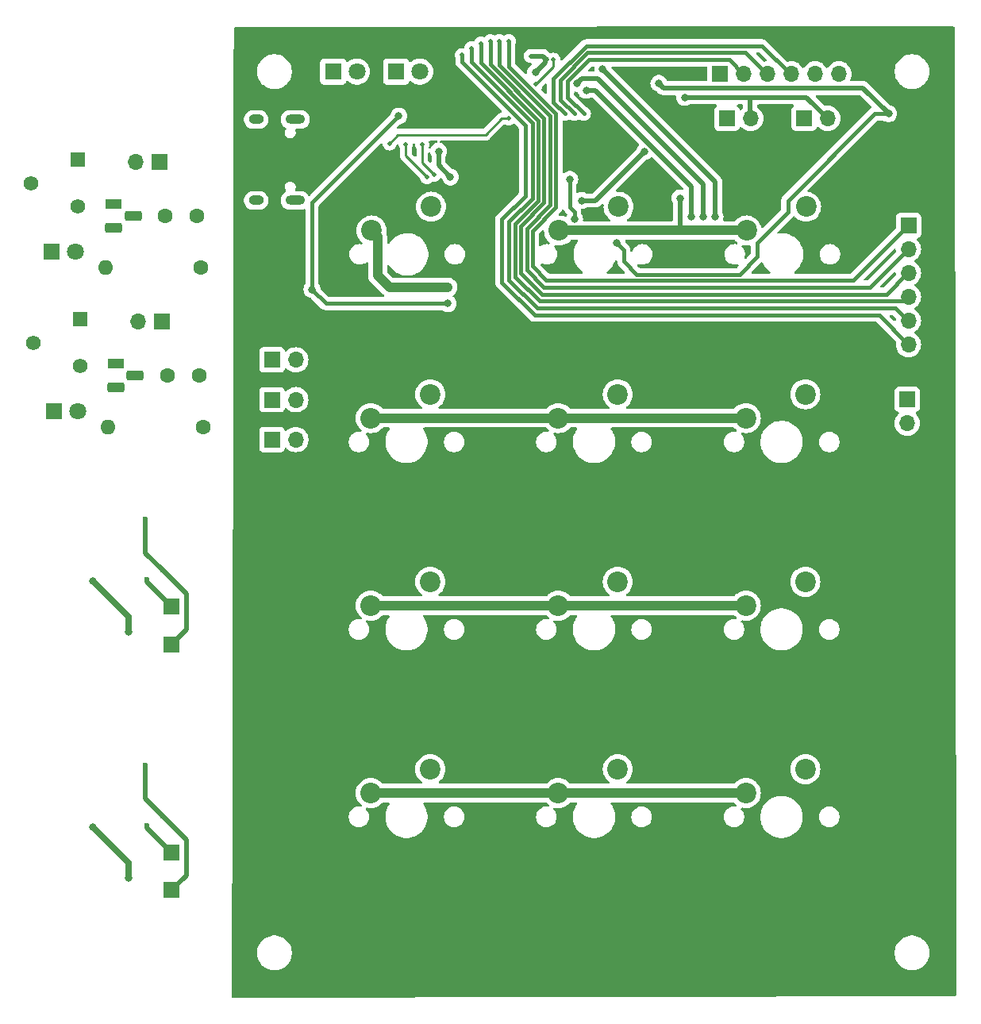
<source format=gbr>
%TF.GenerationSoftware,KiCad,Pcbnew,8.0.3*%
%TF.CreationDate,2024-09-19T18:37:29+03:00*%
%TF.ProjectId,JLC8,4a4c4338-2e6b-4696-9361-645f70636258,rev?*%
%TF.SameCoordinates,Original*%
%TF.FileFunction,Copper,L2,Bot*%
%TF.FilePolarity,Positive*%
%FSLAX46Y46*%
G04 Gerber Fmt 4.6, Leading zero omitted, Abs format (unit mm)*
G04 Created by KiCad (PCBNEW 8.0.3) date 2024-09-19 18:37:29*
%MOMM*%
%LPD*%
G01*
G04 APERTURE LIST*
G04 Aperture macros list*
%AMRoundRect*
0 Rectangle with rounded corners*
0 $1 Rounding radius*
0 $2 $3 $4 $5 $6 $7 $8 $9 X,Y pos of 4 corners*
0 Add a 4 corners polygon primitive as box body*
4,1,4,$2,$3,$4,$5,$6,$7,$8,$9,$2,$3,0*
0 Add four circle primitives for the rounded corners*
1,1,$1+$1,$2,$3*
1,1,$1+$1,$4,$5*
1,1,$1+$1,$6,$7*
1,1,$1+$1,$8,$9*
0 Add four rect primitives between the rounded corners*
20,1,$1+$1,$2,$3,$4,$5,0*
20,1,$1+$1,$4,$5,$6,$7,0*
20,1,$1+$1,$6,$7,$8,$9,0*
20,1,$1+$1,$8,$9,$2,$3,0*%
G04 Aperture macros list end*
%TA.AperFunction,ComponentPad*%
%ADD10C,2.200000*%
%TD*%
%TA.AperFunction,ComponentPad*%
%ADD11R,1.800000X1.100000*%
%TD*%
%TA.AperFunction,ComponentPad*%
%ADD12RoundRect,0.275000X-0.625000X0.275000X-0.625000X-0.275000X0.625000X-0.275000X0.625000X0.275000X0*%
%TD*%
%TA.AperFunction,ComponentPad*%
%ADD13R,1.700000X1.700000*%
%TD*%
%TA.AperFunction,ComponentPad*%
%ADD14O,1.700000X1.700000*%
%TD*%
%TA.AperFunction,ComponentPad*%
%ADD15C,1.600000*%
%TD*%
%TA.AperFunction,ComponentPad*%
%ADD16R,1.800000X1.800000*%
%TD*%
%TA.AperFunction,ComponentPad*%
%ADD17C,1.800000*%
%TD*%
%TA.AperFunction,ComponentPad*%
%ADD18O,1.600000X1.600000*%
%TD*%
%TA.AperFunction,ComponentPad*%
%ADD19O,2.100000X1.000000*%
%TD*%
%TA.AperFunction,ComponentPad*%
%ADD20O,1.600000X1.000000*%
%TD*%
%TA.AperFunction,ComponentPad*%
%ADD21R,1.560000X1.560000*%
%TD*%
%TA.AperFunction,ComponentPad*%
%ADD22C,1.560000*%
%TD*%
%TA.AperFunction,ViaPad*%
%ADD23C,0.500000*%
%TD*%
%TA.AperFunction,ViaPad*%
%ADD24C,0.800000*%
%TD*%
%TA.AperFunction,ViaPad*%
%ADD25C,0.600000*%
%TD*%
%TA.AperFunction,Conductor*%
%ADD26C,0.400000*%
%TD*%
%TA.AperFunction,Conductor*%
%ADD27C,0.500000*%
%TD*%
%TA.AperFunction,Conductor*%
%ADD28C,1.000000*%
%TD*%
%TA.AperFunction,Conductor*%
%ADD29C,0.250000*%
%TD*%
%TA.AperFunction,Conductor*%
%ADD30C,0.700000*%
%TD*%
G04 APERTURE END LIST*
D10*
%TO.P,SW4,1,1*%
%TO.N,N/C*%
X145376050Y-87887179D03*
%TO.P,SW4,2,2*%
X139026050Y-90427179D03*
%TD*%
D11*
%TO.P,Q7,1,C*%
%TO.N,N/C*%
X111831050Y-84637179D03*
D12*
%TO.P,Q7,2,B*%
X113901050Y-85907179D03*
%TO.P,Q7,3,E*%
X111831050Y-87177179D03*
%TD*%
D13*
%TO.P,J3,1*%
%TO.N,N/C*%
X196381050Y-69867179D03*
D14*
%TO.P,J3,2*%
X196381050Y-72407179D03*
%TO.P,J3,3*%
X196381050Y-74947179D03*
%TO.P,J3,4*%
X196381050Y-77487179D03*
%TO.P,J3,5*%
X196381050Y-80027179D03*
%TO.P,J3,6*%
X196381050Y-82567179D03*
%TD*%
D15*
%TO.P,R3,1*%
%TO.N,N/C*%
X117102370Y-68888499D03*
%TO.P,R3,2*%
X120502370Y-68888499D03*
%TD*%
%TO.P,R3,1*%
%TO.N,N/C*%
X117351050Y-85907179D03*
%TO.P,R3,2*%
X120751050Y-85907179D03*
%TD*%
D13*
%TO.P,REF\u002A\u002A,1*%
%TO.N,N/C*%
X128481050Y-92717179D03*
D14*
%TO.P,REF\u002A\u002A,2*%
X131021050Y-92717179D03*
%TD*%
D10*
%TO.P,SW10,1,1*%
%TO.N,N/C*%
X185376050Y-107887179D03*
%TO.P,SW10,2,2*%
X179026050Y-110427179D03*
%TD*%
%TO.P,SW2,1,1*%
%TO.N,N/C*%
X165456050Y-67887179D03*
%TO.P,SW2,2,2*%
X159106050Y-70427179D03*
%TD*%
D16*
%TO.P,D2,1,K*%
%TO.N,N/C*%
X141731050Y-53467179D03*
D17*
%TO.P,D2,2,A*%
X144271050Y-53467179D03*
%TD*%
D13*
%TO.P,J3,1,Pin_1*%
%TO.N,N/C*%
X117769250Y-114587179D03*
%TD*%
D15*
%TO.P,R14,1*%
%TO.N,N/C*%
X120912370Y-74388499D03*
D18*
%TO.P,R14,2*%
X110752370Y-74388499D03*
%TD*%
D19*
%TO.P,J1,S1,SHIELD*%
%TO.N,N/C*%
X130966050Y-58567179D03*
D20*
X126786050Y-58567179D03*
D19*
X130966050Y-67207179D03*
D20*
X126786050Y-67207179D03*
%TD*%
D10*
%TO.P,SW13,1,1*%
%TO.N,N/C*%
X185376050Y-127887179D03*
%TO.P,SW13,2,2*%
X179026050Y-130427179D03*
%TD*%
D13*
%TO.P,J2,1,Pin_1*%
%TO.N,N/C*%
X117769250Y-110537179D03*
%TD*%
%TO.P,J3,1,Pin_1*%
%TO.N,N/C*%
X117769250Y-140787179D03*
%TD*%
D10*
%TO.P,SW9,1,1*%
%TO.N,N/C*%
X165376050Y-107887179D03*
%TO.P,SW9,2,2*%
X159026050Y-110427179D03*
%TD*%
D11*
%TO.P,Q7,1,C*%
%TO.N,N/C*%
X111582370Y-67618499D03*
D12*
%TO.P,Q7,2,B*%
X113652370Y-68888499D03*
%TO.P,Q7,3,E*%
X111582370Y-70158499D03*
%TD*%
D13*
%TO.P,J2,1*%
%TO.N,N/C*%
X176256050Y-53717179D03*
D14*
%TO.P,J2,2*%
X178796050Y-53717179D03*
%TO.P,J2,3*%
X181336050Y-53717179D03*
%TO.P,J2,4*%
X183876050Y-53717179D03*
%TO.P,J2,5*%
X186416050Y-53717179D03*
%TO.P,J2,6*%
X188956050Y-53717179D03*
%TD*%
D13*
%TO.P,BT1,1,+*%
%TO.N,N/C*%
X116776050Y-80157179D03*
D14*
%TO.P,BT1,2,-*%
X114236050Y-80157179D03*
%TD*%
D10*
%TO.P,SW7,1,1*%
%TO.N,N/C*%
X185376050Y-87887179D03*
%TO.P,SW7,2,2*%
X179026050Y-90427179D03*
%TD*%
D16*
%TO.P,D8,1,K*%
%TO.N,N/C*%
X105226050Y-89657179D03*
D17*
%TO.P,D8,2,A*%
X107766050Y-89657179D03*
%TD*%
D10*
%TO.P,SW6,1,1*%
%TO.N,N/C*%
X165376050Y-87887179D03*
%TO.P,SW6,2,2*%
X159026050Y-90427179D03*
%TD*%
D16*
%TO.P,D1,1,K*%
%TO.N,N/C*%
X135006050Y-53467179D03*
D17*
%TO.P,D1,2,A*%
X137546050Y-53467179D03*
%TD*%
D10*
%TO.P,SW1,1,1*%
%TO.N,N/C*%
X145456050Y-67887179D03*
%TO.P,SW1,2,2*%
X139106050Y-70427179D03*
%TD*%
D15*
%TO.P,R14,1*%
%TO.N,N/C*%
X121161050Y-91407179D03*
D18*
%TO.P,R14,2*%
X111001050Y-91407179D03*
%TD*%
D13*
%TO.P,REF\u002A\u002A,1*%
%TO.N,N/C*%
X196256050Y-88442179D03*
D14*
%TO.P,REF\u002A\u002A,2*%
X196256050Y-90982179D03*
%TD*%
D13*
%TO.P,J2,1,Pin_1*%
%TO.N,N/C*%
X117769250Y-136737179D03*
%TD*%
%TO.P,REF\u002A\u002A,1*%
%TO.N,N/C*%
X185231050Y-58467179D03*
D14*
%TO.P,REF\u002A\u002A,2*%
X187771050Y-58467179D03*
%TD*%
D13*
%TO.P,BT1,1,+*%
%TO.N,N/C*%
X116527370Y-63138499D03*
D14*
%TO.P,BT1,2,-*%
X113987370Y-63138499D03*
%TD*%
D10*
%TO.P,SW8,1,1*%
%TO.N,N/C*%
X145376050Y-107887179D03*
%TO.P,SW8,2,2*%
X139026050Y-110427179D03*
%TD*%
D21*
%TO.P,RV3,1,1*%
%TO.N,N/C*%
X107742370Y-62888499D03*
D22*
%TO.P,RV3,2,2*%
X102742370Y-65388499D03*
%TO.P,RV3,3,3*%
X107742370Y-67888499D03*
%TD*%
D10*
%TO.P,SW11,1,1*%
%TO.N,N/C*%
X145376050Y-127887179D03*
%TO.P,SW11,2,2*%
X139026050Y-130427179D03*
%TD*%
D16*
%TO.P,D8,1,K*%
%TO.N,N/C*%
X104977370Y-72638499D03*
D17*
%TO.P,D8,2,A*%
X107517370Y-72638499D03*
%TD*%
D10*
%TO.P,SW12,1,1*%
%TO.N,N/C*%
X165376050Y-127887179D03*
%TO.P,SW12,2,2*%
X159026050Y-130427179D03*
%TD*%
D13*
%TO.P,REF\u002A\u002A,1*%
%TO.N,N/C*%
X128481050Y-84217179D03*
D14*
%TO.P,REF\u002A\u002A,2*%
X131021050Y-84217179D03*
%TD*%
D21*
%TO.P,RV3,1,1*%
%TO.N,N/C*%
X107991050Y-79907179D03*
D22*
%TO.P,RV3,2,2*%
X102991050Y-82407179D03*
%TO.P,RV3,3,3*%
X107991050Y-84907179D03*
%TD*%
D10*
%TO.P,SW3,1,1*%
%TO.N,N/C*%
X185456050Y-67887179D03*
%TO.P,SW3,2,2*%
X179106050Y-70427179D03*
%TD*%
D13*
%TO.P,REF\u002A\u002A,1*%
%TO.N,N/C*%
X177006050Y-58467179D03*
D14*
%TO.P,REF\u002A\u002A,2*%
X179546050Y-58467179D03*
%TD*%
D13*
%TO.P,REF\u002A\u002A,1*%
%TO.N,N/C*%
X128481050Y-88467179D03*
D14*
%TO.P,REF\u002A\u002A,2*%
X131021050Y-88467179D03*
%TD*%
D23*
%TO.N,*%
X157787636Y-52185593D03*
D24*
X113164250Y-139450179D03*
D23*
X152756050Y-50217179D03*
X151756050Y-50217179D03*
D24*
X169756050Y-54717179D03*
D23*
X145756050Y-64467179D03*
D24*
X160256050Y-64967179D03*
D25*
X114994250Y-127437179D03*
D23*
X150756050Y-50467179D03*
X145006050Y-64717179D03*
X160756050Y-57967179D03*
D24*
X161506050Y-67217179D03*
X174506050Y-68967179D03*
X172006050Y-66967179D03*
X146256050Y-61967179D03*
D25*
X116806750Y-132849679D03*
D23*
X156086050Y-51807179D03*
D25*
X115144250Y-133862179D03*
D24*
X109334250Y-107820179D03*
X173256050Y-68967179D03*
D23*
X142756050Y-61217179D03*
X153756050Y-50217179D03*
D25*
X114994250Y-101237179D03*
D24*
X165256050Y-71717179D03*
X161006050Y-54717179D03*
X147506050Y-64717179D03*
D23*
X153756050Y-58467179D03*
D24*
X162006050Y-55467179D03*
D23*
X158506050Y-52217179D03*
D24*
X113164250Y-113250179D03*
X160756050Y-69217179D03*
X147256050Y-78217179D03*
D25*
X116806750Y-106649679D03*
X115144250Y-107662179D03*
D24*
X142006050Y-58217179D03*
D23*
X144506050Y-61217179D03*
X161756050Y-57967179D03*
D24*
X194256050Y-57967179D03*
X163756050Y-53217179D03*
D23*
X156631050Y-54842179D03*
D24*
X175756050Y-68967179D03*
X168256050Y-61967179D03*
X156599464Y-53560593D03*
D23*
X141006050Y-61129679D03*
X147256050Y-76467179D03*
D24*
X172506050Y-56217179D03*
X132756050Y-76717179D03*
D23*
X148756050Y-51717179D03*
X149756050Y-50967179D03*
X159756050Y-57967179D03*
D24*
X109334250Y-134020179D03*
%TD*%
D26*
%TO.N,*%
X157506050Y-58467179D02*
X157506050Y-67467179D01*
X160006050Y-54467179D02*
X162256050Y-52217179D01*
D27*
X185506050Y-56217179D02*
X187756050Y-58467179D01*
X157662636Y-52060593D02*
X157787636Y-52185593D01*
D26*
X160756050Y-69217179D02*
X160756050Y-68467179D01*
X160756050Y-68467179D02*
X160256050Y-67967179D01*
X157256050Y-77217179D02*
X194006050Y-77217179D01*
D28*
X139756050Y-75217179D02*
X139756050Y-71077179D01*
D26*
X154406050Y-69717179D02*
X154406050Y-75367179D01*
D27*
X170256050Y-55217179D02*
X191506050Y-55217179D01*
D26*
X134256050Y-78217179D02*
X132756050Y-76717179D01*
D27*
X172506050Y-56217179D02*
X176506050Y-56217179D01*
D29*
X142756050Y-62467179D02*
X142756050Y-61217179D01*
D26*
X165256050Y-71717179D02*
X166006050Y-72467179D01*
D27*
X147506050Y-64717179D02*
X146256050Y-63467179D01*
D29*
X144506050Y-63217179D02*
X144506050Y-61217179D01*
D26*
X156906050Y-67217179D02*
X154406050Y-69717179D01*
X157506050Y-76467179D02*
X192256050Y-76467179D01*
D27*
X119344250Y-139212179D02*
X119344250Y-135387179D01*
X179506050Y-56217179D02*
X179506050Y-58467179D01*
D26*
X161756050Y-57967179D02*
X160006050Y-56217179D01*
D28*
X139756050Y-71077179D02*
X139106050Y-70427179D01*
D26*
X155656050Y-74617179D02*
X157506050Y-76467179D01*
X167406050Y-75117179D02*
X178356050Y-75117179D01*
X157756050Y-75717179D02*
X190506050Y-75717179D01*
X158156050Y-58215707D02*
X158156050Y-67717179D01*
X154406050Y-75367179D02*
X157006050Y-77967179D01*
D27*
X176506050Y-56217179D02*
X179506050Y-56217179D01*
D26*
X153006050Y-69217179D02*
X153006050Y-75967179D01*
X156906050Y-58715707D02*
X156906050Y-67217179D01*
X183506050Y-68467179D02*
X183506050Y-67217179D01*
X159756050Y-57967179D02*
X158506050Y-56717179D01*
D28*
X159106050Y-70427179D02*
X179106050Y-70427179D01*
D29*
X145756050Y-64467179D02*
X144506050Y-63217179D01*
D26*
X156256050Y-70467179D02*
X156256050Y-74217179D01*
X158506050Y-54217179D02*
X162006050Y-50717179D01*
D27*
X119344250Y-109187179D02*
X116806750Y-106649679D01*
X116806750Y-106649679D02*
X114994250Y-104837179D01*
D30*
X113164250Y-139450179D02*
X113164250Y-137850179D01*
D27*
X114994250Y-131037179D02*
X114994250Y-127437179D01*
D26*
X158506050Y-56717179D02*
X158506050Y-54217179D01*
D27*
X163756050Y-53217179D02*
X175756050Y-65217179D01*
D26*
X156256050Y-58967179D02*
X156256050Y-66967179D01*
X132756050Y-67467179D02*
X132756050Y-76717179D01*
X180256050Y-71717179D02*
X183506050Y-68467179D01*
D27*
X163256050Y-54217179D02*
X174506050Y-65467179D01*
D30*
X113164250Y-111650179D02*
X109334250Y-107820179D01*
D26*
X159256050Y-54368651D02*
X162157522Y-51467179D01*
D27*
X156086050Y-51807179D02*
X157409222Y-51807179D01*
D28*
X147256050Y-76467179D02*
X141006050Y-76467179D01*
D26*
X178356050Y-75117179D02*
X180256050Y-73217179D01*
X177256050Y-52217179D02*
X178756050Y-53717179D01*
D27*
X115144250Y-133862179D02*
X115144250Y-134112179D01*
D26*
X157506050Y-67467179D02*
X155006050Y-69967179D01*
D27*
X161506050Y-67217179D02*
X163006050Y-67217179D01*
X161506050Y-54217179D02*
X163256050Y-54217179D01*
D26*
X142006050Y-58217179D02*
X132756050Y-67467179D01*
D27*
X116806750Y-132849679D02*
X114994250Y-131037179D01*
D29*
X153756050Y-58467179D02*
X153006050Y-58467179D01*
D26*
X155506050Y-66717179D02*
X153006050Y-69217179D01*
X158156050Y-67717179D02*
X155656050Y-70217179D01*
D28*
X139026050Y-130427179D02*
X179026050Y-130427179D01*
D26*
X162256050Y-52217179D02*
X177256050Y-52217179D01*
X156256050Y-74217179D02*
X157756050Y-75717179D01*
X150756050Y-52565707D02*
X156906050Y-58715707D01*
X147256050Y-78217179D02*
X134256050Y-78217179D01*
D27*
X163006050Y-55467179D02*
X173256050Y-65717179D01*
X163006050Y-67217179D02*
X168256050Y-61967179D01*
D29*
X158506050Y-52967179D02*
X158506050Y-52217179D01*
D26*
X152756050Y-50217179D02*
X152756050Y-52815707D01*
X159256050Y-56467179D02*
X159256050Y-54368651D01*
X158756050Y-67967179D02*
X156256050Y-70467179D01*
X196006050Y-77967179D02*
X196256050Y-77717179D01*
X166006050Y-73717179D02*
X167406050Y-75117179D01*
X162157522Y-51467179D02*
X179006050Y-51467179D01*
X160006050Y-56217179D02*
X160006050Y-54467179D01*
D27*
X176506050Y-56217179D02*
X185506050Y-56217179D01*
D29*
X141918550Y-60217179D02*
X141006050Y-61129679D01*
D27*
X157662636Y-52060593D02*
X157662636Y-52497421D01*
D26*
X192756050Y-57967179D02*
X194256050Y-57967179D01*
D30*
X113164250Y-137850179D02*
X109334250Y-134020179D01*
D29*
X151256050Y-60217179D02*
X141918550Y-60217179D01*
D28*
X139026050Y-110427179D02*
X179026050Y-110427179D01*
D26*
X180756050Y-50717179D02*
X183756050Y-53717179D01*
D27*
X173256050Y-65717179D02*
X173256050Y-68967179D01*
X161006050Y-54717179D02*
X161506050Y-54217179D01*
D26*
X158756050Y-57967179D02*
X158756050Y-67967179D01*
X151756050Y-50217179D02*
X151756050Y-52717179D01*
D27*
X114994250Y-104837179D02*
X114994250Y-101237179D01*
D26*
X153756050Y-52967179D02*
X158756050Y-57967179D01*
X155506050Y-59217179D02*
X155506050Y-66717179D01*
X160756050Y-57967179D02*
X159256050Y-56467179D01*
X194006050Y-77217179D02*
X196256050Y-74967179D01*
X183506050Y-67217179D02*
X192756050Y-57967179D01*
X151756050Y-52717179D02*
X157506050Y-58467179D01*
X190506050Y-75717179D02*
X196256050Y-69967179D01*
X153006050Y-75967179D02*
X156506050Y-79467179D01*
X192256050Y-76467179D02*
X196256050Y-72467179D01*
X156506050Y-79467179D02*
X193256050Y-79467179D01*
D30*
X113164250Y-113250179D02*
X113164250Y-111650179D01*
D27*
X157662636Y-52497421D02*
X156599464Y-53560593D01*
D26*
X155656050Y-70217179D02*
X155656050Y-74617179D01*
D27*
X117769250Y-114587179D02*
X119344250Y-113012179D01*
D28*
X141006050Y-76467179D02*
X139756050Y-75217179D01*
D26*
X150756050Y-50467179D02*
X150756050Y-52565707D01*
D27*
X115144250Y-134112179D02*
X117769250Y-136737179D01*
D26*
X156756050Y-78717179D02*
X195006050Y-78717179D01*
X179006050Y-51467179D02*
X181256050Y-53717179D01*
D27*
X119344250Y-113012179D02*
X119344250Y-109187179D01*
X169756050Y-54717179D02*
X170256050Y-55217179D01*
D26*
X195006050Y-78717179D02*
X196256050Y-79967179D01*
X160256050Y-67967179D02*
X160256050Y-64967179D01*
X148756050Y-52467179D02*
X155506050Y-59217179D01*
D27*
X146256050Y-63467179D02*
X146256050Y-61967179D01*
X157409222Y-51807179D02*
X157662636Y-52060593D01*
X115144250Y-107912179D02*
X117769250Y-110537179D01*
X174506050Y-65467179D02*
X174506050Y-68967179D01*
D26*
X180256050Y-73217179D02*
X180256050Y-71717179D01*
D28*
X139026050Y-90427179D02*
X179026050Y-90427179D01*
D26*
X148756050Y-51717179D02*
X148756050Y-52467179D01*
D27*
X175756050Y-65217179D02*
X175756050Y-68967179D01*
D26*
X153756050Y-50217179D02*
X153756050Y-52967179D01*
X156256050Y-66967179D02*
X153756050Y-69467179D01*
D27*
X119344250Y-135387179D02*
X116806750Y-132849679D01*
D26*
X193256050Y-79467179D02*
X196256050Y-82467179D01*
D29*
X153006050Y-58467179D02*
X151256050Y-60217179D01*
D27*
X117769250Y-140787179D02*
X119344250Y-139212179D01*
X115144250Y-107662179D02*
X115144250Y-107912179D01*
X172006050Y-66967179D02*
X172006050Y-70467179D01*
D26*
X155006050Y-74967179D02*
X157256050Y-77217179D01*
X153756050Y-75717179D02*
X156756050Y-78717179D01*
X149756050Y-52467179D02*
X156256050Y-58967179D01*
X155006050Y-69967179D02*
X155006050Y-74967179D01*
X157006050Y-77967179D02*
X196006050Y-77967179D01*
X166006050Y-72467179D02*
X166006050Y-73717179D01*
X149756050Y-50967179D02*
X149756050Y-52467179D01*
X153756050Y-69467179D02*
X153756050Y-75717179D01*
X162006050Y-50717179D02*
X180756050Y-50717179D01*
D29*
X145006050Y-64717179D02*
X142756050Y-62467179D01*
D27*
X191506050Y-55217179D02*
X194256050Y-57967179D01*
D29*
X156631050Y-54842179D02*
X158506050Y-52967179D01*
D27*
X162006050Y-55467179D02*
X163006050Y-55467179D01*
D26*
X152756050Y-52815707D02*
X158156050Y-58215707D01*
%TD*%
%TA.AperFunction,NonConductor*%
G36*
X201249133Y-48676937D02*
G01*
X201294956Y-48729682D01*
X201306229Y-48781160D01*
X201455870Y-151933319D01*
X201436283Y-152000387D01*
X201383545Y-152046219D01*
X201332191Y-152057499D01*
X124330611Y-152256856D01*
X124263521Y-152237345D01*
X124217629Y-152184659D01*
X124206290Y-152132619D01*
X124215540Y-147345890D01*
X126905550Y-147345890D01*
X126905550Y-147588467D01*
X126937211Y-147828964D01*
X126999997Y-148063283D01*
X127092823Y-148287384D01*
X127092826Y-148287391D01*
X127214114Y-148497468D01*
X127214116Y-148497471D01*
X127214117Y-148497472D01*
X127361783Y-148689915D01*
X127361789Y-148689922D01*
X127533306Y-148861439D01*
X127533312Y-148861444D01*
X127725761Y-149009115D01*
X127935838Y-149130403D01*
X128159950Y-149223233D01*
X128394261Y-149286017D01*
X128574636Y-149309763D01*
X128634761Y-149317679D01*
X128634762Y-149317679D01*
X128877339Y-149317679D01*
X128925438Y-149311346D01*
X129117839Y-149286017D01*
X129352150Y-149223233D01*
X129576262Y-149130403D01*
X129786339Y-149009115D01*
X129978788Y-148861444D01*
X130150315Y-148689917D01*
X130297986Y-148497468D01*
X130419274Y-148287391D01*
X130512104Y-148063279D01*
X130574888Y-147828968D01*
X130606550Y-147588467D01*
X130606550Y-147345891D01*
X130606550Y-147345890D01*
X194905550Y-147345890D01*
X194905550Y-147588467D01*
X194937211Y-147828964D01*
X194999997Y-148063283D01*
X195092823Y-148287384D01*
X195092826Y-148287391D01*
X195214114Y-148497468D01*
X195214116Y-148497471D01*
X195214117Y-148497472D01*
X195361783Y-148689915D01*
X195361789Y-148689922D01*
X195533306Y-148861439D01*
X195533312Y-148861444D01*
X195725761Y-149009115D01*
X195935838Y-149130403D01*
X196159950Y-149223233D01*
X196394261Y-149286017D01*
X196574636Y-149309763D01*
X196634761Y-149317679D01*
X196634762Y-149317679D01*
X196877339Y-149317679D01*
X196925438Y-149311346D01*
X197117839Y-149286017D01*
X197352150Y-149223233D01*
X197576262Y-149130403D01*
X197786339Y-149009115D01*
X197978788Y-148861444D01*
X198150315Y-148689917D01*
X198297986Y-148497468D01*
X198419274Y-148287391D01*
X198512104Y-148063279D01*
X198574888Y-147828968D01*
X198606550Y-147588467D01*
X198606550Y-147345891D01*
X198574888Y-147105390D01*
X198512104Y-146871079D01*
X198419274Y-146646967D01*
X198297986Y-146436890D01*
X198150315Y-146244441D01*
X198150310Y-146244435D01*
X197978793Y-146072918D01*
X197978786Y-146072912D01*
X197786343Y-145925246D01*
X197786342Y-145925245D01*
X197786339Y-145925243D01*
X197576262Y-145803955D01*
X197576255Y-145803952D01*
X197352154Y-145711126D01*
X197117835Y-145648340D01*
X196877339Y-145616679D01*
X196877338Y-145616679D01*
X196634762Y-145616679D01*
X196634761Y-145616679D01*
X196394264Y-145648340D01*
X196159945Y-145711126D01*
X195935844Y-145803952D01*
X195935835Y-145803956D01*
X195725756Y-145925246D01*
X195533313Y-146072912D01*
X195533306Y-146072918D01*
X195361789Y-146244435D01*
X195361783Y-146244442D01*
X195214117Y-146436885D01*
X195092827Y-146646964D01*
X195092823Y-146646973D01*
X194999997Y-146871074D01*
X194937211Y-147105393D01*
X194905550Y-147345890D01*
X130606550Y-147345890D01*
X130574888Y-147105390D01*
X130512104Y-146871079D01*
X130419274Y-146646967D01*
X130297986Y-146436890D01*
X130150315Y-146244441D01*
X130150310Y-146244435D01*
X129978793Y-146072918D01*
X129978786Y-146072912D01*
X129786343Y-145925246D01*
X129786342Y-145925245D01*
X129786339Y-145925243D01*
X129576262Y-145803955D01*
X129576255Y-145803952D01*
X129352154Y-145711126D01*
X129117835Y-145648340D01*
X128877339Y-145616679D01*
X128877338Y-145616679D01*
X128634762Y-145616679D01*
X128634761Y-145616679D01*
X128394264Y-145648340D01*
X128159945Y-145711126D01*
X127935844Y-145803952D01*
X127935835Y-145803956D01*
X127725756Y-145925246D01*
X127533313Y-146072912D01*
X127533306Y-146072918D01*
X127361789Y-146244435D01*
X127361783Y-146244442D01*
X127214117Y-146436885D01*
X127092827Y-146646964D01*
X127092823Y-146646973D01*
X126999997Y-146871074D01*
X126937211Y-147105393D01*
X126905550Y-147345890D01*
X124215540Y-147345890D01*
X124243492Y-132880568D01*
X136655550Y-132880568D01*
X136655550Y-133053790D01*
X136682648Y-133224880D01*
X136736177Y-133389624D01*
X136814818Y-133543967D01*
X136916636Y-133684107D01*
X137039122Y-133806593D01*
X137179262Y-133908411D01*
X137333605Y-133987052D01*
X137498349Y-134040581D01*
X137669439Y-134067679D01*
X137669440Y-134067679D01*
X137842660Y-134067679D01*
X137842661Y-134067679D01*
X138013751Y-134040581D01*
X138178495Y-133987052D01*
X138332838Y-133908411D01*
X138472978Y-133806593D01*
X138595464Y-133684107D01*
X138697282Y-133543967D01*
X138775923Y-133389624D01*
X138829452Y-133224880D01*
X138856550Y-133053790D01*
X138856550Y-132880568D01*
X138829452Y-132709478D01*
X138775923Y-132544734D01*
X138697282Y-132390391D01*
X138595464Y-132250251D01*
X138537282Y-132192069D01*
X138503797Y-132130746D01*
X138508781Y-132061054D01*
X138550653Y-132005121D01*
X138616117Y-131980704D01*
X138653906Y-131983813D01*
X138774902Y-132012862D01*
X139026050Y-132032628D01*
X139277198Y-132012862D01*
X139522161Y-131954052D01*
X139754909Y-131857645D01*
X139969709Y-131726015D01*
X140161274Y-131562403D01*
X140239214Y-131471146D01*
X140297719Y-131432954D01*
X140333503Y-131427679D01*
X140929209Y-131427679D01*
X140996248Y-131447364D01*
X141042003Y-131500168D01*
X141051947Y-131569326D01*
X141027585Y-131627163D01*
X140973018Y-131698277D01*
X140960808Y-131714190D01*
X140813308Y-131969668D01*
X140813304Y-131969678D01*
X140700414Y-132242217D01*
X140700411Y-132242227D01*
X140624058Y-132527183D01*
X140624056Y-132527194D01*
X140585550Y-132819665D01*
X140585550Y-133114692D01*
X140617621Y-133358292D01*
X140624057Y-133407172D01*
X140698262Y-133684109D01*
X140700411Y-133692130D01*
X140700414Y-133692140D01*
X140813304Y-133964679D01*
X140813308Y-133964689D01*
X140960811Y-134220172D01*
X141140402Y-134454219D01*
X141140408Y-134454226D01*
X141349002Y-134662820D01*
X141349009Y-134662826D01*
X141583056Y-134842417D01*
X141838539Y-134989920D01*
X141838540Y-134989920D01*
X141838543Y-134989922D01*
X142111098Y-135102818D01*
X142396057Y-135179172D01*
X142688544Y-135217679D01*
X142688551Y-135217679D01*
X142983549Y-135217679D01*
X142983556Y-135217679D01*
X143276043Y-135179172D01*
X143561002Y-135102818D01*
X143833557Y-134989922D01*
X144089044Y-134842417D01*
X144323092Y-134662825D01*
X144531696Y-134454221D01*
X144711288Y-134220173D01*
X144858793Y-133964686D01*
X144971689Y-133692131D01*
X145048043Y-133407172D01*
X145086550Y-133114685D01*
X145086550Y-132880568D01*
X146815550Y-132880568D01*
X146815550Y-133053790D01*
X146842648Y-133224880D01*
X146896177Y-133389624D01*
X146974818Y-133543967D01*
X147076636Y-133684107D01*
X147199122Y-133806593D01*
X147339262Y-133908411D01*
X147493605Y-133987052D01*
X147658349Y-134040581D01*
X147829439Y-134067679D01*
X147829440Y-134067679D01*
X148002660Y-134067679D01*
X148002661Y-134067679D01*
X148173751Y-134040581D01*
X148338495Y-133987052D01*
X148492838Y-133908411D01*
X148632978Y-133806593D01*
X148755464Y-133684107D01*
X148857282Y-133543967D01*
X148935923Y-133389624D01*
X148989452Y-133224880D01*
X149016550Y-133053790D01*
X149016550Y-132880568D01*
X148989452Y-132709478D01*
X148935923Y-132544734D01*
X148857282Y-132390391D01*
X148755464Y-132250251D01*
X148632978Y-132127765D01*
X148492838Y-132025947D01*
X148338495Y-131947306D01*
X148173751Y-131893777D01*
X148173749Y-131893776D01*
X148173748Y-131893776D01*
X148042321Y-131872960D01*
X148002661Y-131866679D01*
X147829439Y-131866679D01*
X147789778Y-131872960D01*
X147658352Y-131893776D01*
X147493602Y-131947307D01*
X147339261Y-132025947D01*
X147259306Y-132084038D01*
X147199122Y-132127765D01*
X147199120Y-132127767D01*
X147199119Y-132127767D01*
X147076638Y-132250248D01*
X147076638Y-132250249D01*
X147076636Y-132250251D01*
X147032909Y-132310435D01*
X146974818Y-132390390D01*
X146896178Y-132544731D01*
X146842647Y-132709481D01*
X146825196Y-132819665D01*
X146815550Y-132880568D01*
X145086550Y-132880568D01*
X145086550Y-132819673D01*
X145048043Y-132527186D01*
X144971689Y-132242227D01*
X144858793Y-131969672D01*
X144794114Y-131857645D01*
X144711291Y-131714190D01*
X144711290Y-131714189D01*
X144711288Y-131714185D01*
X144644514Y-131627164D01*
X144619321Y-131561997D01*
X144633359Y-131493552D01*
X144682173Y-131443562D01*
X144742891Y-131427679D01*
X157718597Y-131427679D01*
X157785636Y-131447364D01*
X157812883Y-131471144D01*
X157890479Y-131561997D01*
X157890826Y-131562403D01*
X158004833Y-131659774D01*
X158043026Y-131718281D01*
X158043524Y-131788149D01*
X158006171Y-131847195D01*
X157942824Y-131876673D01*
X157904904Y-131876537D01*
X157842661Y-131866679D01*
X157669439Y-131866679D01*
X157629778Y-131872960D01*
X157498352Y-131893776D01*
X157333602Y-131947307D01*
X157179261Y-132025947D01*
X157099306Y-132084038D01*
X157039122Y-132127765D01*
X157039120Y-132127767D01*
X157039119Y-132127767D01*
X156916638Y-132250248D01*
X156916638Y-132250249D01*
X156916636Y-132250251D01*
X156872909Y-132310435D01*
X156814818Y-132390390D01*
X156736178Y-132544731D01*
X156682647Y-132709481D01*
X156665196Y-132819665D01*
X156655550Y-132880568D01*
X156655550Y-133053790D01*
X156682648Y-133224880D01*
X156736177Y-133389624D01*
X156814818Y-133543967D01*
X156916636Y-133684107D01*
X157039122Y-133806593D01*
X157179262Y-133908411D01*
X157333605Y-133987052D01*
X157498349Y-134040581D01*
X157669439Y-134067679D01*
X157669440Y-134067679D01*
X157842660Y-134067679D01*
X157842661Y-134067679D01*
X158013751Y-134040581D01*
X158178495Y-133987052D01*
X158332838Y-133908411D01*
X158472978Y-133806593D01*
X158595464Y-133684107D01*
X158697282Y-133543967D01*
X158775923Y-133389624D01*
X158829452Y-133224880D01*
X158856550Y-133053790D01*
X158856550Y-132880568D01*
X158829452Y-132709478D01*
X158775923Y-132544734D01*
X158697282Y-132390391D01*
X158595464Y-132250251D01*
X158537282Y-132192069D01*
X158503797Y-132130746D01*
X158508781Y-132061054D01*
X158550653Y-132005121D01*
X158616117Y-131980704D01*
X158653906Y-131983813D01*
X158774902Y-132012862D01*
X159026050Y-132032628D01*
X159277198Y-132012862D01*
X159522161Y-131954052D01*
X159754909Y-131857645D01*
X159969709Y-131726015D01*
X160161274Y-131562403D01*
X160239214Y-131471146D01*
X160297719Y-131432954D01*
X160333503Y-131427679D01*
X160929209Y-131427679D01*
X160996248Y-131447364D01*
X161042003Y-131500168D01*
X161051947Y-131569326D01*
X161027585Y-131627163D01*
X160973018Y-131698277D01*
X160960808Y-131714190D01*
X160813308Y-131969668D01*
X160813304Y-131969678D01*
X160700414Y-132242217D01*
X160700411Y-132242227D01*
X160624058Y-132527183D01*
X160624056Y-132527194D01*
X160585550Y-132819665D01*
X160585550Y-133114692D01*
X160617621Y-133358292D01*
X160624057Y-133407172D01*
X160698262Y-133684109D01*
X160700411Y-133692130D01*
X160700414Y-133692140D01*
X160813304Y-133964679D01*
X160813308Y-133964689D01*
X160960811Y-134220172D01*
X161140402Y-134454219D01*
X161140408Y-134454226D01*
X161349002Y-134662820D01*
X161349009Y-134662826D01*
X161583056Y-134842417D01*
X161838539Y-134989920D01*
X161838540Y-134989920D01*
X161838543Y-134989922D01*
X162111098Y-135102818D01*
X162396057Y-135179172D01*
X162688544Y-135217679D01*
X162688551Y-135217679D01*
X162983549Y-135217679D01*
X162983556Y-135217679D01*
X163276043Y-135179172D01*
X163561002Y-135102818D01*
X163833557Y-134989922D01*
X164089044Y-134842417D01*
X164323092Y-134662825D01*
X164531696Y-134454221D01*
X164711288Y-134220173D01*
X164858793Y-133964686D01*
X164971689Y-133692131D01*
X165048043Y-133407172D01*
X165086550Y-133114685D01*
X165086550Y-132880568D01*
X166815550Y-132880568D01*
X166815550Y-133053790D01*
X166842648Y-133224880D01*
X166896177Y-133389624D01*
X166974818Y-133543967D01*
X167076636Y-133684107D01*
X167199122Y-133806593D01*
X167339262Y-133908411D01*
X167493605Y-133987052D01*
X167658349Y-134040581D01*
X167829439Y-134067679D01*
X167829440Y-134067679D01*
X168002660Y-134067679D01*
X168002661Y-134067679D01*
X168173751Y-134040581D01*
X168338495Y-133987052D01*
X168492838Y-133908411D01*
X168632978Y-133806593D01*
X168755464Y-133684107D01*
X168857282Y-133543967D01*
X168935923Y-133389624D01*
X168989452Y-133224880D01*
X169016550Y-133053790D01*
X169016550Y-132880568D01*
X168989452Y-132709478D01*
X168935923Y-132544734D01*
X168857282Y-132390391D01*
X168755464Y-132250251D01*
X168632978Y-132127765D01*
X168492838Y-132025947D01*
X168338495Y-131947306D01*
X168173751Y-131893777D01*
X168173749Y-131893776D01*
X168173748Y-131893776D01*
X168042321Y-131872960D01*
X168002661Y-131866679D01*
X167829439Y-131866679D01*
X167789778Y-131872960D01*
X167658352Y-131893776D01*
X167493602Y-131947307D01*
X167339261Y-132025947D01*
X167259306Y-132084038D01*
X167199122Y-132127765D01*
X167199120Y-132127767D01*
X167199119Y-132127767D01*
X167076638Y-132250248D01*
X167076638Y-132250249D01*
X167076636Y-132250251D01*
X167032909Y-132310435D01*
X166974818Y-132390390D01*
X166896178Y-132544731D01*
X166842647Y-132709481D01*
X166825196Y-132819665D01*
X166815550Y-132880568D01*
X165086550Y-132880568D01*
X165086550Y-132819673D01*
X165048043Y-132527186D01*
X164971689Y-132242227D01*
X164858793Y-131969672D01*
X164794114Y-131857645D01*
X164711291Y-131714190D01*
X164711290Y-131714189D01*
X164711288Y-131714185D01*
X164644514Y-131627164D01*
X164619321Y-131561997D01*
X164633359Y-131493552D01*
X164682173Y-131443562D01*
X164742891Y-131427679D01*
X177718597Y-131427679D01*
X177785636Y-131447364D01*
X177812883Y-131471144D01*
X177890479Y-131561997D01*
X177890826Y-131562403D01*
X178004833Y-131659774D01*
X178043026Y-131718281D01*
X178043524Y-131788149D01*
X178006171Y-131847195D01*
X177942824Y-131876673D01*
X177904904Y-131876537D01*
X177842661Y-131866679D01*
X177669439Y-131866679D01*
X177629778Y-131872960D01*
X177498352Y-131893776D01*
X177333602Y-131947307D01*
X177179261Y-132025947D01*
X177099306Y-132084038D01*
X177039122Y-132127765D01*
X177039120Y-132127767D01*
X177039119Y-132127767D01*
X176916638Y-132250248D01*
X176916638Y-132250249D01*
X176916636Y-132250251D01*
X176872909Y-132310435D01*
X176814818Y-132390390D01*
X176736178Y-132544731D01*
X176682647Y-132709481D01*
X176665196Y-132819665D01*
X176655550Y-132880568D01*
X176655550Y-133053790D01*
X176682648Y-133224880D01*
X176736177Y-133389624D01*
X176814818Y-133543967D01*
X176916636Y-133684107D01*
X177039122Y-133806593D01*
X177179262Y-133908411D01*
X177333605Y-133987052D01*
X177498349Y-134040581D01*
X177669439Y-134067679D01*
X177669440Y-134067679D01*
X177842660Y-134067679D01*
X177842661Y-134067679D01*
X178013751Y-134040581D01*
X178178495Y-133987052D01*
X178332838Y-133908411D01*
X178472978Y-133806593D01*
X178595464Y-133684107D01*
X178697282Y-133543967D01*
X178775923Y-133389624D01*
X178829452Y-133224880D01*
X178856550Y-133053790D01*
X178856550Y-132880568D01*
X178846904Y-132819665D01*
X180585550Y-132819665D01*
X180585550Y-133114692D01*
X180617621Y-133358292D01*
X180624057Y-133407172D01*
X180698262Y-133684109D01*
X180700411Y-133692130D01*
X180700414Y-133692140D01*
X180813304Y-133964679D01*
X180813308Y-133964689D01*
X180960811Y-134220172D01*
X181140402Y-134454219D01*
X181140408Y-134454226D01*
X181349002Y-134662820D01*
X181349009Y-134662826D01*
X181583056Y-134842417D01*
X181838539Y-134989920D01*
X181838540Y-134989920D01*
X181838543Y-134989922D01*
X182111098Y-135102818D01*
X182396057Y-135179172D01*
X182688544Y-135217679D01*
X182688551Y-135217679D01*
X182983549Y-135217679D01*
X182983556Y-135217679D01*
X183276043Y-135179172D01*
X183561002Y-135102818D01*
X183833557Y-134989922D01*
X184089044Y-134842417D01*
X184323092Y-134662825D01*
X184531696Y-134454221D01*
X184711288Y-134220173D01*
X184858793Y-133964686D01*
X184971689Y-133692131D01*
X185048043Y-133407172D01*
X185086550Y-133114685D01*
X185086550Y-132880568D01*
X186815550Y-132880568D01*
X186815550Y-133053790D01*
X186842648Y-133224880D01*
X186896177Y-133389624D01*
X186974818Y-133543967D01*
X187076636Y-133684107D01*
X187199122Y-133806593D01*
X187339262Y-133908411D01*
X187493605Y-133987052D01*
X187658349Y-134040581D01*
X187829439Y-134067679D01*
X187829440Y-134067679D01*
X188002660Y-134067679D01*
X188002661Y-134067679D01*
X188173751Y-134040581D01*
X188338495Y-133987052D01*
X188492838Y-133908411D01*
X188632978Y-133806593D01*
X188755464Y-133684107D01*
X188857282Y-133543967D01*
X188935923Y-133389624D01*
X188989452Y-133224880D01*
X189016550Y-133053790D01*
X189016550Y-132880568D01*
X188989452Y-132709478D01*
X188935923Y-132544734D01*
X188857282Y-132390391D01*
X188755464Y-132250251D01*
X188632978Y-132127765D01*
X188492838Y-132025947D01*
X188338495Y-131947306D01*
X188173751Y-131893777D01*
X188173749Y-131893776D01*
X188173748Y-131893776D01*
X188042321Y-131872960D01*
X188002661Y-131866679D01*
X187829439Y-131866679D01*
X187789778Y-131872960D01*
X187658352Y-131893776D01*
X187493602Y-131947307D01*
X187339261Y-132025947D01*
X187259306Y-132084038D01*
X187199122Y-132127765D01*
X187199120Y-132127767D01*
X187199119Y-132127767D01*
X187076638Y-132250248D01*
X187076638Y-132250249D01*
X187076636Y-132250251D01*
X187032909Y-132310435D01*
X186974818Y-132390390D01*
X186896178Y-132544731D01*
X186842647Y-132709481D01*
X186825196Y-132819665D01*
X186815550Y-132880568D01*
X185086550Y-132880568D01*
X185086550Y-132819673D01*
X185048043Y-132527186D01*
X184971689Y-132242227D01*
X184858793Y-131969672D01*
X184794114Y-131857645D01*
X184711288Y-131714185D01*
X184531697Y-131480138D01*
X184531691Y-131480131D01*
X184323097Y-131271537D01*
X184323090Y-131271531D01*
X184089043Y-131091940D01*
X183833560Y-130944437D01*
X183833550Y-130944433D01*
X183561011Y-130831543D01*
X183561004Y-130831541D01*
X183561002Y-130831540D01*
X183276043Y-130755186D01*
X183227163Y-130748750D01*
X182983563Y-130716679D01*
X182983556Y-130716679D01*
X182688544Y-130716679D01*
X182688536Y-130716679D01*
X182410135Y-130753332D01*
X182396057Y-130755186D01*
X182111098Y-130831540D01*
X182111088Y-130831543D01*
X181838549Y-130944433D01*
X181838539Y-130944437D01*
X181583056Y-131091940D01*
X181349009Y-131271531D01*
X181349002Y-131271537D01*
X181140408Y-131480131D01*
X181140402Y-131480138D01*
X180960811Y-131714185D01*
X180813308Y-131969668D01*
X180813304Y-131969678D01*
X180700414Y-132242217D01*
X180700411Y-132242227D01*
X180624058Y-132527183D01*
X180624056Y-132527194D01*
X180585550Y-132819665D01*
X178846904Y-132819665D01*
X178829452Y-132709478D01*
X178775923Y-132544734D01*
X178697282Y-132390391D01*
X178595464Y-132250251D01*
X178537282Y-132192069D01*
X178503797Y-132130746D01*
X178508781Y-132061054D01*
X178550653Y-132005121D01*
X178616117Y-131980704D01*
X178653906Y-131983813D01*
X178774902Y-132012862D01*
X179026050Y-132032628D01*
X179277198Y-132012862D01*
X179522161Y-131954052D01*
X179754909Y-131857645D01*
X179969709Y-131726015D01*
X180161274Y-131562403D01*
X180324886Y-131370838D01*
X180456516Y-131156038D01*
X180552923Y-130923290D01*
X180611733Y-130678327D01*
X180631499Y-130427179D01*
X180611733Y-130176031D01*
X180552923Y-129931068D01*
X180456516Y-129698320D01*
X180456516Y-129698319D01*
X180324889Y-129483525D01*
X180324888Y-129483522D01*
X180265555Y-129414052D01*
X180161274Y-129291955D01*
X180034621Y-129183783D01*
X179969706Y-129128340D01*
X179969703Y-129128339D01*
X179754909Y-128996712D01*
X179522160Y-128900305D01*
X179277201Y-128841496D01*
X179026050Y-128821730D01*
X178774898Y-128841496D01*
X178529939Y-128900305D01*
X178297190Y-128996712D01*
X178082396Y-129128339D01*
X178082393Y-129128340D01*
X177890826Y-129291954D01*
X177855313Y-129333535D01*
X177812885Y-129383211D01*
X177754381Y-129421404D01*
X177718597Y-129426679D01*
X166366652Y-129426679D01*
X166299613Y-129406994D01*
X166253858Y-129354190D01*
X166243914Y-129285032D01*
X166272939Y-129221476D01*
X166301863Y-129196951D01*
X166319709Y-129186015D01*
X166511274Y-129022403D01*
X166674886Y-128830838D01*
X166806516Y-128616038D01*
X166902923Y-128383290D01*
X166961733Y-128138327D01*
X166981499Y-127887179D01*
X183770601Y-127887179D01*
X183790367Y-128138330D01*
X183849176Y-128383289D01*
X183945583Y-128616038D01*
X184077210Y-128830832D01*
X184077211Y-128830835D01*
X184132654Y-128895750D01*
X184240826Y-129022403D01*
X184364861Y-129128339D01*
X184432393Y-129186017D01*
X184432396Y-129186018D01*
X184647190Y-129317645D01*
X184862899Y-129406994D01*
X184879939Y-129414052D01*
X185124902Y-129472862D01*
X185376050Y-129492628D01*
X185627198Y-129472862D01*
X185872161Y-129414052D01*
X186104909Y-129317645D01*
X186319709Y-129186015D01*
X186511274Y-129022403D01*
X186674886Y-128830838D01*
X186806516Y-128616038D01*
X186902923Y-128383290D01*
X186961733Y-128138327D01*
X186981499Y-127887179D01*
X186961733Y-127636031D01*
X186902923Y-127391068D01*
X186806516Y-127158320D01*
X186806516Y-127158319D01*
X186674889Y-126943525D01*
X186674888Y-126943522D01*
X186637925Y-126900245D01*
X186511274Y-126751955D01*
X186384621Y-126643783D01*
X186319706Y-126588340D01*
X186319703Y-126588339D01*
X186104909Y-126456712D01*
X185872160Y-126360305D01*
X185627201Y-126301496D01*
X185376050Y-126281730D01*
X185124898Y-126301496D01*
X184879939Y-126360305D01*
X184647190Y-126456712D01*
X184432396Y-126588339D01*
X184432393Y-126588340D01*
X184240826Y-126751955D01*
X184077211Y-126943522D01*
X184077210Y-126943525D01*
X183945583Y-127158319D01*
X183849176Y-127391068D01*
X183790367Y-127636027D01*
X183770601Y-127887179D01*
X166981499Y-127887179D01*
X166961733Y-127636031D01*
X166902923Y-127391068D01*
X166806516Y-127158320D01*
X166806516Y-127158319D01*
X166674889Y-126943525D01*
X166674888Y-126943522D01*
X166637925Y-126900245D01*
X166511274Y-126751955D01*
X166384621Y-126643783D01*
X166319706Y-126588340D01*
X166319703Y-126588339D01*
X166104909Y-126456712D01*
X165872160Y-126360305D01*
X165627201Y-126301496D01*
X165376050Y-126281730D01*
X165124898Y-126301496D01*
X164879939Y-126360305D01*
X164647190Y-126456712D01*
X164432396Y-126588339D01*
X164432393Y-126588340D01*
X164240826Y-126751955D01*
X164077211Y-126943522D01*
X164077210Y-126943525D01*
X163945583Y-127158319D01*
X163849176Y-127391068D01*
X163790367Y-127636027D01*
X163770601Y-127887179D01*
X163790367Y-128138330D01*
X163849176Y-128383289D01*
X163945583Y-128616038D01*
X164077210Y-128830832D01*
X164077211Y-128830835D01*
X164132654Y-128895750D01*
X164240826Y-129022403D01*
X164432391Y-129186015D01*
X164432396Y-129186018D01*
X164450237Y-129196951D01*
X164497113Y-129248763D01*
X164508536Y-129317692D01*
X164480879Y-129381855D01*
X164422924Y-129420880D01*
X164385448Y-129426679D01*
X160333503Y-129426679D01*
X160266464Y-129406994D01*
X160239216Y-129383213D01*
X160161274Y-129291955D01*
X160037237Y-129186017D01*
X159969706Y-129128340D01*
X159969703Y-129128339D01*
X159754909Y-128996712D01*
X159522160Y-128900305D01*
X159277201Y-128841496D01*
X159026050Y-128821730D01*
X158774898Y-128841496D01*
X158529939Y-128900305D01*
X158297190Y-128996712D01*
X158082396Y-129128339D01*
X158082393Y-129128340D01*
X157890826Y-129291954D01*
X157855313Y-129333535D01*
X157812885Y-129383211D01*
X157754381Y-129421404D01*
X157718597Y-129426679D01*
X146366652Y-129426679D01*
X146299613Y-129406994D01*
X146253858Y-129354190D01*
X146243914Y-129285032D01*
X146272939Y-129221476D01*
X146301863Y-129196951D01*
X146319709Y-129186015D01*
X146511274Y-129022403D01*
X146674886Y-128830838D01*
X146806516Y-128616038D01*
X146902923Y-128383290D01*
X146961733Y-128138327D01*
X146981499Y-127887179D01*
X146961733Y-127636031D01*
X146902923Y-127391068D01*
X146806516Y-127158320D01*
X146806516Y-127158319D01*
X146674889Y-126943525D01*
X146674888Y-126943522D01*
X146637925Y-126900245D01*
X146511274Y-126751955D01*
X146384621Y-126643783D01*
X146319706Y-126588340D01*
X146319703Y-126588339D01*
X146104909Y-126456712D01*
X145872160Y-126360305D01*
X145627201Y-126301496D01*
X145376050Y-126281730D01*
X145124898Y-126301496D01*
X144879939Y-126360305D01*
X144647190Y-126456712D01*
X144432396Y-126588339D01*
X144432393Y-126588340D01*
X144240826Y-126751955D01*
X144077211Y-126943522D01*
X144077210Y-126943525D01*
X143945583Y-127158319D01*
X143849176Y-127391068D01*
X143790367Y-127636027D01*
X143770601Y-127887179D01*
X143790367Y-128138330D01*
X143849176Y-128383289D01*
X143945583Y-128616038D01*
X144077210Y-128830832D01*
X144077211Y-128830835D01*
X144132654Y-128895750D01*
X144240826Y-129022403D01*
X144432391Y-129186015D01*
X144432396Y-129186018D01*
X144450237Y-129196951D01*
X144497113Y-129248763D01*
X144508536Y-129317692D01*
X144480879Y-129381855D01*
X144422924Y-129420880D01*
X144385448Y-129426679D01*
X140333503Y-129426679D01*
X140266464Y-129406994D01*
X140239216Y-129383213D01*
X140161274Y-129291955D01*
X140037237Y-129186017D01*
X139969706Y-129128340D01*
X139969703Y-129128339D01*
X139754909Y-128996712D01*
X139522160Y-128900305D01*
X139277201Y-128841496D01*
X139026050Y-128821730D01*
X138774898Y-128841496D01*
X138529939Y-128900305D01*
X138297190Y-128996712D01*
X138082396Y-129128339D01*
X138082393Y-129128340D01*
X137890826Y-129291955D01*
X137727211Y-129483522D01*
X137727210Y-129483525D01*
X137595583Y-129698319D01*
X137499176Y-129931068D01*
X137440367Y-130176027D01*
X137420601Y-130427179D01*
X137440367Y-130678330D01*
X137499176Y-130923289D01*
X137595583Y-131156038D01*
X137727210Y-131370832D01*
X137727211Y-131370835D01*
X137727214Y-131370838D01*
X137890826Y-131562403D01*
X137966654Y-131627166D01*
X138004833Y-131659774D01*
X138043026Y-131718281D01*
X138043524Y-131788149D01*
X138006171Y-131847195D01*
X137942824Y-131876673D01*
X137904904Y-131876537D01*
X137842661Y-131866679D01*
X137669439Y-131866679D01*
X137629778Y-131872960D01*
X137498352Y-131893776D01*
X137333602Y-131947307D01*
X137179261Y-132025947D01*
X137099306Y-132084038D01*
X137039122Y-132127765D01*
X137039120Y-132127767D01*
X137039119Y-132127767D01*
X136916638Y-132250248D01*
X136916638Y-132250249D01*
X136916636Y-132250251D01*
X136872909Y-132310435D01*
X136814818Y-132390390D01*
X136736178Y-132544731D01*
X136682647Y-132709481D01*
X136665196Y-132819665D01*
X136655550Y-132880568D01*
X124243492Y-132880568D01*
X124282139Y-112880568D01*
X136655550Y-112880568D01*
X136655550Y-113053790D01*
X136682648Y-113224880D01*
X136736177Y-113389624D01*
X136814818Y-113543967D01*
X136916636Y-113684107D01*
X137039122Y-113806593D01*
X137179262Y-113908411D01*
X137333605Y-113987052D01*
X137498349Y-114040581D01*
X137669439Y-114067679D01*
X137669440Y-114067679D01*
X137842660Y-114067679D01*
X137842661Y-114067679D01*
X138013751Y-114040581D01*
X138178495Y-113987052D01*
X138332838Y-113908411D01*
X138472978Y-113806593D01*
X138595464Y-113684107D01*
X138697282Y-113543967D01*
X138775923Y-113389624D01*
X138829452Y-113224880D01*
X138856550Y-113053790D01*
X138856550Y-112880568D01*
X138829452Y-112709478D01*
X138775923Y-112544734D01*
X138697282Y-112390391D01*
X138595464Y-112250251D01*
X138537282Y-112192069D01*
X138503797Y-112130746D01*
X138508781Y-112061054D01*
X138550653Y-112005121D01*
X138616117Y-111980704D01*
X138653906Y-111983813D01*
X138774902Y-112012862D01*
X139026050Y-112032628D01*
X139277198Y-112012862D01*
X139522161Y-111954052D01*
X139754909Y-111857645D01*
X139969709Y-111726015D01*
X140161274Y-111562403D01*
X140239214Y-111471146D01*
X140297719Y-111432954D01*
X140333503Y-111427679D01*
X140929209Y-111427679D01*
X140996248Y-111447364D01*
X141042003Y-111500168D01*
X141051947Y-111569326D01*
X141027585Y-111627163D01*
X140973018Y-111698277D01*
X140960808Y-111714190D01*
X140813308Y-111969668D01*
X140813304Y-111969678D01*
X140700414Y-112242217D01*
X140700411Y-112242227D01*
X140624058Y-112527183D01*
X140624056Y-112527194D01*
X140585550Y-112819665D01*
X140585550Y-113114692D01*
X140617621Y-113358292D01*
X140624057Y-113407172D01*
X140698262Y-113684109D01*
X140700411Y-113692130D01*
X140700414Y-113692140D01*
X140813304Y-113964679D01*
X140813308Y-113964689D01*
X140960811Y-114220172D01*
X141140402Y-114454219D01*
X141140408Y-114454226D01*
X141349002Y-114662820D01*
X141349009Y-114662826D01*
X141583056Y-114842417D01*
X141838539Y-114989920D01*
X141838540Y-114989920D01*
X141838543Y-114989922D01*
X142111098Y-115102818D01*
X142396057Y-115179172D01*
X142688544Y-115217679D01*
X142688551Y-115217679D01*
X142983549Y-115217679D01*
X142983556Y-115217679D01*
X143276043Y-115179172D01*
X143561002Y-115102818D01*
X143833557Y-114989922D01*
X144089044Y-114842417D01*
X144323092Y-114662825D01*
X144531696Y-114454221D01*
X144711288Y-114220173D01*
X144858793Y-113964686D01*
X144971689Y-113692131D01*
X145048043Y-113407172D01*
X145086550Y-113114685D01*
X145086550Y-112880568D01*
X146815550Y-112880568D01*
X146815550Y-113053790D01*
X146842648Y-113224880D01*
X146896177Y-113389624D01*
X146974818Y-113543967D01*
X147076636Y-113684107D01*
X147199122Y-113806593D01*
X147339262Y-113908411D01*
X147493605Y-113987052D01*
X147658349Y-114040581D01*
X147829439Y-114067679D01*
X147829440Y-114067679D01*
X148002660Y-114067679D01*
X148002661Y-114067679D01*
X148173751Y-114040581D01*
X148338495Y-113987052D01*
X148492838Y-113908411D01*
X148632978Y-113806593D01*
X148755464Y-113684107D01*
X148857282Y-113543967D01*
X148935923Y-113389624D01*
X148989452Y-113224880D01*
X149016550Y-113053790D01*
X149016550Y-112880568D01*
X148989452Y-112709478D01*
X148935923Y-112544734D01*
X148857282Y-112390391D01*
X148755464Y-112250251D01*
X148632978Y-112127765D01*
X148492838Y-112025947D01*
X148338495Y-111947306D01*
X148173751Y-111893777D01*
X148173749Y-111893776D01*
X148173748Y-111893776D01*
X148042321Y-111872960D01*
X148002661Y-111866679D01*
X147829439Y-111866679D01*
X147789778Y-111872960D01*
X147658352Y-111893776D01*
X147493602Y-111947307D01*
X147339261Y-112025947D01*
X147259306Y-112084038D01*
X147199122Y-112127765D01*
X147199120Y-112127767D01*
X147199119Y-112127767D01*
X147076638Y-112250248D01*
X147076638Y-112250249D01*
X147076636Y-112250251D01*
X147032909Y-112310435D01*
X146974818Y-112390390D01*
X146896178Y-112544731D01*
X146842647Y-112709481D01*
X146825196Y-112819665D01*
X146815550Y-112880568D01*
X145086550Y-112880568D01*
X145086550Y-112819673D01*
X145048043Y-112527186D01*
X144971689Y-112242227D01*
X144858793Y-111969672D01*
X144794114Y-111857645D01*
X144711291Y-111714190D01*
X144711290Y-111714189D01*
X144711288Y-111714185D01*
X144644514Y-111627164D01*
X144619321Y-111561997D01*
X144633359Y-111493552D01*
X144682173Y-111443562D01*
X144742891Y-111427679D01*
X157718597Y-111427679D01*
X157785636Y-111447364D01*
X157812883Y-111471144D01*
X157890479Y-111561997D01*
X157890826Y-111562403D01*
X158004833Y-111659774D01*
X158043026Y-111718281D01*
X158043524Y-111788149D01*
X158006171Y-111847195D01*
X157942824Y-111876673D01*
X157904904Y-111876537D01*
X157842661Y-111866679D01*
X157669439Y-111866679D01*
X157629778Y-111872960D01*
X157498352Y-111893776D01*
X157333602Y-111947307D01*
X157179261Y-112025947D01*
X157099306Y-112084038D01*
X157039122Y-112127765D01*
X157039120Y-112127767D01*
X157039119Y-112127767D01*
X156916638Y-112250248D01*
X156916638Y-112250249D01*
X156916636Y-112250251D01*
X156872909Y-112310435D01*
X156814818Y-112390390D01*
X156736178Y-112544731D01*
X156682647Y-112709481D01*
X156665196Y-112819665D01*
X156655550Y-112880568D01*
X156655550Y-113053790D01*
X156682648Y-113224880D01*
X156736177Y-113389624D01*
X156814818Y-113543967D01*
X156916636Y-113684107D01*
X157039122Y-113806593D01*
X157179262Y-113908411D01*
X157333605Y-113987052D01*
X157498349Y-114040581D01*
X157669439Y-114067679D01*
X157669440Y-114067679D01*
X157842660Y-114067679D01*
X157842661Y-114067679D01*
X158013751Y-114040581D01*
X158178495Y-113987052D01*
X158332838Y-113908411D01*
X158472978Y-113806593D01*
X158595464Y-113684107D01*
X158697282Y-113543967D01*
X158775923Y-113389624D01*
X158829452Y-113224880D01*
X158856550Y-113053790D01*
X158856550Y-112880568D01*
X158829452Y-112709478D01*
X158775923Y-112544734D01*
X158697282Y-112390391D01*
X158595464Y-112250251D01*
X158537282Y-112192069D01*
X158503797Y-112130746D01*
X158508781Y-112061054D01*
X158550653Y-112005121D01*
X158616117Y-111980704D01*
X158653906Y-111983813D01*
X158774902Y-112012862D01*
X159026050Y-112032628D01*
X159277198Y-112012862D01*
X159522161Y-111954052D01*
X159754909Y-111857645D01*
X159969709Y-111726015D01*
X160161274Y-111562403D01*
X160239214Y-111471146D01*
X160297719Y-111432954D01*
X160333503Y-111427679D01*
X160929209Y-111427679D01*
X160996248Y-111447364D01*
X161042003Y-111500168D01*
X161051947Y-111569326D01*
X161027585Y-111627163D01*
X160973018Y-111698277D01*
X160960808Y-111714190D01*
X160813308Y-111969668D01*
X160813304Y-111969678D01*
X160700414Y-112242217D01*
X160700411Y-112242227D01*
X160624058Y-112527183D01*
X160624056Y-112527194D01*
X160585550Y-112819665D01*
X160585550Y-113114692D01*
X160617621Y-113358292D01*
X160624057Y-113407172D01*
X160698262Y-113684109D01*
X160700411Y-113692130D01*
X160700414Y-113692140D01*
X160813304Y-113964679D01*
X160813308Y-113964689D01*
X160960811Y-114220172D01*
X161140402Y-114454219D01*
X161140408Y-114454226D01*
X161349002Y-114662820D01*
X161349009Y-114662826D01*
X161583056Y-114842417D01*
X161838539Y-114989920D01*
X161838540Y-114989920D01*
X161838543Y-114989922D01*
X162111098Y-115102818D01*
X162396057Y-115179172D01*
X162688544Y-115217679D01*
X162688551Y-115217679D01*
X162983549Y-115217679D01*
X162983556Y-115217679D01*
X163276043Y-115179172D01*
X163561002Y-115102818D01*
X163833557Y-114989922D01*
X164089044Y-114842417D01*
X164323092Y-114662825D01*
X164531696Y-114454221D01*
X164711288Y-114220173D01*
X164858793Y-113964686D01*
X164971689Y-113692131D01*
X165048043Y-113407172D01*
X165086550Y-113114685D01*
X165086550Y-112880568D01*
X166815550Y-112880568D01*
X166815550Y-113053790D01*
X166842648Y-113224880D01*
X166896177Y-113389624D01*
X166974818Y-113543967D01*
X167076636Y-113684107D01*
X167199122Y-113806593D01*
X167339262Y-113908411D01*
X167493605Y-113987052D01*
X167658349Y-114040581D01*
X167829439Y-114067679D01*
X167829440Y-114067679D01*
X168002660Y-114067679D01*
X168002661Y-114067679D01*
X168173751Y-114040581D01*
X168338495Y-113987052D01*
X168492838Y-113908411D01*
X168632978Y-113806593D01*
X168755464Y-113684107D01*
X168857282Y-113543967D01*
X168935923Y-113389624D01*
X168989452Y-113224880D01*
X169016550Y-113053790D01*
X169016550Y-112880568D01*
X168989452Y-112709478D01*
X168935923Y-112544734D01*
X168857282Y-112390391D01*
X168755464Y-112250251D01*
X168632978Y-112127765D01*
X168492838Y-112025947D01*
X168338495Y-111947306D01*
X168173751Y-111893777D01*
X168173749Y-111893776D01*
X168173748Y-111893776D01*
X168042321Y-111872960D01*
X168002661Y-111866679D01*
X167829439Y-111866679D01*
X167789778Y-111872960D01*
X167658352Y-111893776D01*
X167493602Y-111947307D01*
X167339261Y-112025947D01*
X167259306Y-112084038D01*
X167199122Y-112127765D01*
X167199120Y-112127767D01*
X167199119Y-112127767D01*
X167076638Y-112250248D01*
X167076638Y-112250249D01*
X167076636Y-112250251D01*
X167032909Y-112310435D01*
X166974818Y-112390390D01*
X166896178Y-112544731D01*
X166842647Y-112709481D01*
X166825196Y-112819665D01*
X166815550Y-112880568D01*
X165086550Y-112880568D01*
X165086550Y-112819673D01*
X165048043Y-112527186D01*
X164971689Y-112242227D01*
X164858793Y-111969672D01*
X164794114Y-111857645D01*
X164711291Y-111714190D01*
X164711290Y-111714189D01*
X164711288Y-111714185D01*
X164644514Y-111627164D01*
X164619321Y-111561997D01*
X164633359Y-111493552D01*
X164682173Y-111443562D01*
X164742891Y-111427679D01*
X177718597Y-111427679D01*
X177785636Y-111447364D01*
X177812883Y-111471144D01*
X177890479Y-111561997D01*
X177890826Y-111562403D01*
X178004833Y-111659774D01*
X178043026Y-111718281D01*
X178043524Y-111788149D01*
X178006171Y-111847195D01*
X177942824Y-111876673D01*
X177904904Y-111876537D01*
X177842661Y-111866679D01*
X177669439Y-111866679D01*
X177629778Y-111872960D01*
X177498352Y-111893776D01*
X177333602Y-111947307D01*
X177179261Y-112025947D01*
X177099306Y-112084038D01*
X177039122Y-112127765D01*
X177039120Y-112127767D01*
X177039119Y-112127767D01*
X176916638Y-112250248D01*
X176916638Y-112250249D01*
X176916636Y-112250251D01*
X176872909Y-112310435D01*
X176814818Y-112390390D01*
X176736178Y-112544731D01*
X176682647Y-112709481D01*
X176665196Y-112819665D01*
X176655550Y-112880568D01*
X176655550Y-113053790D01*
X176682648Y-113224880D01*
X176736177Y-113389624D01*
X176814818Y-113543967D01*
X176916636Y-113684107D01*
X177039122Y-113806593D01*
X177179262Y-113908411D01*
X177333605Y-113987052D01*
X177498349Y-114040581D01*
X177669439Y-114067679D01*
X177669440Y-114067679D01*
X177842660Y-114067679D01*
X177842661Y-114067679D01*
X178013751Y-114040581D01*
X178178495Y-113987052D01*
X178332838Y-113908411D01*
X178472978Y-113806593D01*
X178595464Y-113684107D01*
X178697282Y-113543967D01*
X178775923Y-113389624D01*
X178829452Y-113224880D01*
X178856550Y-113053790D01*
X178856550Y-112880568D01*
X178846904Y-112819665D01*
X180585550Y-112819665D01*
X180585550Y-113114692D01*
X180617621Y-113358292D01*
X180624057Y-113407172D01*
X180698262Y-113684109D01*
X180700411Y-113692130D01*
X180700414Y-113692140D01*
X180813304Y-113964679D01*
X180813308Y-113964689D01*
X180960811Y-114220172D01*
X181140402Y-114454219D01*
X181140408Y-114454226D01*
X181349002Y-114662820D01*
X181349009Y-114662826D01*
X181583056Y-114842417D01*
X181838539Y-114989920D01*
X181838540Y-114989920D01*
X181838543Y-114989922D01*
X182111098Y-115102818D01*
X182396057Y-115179172D01*
X182688544Y-115217679D01*
X182688551Y-115217679D01*
X182983549Y-115217679D01*
X182983556Y-115217679D01*
X183276043Y-115179172D01*
X183561002Y-115102818D01*
X183833557Y-114989922D01*
X184089044Y-114842417D01*
X184323092Y-114662825D01*
X184531696Y-114454221D01*
X184711288Y-114220173D01*
X184858793Y-113964686D01*
X184971689Y-113692131D01*
X185048043Y-113407172D01*
X185086550Y-113114685D01*
X185086550Y-112880568D01*
X186815550Y-112880568D01*
X186815550Y-113053790D01*
X186842648Y-113224880D01*
X186896177Y-113389624D01*
X186974818Y-113543967D01*
X187076636Y-113684107D01*
X187199122Y-113806593D01*
X187339262Y-113908411D01*
X187493605Y-113987052D01*
X187658349Y-114040581D01*
X187829439Y-114067679D01*
X187829440Y-114067679D01*
X188002660Y-114067679D01*
X188002661Y-114067679D01*
X188173751Y-114040581D01*
X188338495Y-113987052D01*
X188492838Y-113908411D01*
X188632978Y-113806593D01*
X188755464Y-113684107D01*
X188857282Y-113543967D01*
X188935923Y-113389624D01*
X188989452Y-113224880D01*
X189016550Y-113053790D01*
X189016550Y-112880568D01*
X188989452Y-112709478D01*
X188935923Y-112544734D01*
X188857282Y-112390391D01*
X188755464Y-112250251D01*
X188632978Y-112127765D01*
X188492838Y-112025947D01*
X188338495Y-111947306D01*
X188173751Y-111893777D01*
X188173749Y-111893776D01*
X188173748Y-111893776D01*
X188042321Y-111872960D01*
X188002661Y-111866679D01*
X187829439Y-111866679D01*
X187789778Y-111872960D01*
X187658352Y-111893776D01*
X187493602Y-111947307D01*
X187339261Y-112025947D01*
X187259306Y-112084038D01*
X187199122Y-112127765D01*
X187199120Y-112127767D01*
X187199119Y-112127767D01*
X187076638Y-112250248D01*
X187076638Y-112250249D01*
X187076636Y-112250251D01*
X187032909Y-112310435D01*
X186974818Y-112390390D01*
X186896178Y-112544731D01*
X186842647Y-112709481D01*
X186825196Y-112819665D01*
X186815550Y-112880568D01*
X185086550Y-112880568D01*
X185086550Y-112819673D01*
X185048043Y-112527186D01*
X184971689Y-112242227D01*
X184858793Y-111969672D01*
X184794114Y-111857645D01*
X184711288Y-111714185D01*
X184531697Y-111480138D01*
X184531691Y-111480131D01*
X184323097Y-111271537D01*
X184323090Y-111271531D01*
X184089043Y-111091940D01*
X183833560Y-110944437D01*
X183833550Y-110944433D01*
X183561011Y-110831543D01*
X183561004Y-110831541D01*
X183561002Y-110831540D01*
X183276043Y-110755186D01*
X183227163Y-110748750D01*
X182983563Y-110716679D01*
X182983556Y-110716679D01*
X182688544Y-110716679D01*
X182688536Y-110716679D01*
X182410135Y-110753332D01*
X182396057Y-110755186D01*
X182111098Y-110831540D01*
X182111088Y-110831543D01*
X181838549Y-110944433D01*
X181838539Y-110944437D01*
X181583056Y-111091940D01*
X181349009Y-111271531D01*
X181349002Y-111271537D01*
X181140408Y-111480131D01*
X181140402Y-111480138D01*
X180960811Y-111714185D01*
X180813308Y-111969668D01*
X180813304Y-111969678D01*
X180700414Y-112242217D01*
X180700411Y-112242227D01*
X180624058Y-112527183D01*
X180624056Y-112527194D01*
X180585550Y-112819665D01*
X178846904Y-112819665D01*
X178829452Y-112709478D01*
X178775923Y-112544734D01*
X178697282Y-112390391D01*
X178595464Y-112250251D01*
X178537282Y-112192069D01*
X178503797Y-112130746D01*
X178508781Y-112061054D01*
X178550653Y-112005121D01*
X178616117Y-111980704D01*
X178653906Y-111983813D01*
X178774902Y-112012862D01*
X179026050Y-112032628D01*
X179277198Y-112012862D01*
X179522161Y-111954052D01*
X179754909Y-111857645D01*
X179969709Y-111726015D01*
X180161274Y-111562403D01*
X180324886Y-111370838D01*
X180456516Y-111156038D01*
X180552923Y-110923290D01*
X180611733Y-110678327D01*
X180631499Y-110427179D01*
X180611733Y-110176031D01*
X180552923Y-109931068D01*
X180456516Y-109698320D01*
X180456516Y-109698319D01*
X180324889Y-109483525D01*
X180324888Y-109483522D01*
X180265555Y-109414052D01*
X180161274Y-109291955D01*
X180034621Y-109183783D01*
X179969706Y-109128340D01*
X179969703Y-109128339D01*
X179754909Y-108996712D01*
X179522160Y-108900305D01*
X179277201Y-108841496D01*
X179026050Y-108821730D01*
X178774898Y-108841496D01*
X178529939Y-108900305D01*
X178297190Y-108996712D01*
X178082396Y-109128339D01*
X178082393Y-109128340D01*
X177890826Y-109291954D01*
X177855313Y-109333535D01*
X177812885Y-109383211D01*
X177754381Y-109421404D01*
X177718597Y-109426679D01*
X166366652Y-109426679D01*
X166299613Y-109406994D01*
X166253858Y-109354190D01*
X166243914Y-109285032D01*
X166272939Y-109221476D01*
X166301863Y-109196951D01*
X166319709Y-109186015D01*
X166511274Y-109022403D01*
X166674886Y-108830838D01*
X166806516Y-108616038D01*
X166902923Y-108383290D01*
X166961733Y-108138327D01*
X166981499Y-107887179D01*
X183770601Y-107887179D01*
X183790367Y-108138330D01*
X183849176Y-108383289D01*
X183945583Y-108616038D01*
X184077210Y-108830832D01*
X184077211Y-108830835D01*
X184132654Y-108895750D01*
X184240826Y-109022403D01*
X184364861Y-109128339D01*
X184432393Y-109186017D01*
X184432396Y-109186018D01*
X184647190Y-109317645D01*
X184862899Y-109406994D01*
X184879939Y-109414052D01*
X185124902Y-109472862D01*
X185376050Y-109492628D01*
X185627198Y-109472862D01*
X185872161Y-109414052D01*
X186104909Y-109317645D01*
X186319709Y-109186015D01*
X186511274Y-109022403D01*
X186674886Y-108830838D01*
X186806516Y-108616038D01*
X186902923Y-108383290D01*
X186961733Y-108138327D01*
X186981499Y-107887179D01*
X186961733Y-107636031D01*
X186902923Y-107391068D01*
X186806516Y-107158320D01*
X186806516Y-107158319D01*
X186674889Y-106943525D01*
X186674888Y-106943522D01*
X186637925Y-106900245D01*
X186511274Y-106751955D01*
X186384621Y-106643783D01*
X186319706Y-106588340D01*
X186319703Y-106588339D01*
X186104909Y-106456712D01*
X185872160Y-106360305D01*
X185627201Y-106301496D01*
X185376050Y-106281730D01*
X185124898Y-106301496D01*
X184879939Y-106360305D01*
X184647190Y-106456712D01*
X184432396Y-106588339D01*
X184432393Y-106588340D01*
X184240826Y-106751955D01*
X184077211Y-106943522D01*
X184077210Y-106943525D01*
X183945583Y-107158319D01*
X183849176Y-107391068D01*
X183790367Y-107636027D01*
X183770601Y-107887179D01*
X166981499Y-107887179D01*
X166961733Y-107636031D01*
X166902923Y-107391068D01*
X166806516Y-107158320D01*
X166806516Y-107158319D01*
X166674889Y-106943525D01*
X166674888Y-106943522D01*
X166637925Y-106900245D01*
X166511274Y-106751955D01*
X166384621Y-106643783D01*
X166319706Y-106588340D01*
X166319703Y-106588339D01*
X166104909Y-106456712D01*
X165872160Y-106360305D01*
X165627201Y-106301496D01*
X165376050Y-106281730D01*
X165124898Y-106301496D01*
X164879939Y-106360305D01*
X164647190Y-106456712D01*
X164432396Y-106588339D01*
X164432393Y-106588340D01*
X164240826Y-106751955D01*
X164077211Y-106943522D01*
X164077210Y-106943525D01*
X163945583Y-107158319D01*
X163849176Y-107391068D01*
X163790367Y-107636027D01*
X163770601Y-107887179D01*
X163790367Y-108138330D01*
X163849176Y-108383289D01*
X163945583Y-108616038D01*
X164077210Y-108830832D01*
X164077211Y-108830835D01*
X164132654Y-108895750D01*
X164240826Y-109022403D01*
X164432391Y-109186015D01*
X164432396Y-109186018D01*
X164450237Y-109196951D01*
X164497113Y-109248763D01*
X164508536Y-109317692D01*
X164480879Y-109381855D01*
X164422924Y-109420880D01*
X164385448Y-109426679D01*
X160333503Y-109426679D01*
X160266464Y-109406994D01*
X160239216Y-109383213D01*
X160161274Y-109291955D01*
X160037237Y-109186017D01*
X159969706Y-109128340D01*
X159969703Y-109128339D01*
X159754909Y-108996712D01*
X159522160Y-108900305D01*
X159277201Y-108841496D01*
X159026050Y-108821730D01*
X158774898Y-108841496D01*
X158529939Y-108900305D01*
X158297190Y-108996712D01*
X158082396Y-109128339D01*
X158082393Y-109128340D01*
X157890826Y-109291954D01*
X157855313Y-109333535D01*
X157812885Y-109383211D01*
X157754381Y-109421404D01*
X157718597Y-109426679D01*
X146366652Y-109426679D01*
X146299613Y-109406994D01*
X146253858Y-109354190D01*
X146243914Y-109285032D01*
X146272939Y-109221476D01*
X146301863Y-109196951D01*
X146319709Y-109186015D01*
X146511274Y-109022403D01*
X146674886Y-108830838D01*
X146806516Y-108616038D01*
X146902923Y-108383290D01*
X146961733Y-108138327D01*
X146981499Y-107887179D01*
X146961733Y-107636031D01*
X146902923Y-107391068D01*
X146806516Y-107158320D01*
X146806516Y-107158319D01*
X146674889Y-106943525D01*
X146674888Y-106943522D01*
X146637925Y-106900245D01*
X146511274Y-106751955D01*
X146384621Y-106643783D01*
X146319706Y-106588340D01*
X146319703Y-106588339D01*
X146104909Y-106456712D01*
X145872160Y-106360305D01*
X145627201Y-106301496D01*
X145376050Y-106281730D01*
X145124898Y-106301496D01*
X144879939Y-106360305D01*
X144647190Y-106456712D01*
X144432396Y-106588339D01*
X144432393Y-106588340D01*
X144240826Y-106751955D01*
X144077211Y-106943522D01*
X144077210Y-106943525D01*
X143945583Y-107158319D01*
X143849176Y-107391068D01*
X143790367Y-107636027D01*
X143770601Y-107887179D01*
X143790367Y-108138330D01*
X143849176Y-108383289D01*
X143945583Y-108616038D01*
X144077210Y-108830832D01*
X144077211Y-108830835D01*
X144132654Y-108895750D01*
X144240826Y-109022403D01*
X144432391Y-109186015D01*
X144432396Y-109186018D01*
X144450237Y-109196951D01*
X144497113Y-109248763D01*
X144508536Y-109317692D01*
X144480879Y-109381855D01*
X144422924Y-109420880D01*
X144385448Y-109426679D01*
X140333503Y-109426679D01*
X140266464Y-109406994D01*
X140239216Y-109383213D01*
X140161274Y-109291955D01*
X140037237Y-109186017D01*
X139969706Y-109128340D01*
X139969703Y-109128339D01*
X139754909Y-108996712D01*
X139522160Y-108900305D01*
X139277201Y-108841496D01*
X139026050Y-108821730D01*
X138774898Y-108841496D01*
X138529939Y-108900305D01*
X138297190Y-108996712D01*
X138082396Y-109128339D01*
X138082393Y-109128340D01*
X137890826Y-109291955D01*
X137727211Y-109483522D01*
X137727210Y-109483525D01*
X137595583Y-109698319D01*
X137499176Y-109931068D01*
X137440367Y-110176027D01*
X137420601Y-110427179D01*
X137440367Y-110678330D01*
X137499176Y-110923289D01*
X137595583Y-111156038D01*
X137727210Y-111370832D01*
X137727211Y-111370835D01*
X137727214Y-111370838D01*
X137890826Y-111562403D01*
X137966654Y-111627166D01*
X138004833Y-111659774D01*
X138043026Y-111718281D01*
X138043524Y-111788149D01*
X138006171Y-111847195D01*
X137942824Y-111876673D01*
X137904904Y-111876537D01*
X137842661Y-111866679D01*
X137669439Y-111866679D01*
X137629778Y-111872960D01*
X137498352Y-111893776D01*
X137333602Y-111947307D01*
X137179261Y-112025947D01*
X137099306Y-112084038D01*
X137039122Y-112127765D01*
X137039120Y-112127767D01*
X137039119Y-112127767D01*
X136916638Y-112250248D01*
X136916638Y-112250249D01*
X136916636Y-112250251D01*
X136872909Y-112310435D01*
X136814818Y-112390390D01*
X136736178Y-112544731D01*
X136682647Y-112709481D01*
X136665196Y-112819665D01*
X136655550Y-112880568D01*
X124282139Y-112880568D01*
X124322837Y-91819314D01*
X127130550Y-91819314D01*
X127130550Y-93615049D01*
X127130551Y-93615055D01*
X127136958Y-93674662D01*
X127187252Y-93809507D01*
X127187256Y-93809514D01*
X127273502Y-93924723D01*
X127273505Y-93924726D01*
X127388714Y-94010972D01*
X127388721Y-94010976D01*
X127523567Y-94061270D01*
X127523566Y-94061270D01*
X127530494Y-94062014D01*
X127583177Y-94067679D01*
X129378922Y-94067678D01*
X129438533Y-94061270D01*
X129573381Y-94010975D01*
X129688596Y-93924725D01*
X129774846Y-93809510D01*
X129823860Y-93678095D01*
X129865731Y-93622163D01*
X129931195Y-93597745D01*
X129999468Y-93612596D01*
X130027723Y-93633748D01*
X130149649Y-93755674D01*
X130246434Y-93823444D01*
X130343215Y-93891211D01*
X130343217Y-93891212D01*
X130343220Y-93891214D01*
X130557387Y-93991082D01*
X130785642Y-94052242D01*
X130962084Y-94067679D01*
X131021049Y-94072838D01*
X131021050Y-94072838D01*
X131021051Y-94072838D01*
X131080016Y-94067679D01*
X131256458Y-94052242D01*
X131484713Y-93991082D01*
X131698880Y-93891214D01*
X131892451Y-93755674D01*
X132059545Y-93588580D01*
X132195085Y-93395009D01*
X132294953Y-93180842D01*
X132356113Y-92952587D01*
X132362414Y-92880568D01*
X136655550Y-92880568D01*
X136655550Y-93053790D01*
X136682648Y-93224880D01*
X136736177Y-93389624D01*
X136814818Y-93543967D01*
X136916636Y-93684107D01*
X137039122Y-93806593D01*
X137179262Y-93908411D01*
X137333605Y-93987052D01*
X137498349Y-94040581D01*
X137669439Y-94067679D01*
X137669440Y-94067679D01*
X137842660Y-94067679D01*
X137842661Y-94067679D01*
X138013751Y-94040581D01*
X138178495Y-93987052D01*
X138332838Y-93908411D01*
X138472978Y-93806593D01*
X138595464Y-93684107D01*
X138697282Y-93543967D01*
X138775923Y-93389624D01*
X138829452Y-93224880D01*
X138856550Y-93053790D01*
X138856550Y-92880568D01*
X138829452Y-92709478D01*
X138775923Y-92544734D01*
X138697282Y-92390391D01*
X138595464Y-92250251D01*
X138537282Y-92192069D01*
X138503797Y-92130746D01*
X138508781Y-92061054D01*
X138550653Y-92005121D01*
X138616117Y-91980704D01*
X138653906Y-91983813D01*
X138774902Y-92012862D01*
X139026050Y-92032628D01*
X139277198Y-92012862D01*
X139522161Y-91954052D01*
X139754909Y-91857645D01*
X139969709Y-91726015D01*
X140161274Y-91562403D01*
X140239214Y-91471146D01*
X140297719Y-91432954D01*
X140333503Y-91427679D01*
X140929209Y-91427679D01*
X140996248Y-91447364D01*
X141042003Y-91500168D01*
X141051947Y-91569326D01*
X141027585Y-91627163D01*
X141002383Y-91660009D01*
X140960808Y-91714190D01*
X140813308Y-91969668D01*
X140813304Y-91969678D01*
X140700414Y-92242217D01*
X140700411Y-92242227D01*
X140636228Y-92481765D01*
X140624058Y-92527183D01*
X140624056Y-92527194D01*
X140585550Y-92819665D01*
X140585550Y-93114692D01*
X140617621Y-93358292D01*
X140624057Y-93407172D01*
X140698262Y-93684109D01*
X140700411Y-93692130D01*
X140700414Y-93692140D01*
X140813304Y-93964679D01*
X140813308Y-93964689D01*
X140960811Y-94220172D01*
X141140402Y-94454219D01*
X141140408Y-94454226D01*
X141349002Y-94662820D01*
X141349009Y-94662826D01*
X141583056Y-94842417D01*
X141838539Y-94989920D01*
X141838540Y-94989920D01*
X141838543Y-94989922D01*
X142111098Y-95102818D01*
X142396057Y-95179172D01*
X142688544Y-95217679D01*
X142688551Y-95217679D01*
X142983549Y-95217679D01*
X142983556Y-95217679D01*
X143276043Y-95179172D01*
X143561002Y-95102818D01*
X143833557Y-94989922D01*
X144089044Y-94842417D01*
X144323092Y-94662825D01*
X144531696Y-94454221D01*
X144711288Y-94220173D01*
X144858793Y-93964686D01*
X144971689Y-93692131D01*
X145048043Y-93407172D01*
X145086550Y-93114685D01*
X145086550Y-92880568D01*
X146815550Y-92880568D01*
X146815550Y-93053790D01*
X146842648Y-93224880D01*
X146896177Y-93389624D01*
X146974818Y-93543967D01*
X147076636Y-93684107D01*
X147199122Y-93806593D01*
X147339262Y-93908411D01*
X147493605Y-93987052D01*
X147658349Y-94040581D01*
X147829439Y-94067679D01*
X147829440Y-94067679D01*
X148002660Y-94067679D01*
X148002661Y-94067679D01*
X148173751Y-94040581D01*
X148338495Y-93987052D01*
X148492838Y-93908411D01*
X148632978Y-93806593D01*
X148755464Y-93684107D01*
X148857282Y-93543967D01*
X148935923Y-93389624D01*
X148989452Y-93224880D01*
X149016550Y-93053790D01*
X149016550Y-92880568D01*
X148989452Y-92709478D01*
X148935923Y-92544734D01*
X148857282Y-92390391D01*
X148755464Y-92250251D01*
X148632978Y-92127765D01*
X148492838Y-92025947D01*
X148338495Y-91947306D01*
X148173751Y-91893777D01*
X148173749Y-91893776D01*
X148173748Y-91893776D01*
X148042321Y-91872960D01*
X148002661Y-91866679D01*
X147829439Y-91866679D01*
X147789778Y-91872960D01*
X147658352Y-91893776D01*
X147493602Y-91947307D01*
X147339261Y-92025947D01*
X147275165Y-92072516D01*
X147199122Y-92127765D01*
X147199120Y-92127767D01*
X147199119Y-92127767D01*
X147076638Y-92250248D01*
X147076638Y-92250249D01*
X147076636Y-92250251D01*
X147032909Y-92310435D01*
X146974818Y-92390390D01*
X146896178Y-92544731D01*
X146842647Y-92709481D01*
X146841428Y-92717178D01*
X146815550Y-92880568D01*
X145086550Y-92880568D01*
X145086550Y-92819673D01*
X145048043Y-92527186D01*
X144971689Y-92242227D01*
X144858793Y-91969672D01*
X144794114Y-91857645D01*
X144711291Y-91714190D01*
X144711290Y-91714189D01*
X144711288Y-91714185D01*
X144644514Y-91627164D01*
X144619321Y-91561997D01*
X144633359Y-91493552D01*
X144682173Y-91443562D01*
X144742891Y-91427679D01*
X157718597Y-91427679D01*
X157785636Y-91447364D01*
X157812883Y-91471144D01*
X157874377Y-91543144D01*
X157890826Y-91562403D01*
X158004833Y-91659774D01*
X158043026Y-91718281D01*
X158043524Y-91788149D01*
X158006171Y-91847195D01*
X157942824Y-91876673D01*
X157904904Y-91876537D01*
X157842661Y-91866679D01*
X157669439Y-91866679D01*
X157629778Y-91872960D01*
X157498352Y-91893776D01*
X157333602Y-91947307D01*
X157179261Y-92025947D01*
X157115165Y-92072516D01*
X157039122Y-92127765D01*
X157039120Y-92127767D01*
X157039119Y-92127767D01*
X156916638Y-92250248D01*
X156916638Y-92250249D01*
X156916636Y-92250251D01*
X156872909Y-92310435D01*
X156814818Y-92390390D01*
X156736178Y-92544731D01*
X156682647Y-92709481D01*
X156681428Y-92717178D01*
X156655550Y-92880568D01*
X156655550Y-93053790D01*
X156682648Y-93224880D01*
X156736177Y-93389624D01*
X156814818Y-93543967D01*
X156916636Y-93684107D01*
X157039122Y-93806593D01*
X157179262Y-93908411D01*
X157333605Y-93987052D01*
X157498349Y-94040581D01*
X157669439Y-94067679D01*
X157669440Y-94067679D01*
X157842660Y-94067679D01*
X157842661Y-94067679D01*
X158013751Y-94040581D01*
X158178495Y-93987052D01*
X158332838Y-93908411D01*
X158472978Y-93806593D01*
X158595464Y-93684107D01*
X158697282Y-93543967D01*
X158775923Y-93389624D01*
X158829452Y-93224880D01*
X158856550Y-93053790D01*
X158856550Y-92880568D01*
X158829452Y-92709478D01*
X158775923Y-92544734D01*
X158697282Y-92390391D01*
X158595464Y-92250251D01*
X158537282Y-92192069D01*
X158503797Y-92130746D01*
X158508781Y-92061054D01*
X158550653Y-92005121D01*
X158616117Y-91980704D01*
X158653906Y-91983813D01*
X158774902Y-92012862D01*
X159026050Y-92032628D01*
X159277198Y-92012862D01*
X159522161Y-91954052D01*
X159754909Y-91857645D01*
X159969709Y-91726015D01*
X160161274Y-91562403D01*
X160239214Y-91471146D01*
X160297719Y-91432954D01*
X160333503Y-91427679D01*
X160929209Y-91427679D01*
X160996248Y-91447364D01*
X161042003Y-91500168D01*
X161051947Y-91569326D01*
X161027585Y-91627163D01*
X161002383Y-91660009D01*
X160960808Y-91714190D01*
X160813308Y-91969668D01*
X160813304Y-91969678D01*
X160700414Y-92242217D01*
X160700411Y-92242227D01*
X160636228Y-92481765D01*
X160624058Y-92527183D01*
X160624056Y-92527194D01*
X160585550Y-92819665D01*
X160585550Y-93114692D01*
X160617621Y-93358292D01*
X160624057Y-93407172D01*
X160698262Y-93684109D01*
X160700411Y-93692130D01*
X160700414Y-93692140D01*
X160813304Y-93964679D01*
X160813308Y-93964689D01*
X160960811Y-94220172D01*
X161140402Y-94454219D01*
X161140408Y-94454226D01*
X161349002Y-94662820D01*
X161349009Y-94662826D01*
X161583056Y-94842417D01*
X161838539Y-94989920D01*
X161838540Y-94989920D01*
X161838543Y-94989922D01*
X162111098Y-95102818D01*
X162396057Y-95179172D01*
X162688544Y-95217679D01*
X162688551Y-95217679D01*
X162983549Y-95217679D01*
X162983556Y-95217679D01*
X163276043Y-95179172D01*
X163561002Y-95102818D01*
X163833557Y-94989922D01*
X164089044Y-94842417D01*
X164323092Y-94662825D01*
X164531696Y-94454221D01*
X164711288Y-94220173D01*
X164858793Y-93964686D01*
X164971689Y-93692131D01*
X165048043Y-93407172D01*
X165086550Y-93114685D01*
X165086550Y-92880568D01*
X166815550Y-92880568D01*
X166815550Y-93053790D01*
X166842648Y-93224880D01*
X166896177Y-93389624D01*
X166974818Y-93543967D01*
X167076636Y-93684107D01*
X167199122Y-93806593D01*
X167339262Y-93908411D01*
X167493605Y-93987052D01*
X167658349Y-94040581D01*
X167829439Y-94067679D01*
X167829440Y-94067679D01*
X168002660Y-94067679D01*
X168002661Y-94067679D01*
X168173751Y-94040581D01*
X168338495Y-93987052D01*
X168492838Y-93908411D01*
X168632978Y-93806593D01*
X168755464Y-93684107D01*
X168857282Y-93543967D01*
X168935923Y-93389624D01*
X168989452Y-93224880D01*
X169016550Y-93053790D01*
X169016550Y-92880568D01*
X168989452Y-92709478D01*
X168935923Y-92544734D01*
X168857282Y-92390391D01*
X168755464Y-92250251D01*
X168632978Y-92127765D01*
X168492838Y-92025947D01*
X168338495Y-91947306D01*
X168173751Y-91893777D01*
X168173749Y-91893776D01*
X168173748Y-91893776D01*
X168042321Y-91872960D01*
X168002661Y-91866679D01*
X167829439Y-91866679D01*
X167789778Y-91872960D01*
X167658352Y-91893776D01*
X167493602Y-91947307D01*
X167339261Y-92025947D01*
X167275165Y-92072516D01*
X167199122Y-92127765D01*
X167199120Y-92127767D01*
X167199119Y-92127767D01*
X167076638Y-92250248D01*
X167076638Y-92250249D01*
X167076636Y-92250251D01*
X167032909Y-92310435D01*
X166974818Y-92390390D01*
X166896178Y-92544731D01*
X166842647Y-92709481D01*
X166841428Y-92717178D01*
X166815550Y-92880568D01*
X165086550Y-92880568D01*
X165086550Y-92819673D01*
X165048043Y-92527186D01*
X164971689Y-92242227D01*
X164858793Y-91969672D01*
X164794114Y-91857645D01*
X164711291Y-91714190D01*
X164711290Y-91714189D01*
X164711288Y-91714185D01*
X164644514Y-91627164D01*
X164619321Y-91561997D01*
X164633359Y-91493552D01*
X164682173Y-91443562D01*
X164742891Y-91427679D01*
X177718597Y-91427679D01*
X177785636Y-91447364D01*
X177812883Y-91471144D01*
X177874377Y-91543144D01*
X177890826Y-91562403D01*
X178004833Y-91659774D01*
X178043026Y-91718281D01*
X178043524Y-91788149D01*
X178006171Y-91847195D01*
X177942824Y-91876673D01*
X177904904Y-91876537D01*
X177842661Y-91866679D01*
X177669439Y-91866679D01*
X177629778Y-91872960D01*
X177498352Y-91893776D01*
X177333602Y-91947307D01*
X177179261Y-92025947D01*
X177115165Y-92072516D01*
X177039122Y-92127765D01*
X177039120Y-92127767D01*
X177039119Y-92127767D01*
X176916638Y-92250248D01*
X176916638Y-92250249D01*
X176916636Y-92250251D01*
X176872909Y-92310435D01*
X176814818Y-92390390D01*
X176736178Y-92544731D01*
X176682647Y-92709481D01*
X176681428Y-92717178D01*
X176655550Y-92880568D01*
X176655550Y-93053790D01*
X176682648Y-93224880D01*
X176736177Y-93389624D01*
X176814818Y-93543967D01*
X176916636Y-93684107D01*
X177039122Y-93806593D01*
X177179262Y-93908411D01*
X177333605Y-93987052D01*
X177498349Y-94040581D01*
X177669439Y-94067679D01*
X177669440Y-94067679D01*
X177842660Y-94067679D01*
X177842661Y-94067679D01*
X178013751Y-94040581D01*
X178178495Y-93987052D01*
X178332838Y-93908411D01*
X178472978Y-93806593D01*
X178595464Y-93684107D01*
X178697282Y-93543967D01*
X178775923Y-93389624D01*
X178829452Y-93224880D01*
X178856550Y-93053790D01*
X178856550Y-92880568D01*
X178846904Y-92819665D01*
X180585550Y-92819665D01*
X180585550Y-93114692D01*
X180617621Y-93358292D01*
X180624057Y-93407172D01*
X180698262Y-93684109D01*
X180700411Y-93692130D01*
X180700414Y-93692140D01*
X180813304Y-93964679D01*
X180813308Y-93964689D01*
X180960811Y-94220172D01*
X181140402Y-94454219D01*
X181140408Y-94454226D01*
X181349002Y-94662820D01*
X181349009Y-94662826D01*
X181583056Y-94842417D01*
X181838539Y-94989920D01*
X181838540Y-94989920D01*
X181838543Y-94989922D01*
X182111098Y-95102818D01*
X182396057Y-95179172D01*
X182688544Y-95217679D01*
X182688551Y-95217679D01*
X182983549Y-95217679D01*
X182983556Y-95217679D01*
X183276043Y-95179172D01*
X183561002Y-95102818D01*
X183833557Y-94989922D01*
X184089044Y-94842417D01*
X184323092Y-94662825D01*
X184531696Y-94454221D01*
X184711288Y-94220173D01*
X184858793Y-93964686D01*
X184971689Y-93692131D01*
X185048043Y-93407172D01*
X185086550Y-93114685D01*
X185086550Y-92880568D01*
X186815550Y-92880568D01*
X186815550Y-93053790D01*
X186842648Y-93224880D01*
X186896177Y-93389624D01*
X186974818Y-93543967D01*
X187076636Y-93684107D01*
X187199122Y-93806593D01*
X187339262Y-93908411D01*
X187493605Y-93987052D01*
X187658349Y-94040581D01*
X187829439Y-94067679D01*
X187829440Y-94067679D01*
X188002660Y-94067679D01*
X188002661Y-94067679D01*
X188173751Y-94040581D01*
X188338495Y-93987052D01*
X188492838Y-93908411D01*
X188632978Y-93806593D01*
X188755464Y-93684107D01*
X188857282Y-93543967D01*
X188935923Y-93389624D01*
X188989452Y-93224880D01*
X189016550Y-93053790D01*
X189016550Y-92880568D01*
X188989452Y-92709478D01*
X188935923Y-92544734D01*
X188857282Y-92390391D01*
X188755464Y-92250251D01*
X188632978Y-92127765D01*
X188492838Y-92025947D01*
X188338495Y-91947306D01*
X188173751Y-91893777D01*
X188173749Y-91893776D01*
X188173748Y-91893776D01*
X188042321Y-91872960D01*
X188002661Y-91866679D01*
X187829439Y-91866679D01*
X187789778Y-91872960D01*
X187658352Y-91893776D01*
X187493602Y-91947307D01*
X187339261Y-92025947D01*
X187275165Y-92072516D01*
X187199122Y-92127765D01*
X187199120Y-92127767D01*
X187199119Y-92127767D01*
X187076638Y-92250248D01*
X187076638Y-92250249D01*
X187076636Y-92250251D01*
X187032909Y-92310435D01*
X186974818Y-92390390D01*
X186896178Y-92544731D01*
X186842647Y-92709481D01*
X186841428Y-92717178D01*
X186815550Y-92880568D01*
X185086550Y-92880568D01*
X185086550Y-92819673D01*
X185048043Y-92527186D01*
X184971689Y-92242227D01*
X184858793Y-91969672D01*
X184794114Y-91857645D01*
X184711288Y-91714185D01*
X184531697Y-91480138D01*
X184531691Y-91480131D01*
X184323097Y-91271537D01*
X184323090Y-91271531D01*
X184089043Y-91091940D01*
X183898929Y-90982178D01*
X194900391Y-90982178D01*
X194900391Y-90982179D01*
X194920986Y-91217582D01*
X194920988Y-91217592D01*
X194982144Y-91445834D01*
X194982146Y-91445838D01*
X194982147Y-91445842D01*
X195039729Y-91569326D01*
X195082015Y-91660009D01*
X195082017Y-91660013D01*
X195171101Y-91787237D01*
X195217555Y-91853580D01*
X195384649Y-92020674D01*
X195442318Y-92061054D01*
X195578215Y-92156211D01*
X195578217Y-92156212D01*
X195578220Y-92156214D01*
X195792387Y-92256082D01*
X196020642Y-92317242D01*
X196208968Y-92333718D01*
X196256049Y-92337838D01*
X196256050Y-92337838D01*
X196256051Y-92337838D01*
X196295284Y-92334405D01*
X196491458Y-92317242D01*
X196719713Y-92256082D01*
X196933880Y-92156214D01*
X197127451Y-92020674D01*
X197294545Y-91853580D01*
X197430085Y-91660009D01*
X197529953Y-91445842D01*
X197591113Y-91217587D01*
X197611709Y-90982179D01*
X197591113Y-90746771D01*
X197529953Y-90518516D01*
X197430085Y-90304350D01*
X197340235Y-90176031D01*
X197294546Y-90110779D01*
X197294545Y-90110778D01*
X197172617Y-89988850D01*
X197139134Y-89927530D01*
X197144118Y-89857838D01*
X197185989Y-89801904D01*
X197216965Y-89784989D01*
X197348381Y-89735975D01*
X197463596Y-89649725D01*
X197549846Y-89534510D01*
X197600141Y-89399662D01*
X197606550Y-89340052D01*
X197606549Y-87544307D01*
X197600141Y-87484696D01*
X197579250Y-87428685D01*
X197549847Y-87349850D01*
X197549843Y-87349843D01*
X197463597Y-87234634D01*
X197463594Y-87234631D01*
X197348385Y-87148385D01*
X197348378Y-87148381D01*
X197213532Y-87098087D01*
X197213533Y-87098087D01*
X197153933Y-87091680D01*
X197153931Y-87091679D01*
X197153923Y-87091679D01*
X197153914Y-87091679D01*
X195358179Y-87091679D01*
X195358173Y-87091680D01*
X195298566Y-87098087D01*
X195163721Y-87148381D01*
X195163714Y-87148385D01*
X195048505Y-87234631D01*
X195048502Y-87234634D01*
X194962256Y-87349843D01*
X194962252Y-87349850D01*
X194911958Y-87484696D01*
X194906310Y-87537237D01*
X194905551Y-87544302D01*
X194905550Y-87544314D01*
X194905550Y-89340049D01*
X194905551Y-89340055D01*
X194911958Y-89399662D01*
X194962252Y-89534507D01*
X194962256Y-89534514D01*
X195048502Y-89649723D01*
X195048505Y-89649726D01*
X195163714Y-89735972D01*
X195163721Y-89735976D01*
X195295131Y-89784989D01*
X195351065Y-89826860D01*
X195375482Y-89892324D01*
X195360630Y-89960597D01*
X195339480Y-89988852D01*
X195217553Y-90110779D01*
X195082015Y-90304348D01*
X195082014Y-90304350D01*
X194982148Y-90518514D01*
X194982144Y-90518523D01*
X194920988Y-90746765D01*
X194920986Y-90746775D01*
X194900391Y-90982178D01*
X183898929Y-90982178D01*
X183833560Y-90944437D01*
X183833550Y-90944433D01*
X183561011Y-90831543D01*
X183561004Y-90831541D01*
X183561002Y-90831540D01*
X183276043Y-90755186D01*
X183212156Y-90746775D01*
X182983563Y-90716679D01*
X182983556Y-90716679D01*
X182688544Y-90716679D01*
X182688536Y-90716679D01*
X182410135Y-90753332D01*
X182396057Y-90755186D01*
X182111098Y-90831540D01*
X182111088Y-90831543D01*
X181838549Y-90944433D01*
X181838539Y-90944437D01*
X181583056Y-91091940D01*
X181349009Y-91271531D01*
X181349002Y-91271537D01*
X181140408Y-91480131D01*
X181140402Y-91480138D01*
X180960811Y-91714185D01*
X180813308Y-91969668D01*
X180813304Y-91969678D01*
X180700414Y-92242217D01*
X180700411Y-92242227D01*
X180636228Y-92481765D01*
X180624058Y-92527183D01*
X180624056Y-92527194D01*
X180585550Y-92819665D01*
X178846904Y-92819665D01*
X178829452Y-92709478D01*
X178775923Y-92544734D01*
X178697282Y-92390391D01*
X178595464Y-92250251D01*
X178537282Y-92192069D01*
X178503797Y-92130746D01*
X178508781Y-92061054D01*
X178550653Y-92005121D01*
X178616117Y-91980704D01*
X178653906Y-91983813D01*
X178774902Y-92012862D01*
X179026050Y-92032628D01*
X179277198Y-92012862D01*
X179522161Y-91954052D01*
X179754909Y-91857645D01*
X179969709Y-91726015D01*
X180161274Y-91562403D01*
X180324886Y-91370838D01*
X180456516Y-91156038D01*
X180552923Y-90923290D01*
X180611733Y-90678327D01*
X180631499Y-90427179D01*
X180611733Y-90176031D01*
X180552923Y-89931068D01*
X180503301Y-89811270D01*
X180456516Y-89698319D01*
X180324889Y-89483525D01*
X180324888Y-89483522D01*
X180276339Y-89426679D01*
X180161274Y-89291955D01*
X179989227Y-89145013D01*
X179969706Y-89128340D01*
X179969703Y-89128339D01*
X179754909Y-88996712D01*
X179522160Y-88900305D01*
X179277201Y-88841496D01*
X179026050Y-88821730D01*
X178774898Y-88841496D01*
X178529939Y-88900305D01*
X178297190Y-88996712D01*
X178082396Y-89128339D01*
X178082393Y-89128340D01*
X177890826Y-89291954D01*
X177855313Y-89333535D01*
X177812885Y-89383211D01*
X177754381Y-89421404D01*
X177718597Y-89426679D01*
X166366652Y-89426679D01*
X166299613Y-89406994D01*
X166253858Y-89354190D01*
X166243914Y-89285032D01*
X166272939Y-89221476D01*
X166301863Y-89196951D01*
X166319709Y-89186015D01*
X166511274Y-89022403D01*
X166674886Y-88830838D01*
X166806516Y-88616038D01*
X166902923Y-88383290D01*
X166961733Y-88138327D01*
X166981499Y-87887179D01*
X183770601Y-87887179D01*
X183790367Y-88138330D01*
X183849176Y-88383289D01*
X183945583Y-88616038D01*
X184077210Y-88830832D01*
X184077211Y-88830835D01*
X184132654Y-88895750D01*
X184240826Y-89022403D01*
X184345547Y-89111843D01*
X184432393Y-89186017D01*
X184432396Y-89186018D01*
X184647190Y-89317645D01*
X184806778Y-89383748D01*
X184879939Y-89414052D01*
X185124902Y-89472862D01*
X185376050Y-89492628D01*
X185627198Y-89472862D01*
X185872161Y-89414052D01*
X186104909Y-89317645D01*
X186319709Y-89186015D01*
X186511274Y-89022403D01*
X186674886Y-88830838D01*
X186806516Y-88616038D01*
X186902923Y-88383290D01*
X186961733Y-88138327D01*
X186981499Y-87887179D01*
X186961733Y-87636031D01*
X186902923Y-87391068D01*
X186896205Y-87374850D01*
X186806516Y-87158319D01*
X186674889Y-86943525D01*
X186674888Y-86943522D01*
X186637925Y-86900245D01*
X186511274Y-86751955D01*
X186384621Y-86643783D01*
X186319706Y-86588340D01*
X186319703Y-86588339D01*
X186104909Y-86456712D01*
X185872160Y-86360305D01*
X185627201Y-86301496D01*
X185376050Y-86281730D01*
X185124898Y-86301496D01*
X184879939Y-86360305D01*
X184647190Y-86456712D01*
X184432396Y-86588339D01*
X184432393Y-86588340D01*
X184240826Y-86751955D01*
X184077211Y-86943522D01*
X184077210Y-86943525D01*
X183945583Y-87158319D01*
X183849176Y-87391068D01*
X183790367Y-87636027D01*
X183770601Y-87887179D01*
X166981499Y-87887179D01*
X166961733Y-87636031D01*
X166902923Y-87391068D01*
X166896205Y-87374850D01*
X166806516Y-87158319D01*
X166674889Y-86943525D01*
X166674888Y-86943522D01*
X166637925Y-86900245D01*
X166511274Y-86751955D01*
X166384621Y-86643783D01*
X166319706Y-86588340D01*
X166319703Y-86588339D01*
X166104909Y-86456712D01*
X165872160Y-86360305D01*
X165627201Y-86301496D01*
X165376050Y-86281730D01*
X165124898Y-86301496D01*
X164879939Y-86360305D01*
X164647190Y-86456712D01*
X164432396Y-86588339D01*
X164432393Y-86588340D01*
X164240826Y-86751955D01*
X164077211Y-86943522D01*
X164077210Y-86943525D01*
X163945583Y-87158319D01*
X163849176Y-87391068D01*
X163790367Y-87636027D01*
X163770601Y-87887179D01*
X163790367Y-88138330D01*
X163849176Y-88383289D01*
X163945583Y-88616038D01*
X164077210Y-88830832D01*
X164077211Y-88830835D01*
X164132654Y-88895750D01*
X164240826Y-89022403D01*
X164432391Y-89186015D01*
X164432396Y-89186018D01*
X164450237Y-89196951D01*
X164497113Y-89248763D01*
X164508536Y-89317692D01*
X164480879Y-89381855D01*
X164422924Y-89420880D01*
X164385448Y-89426679D01*
X160333503Y-89426679D01*
X160266464Y-89406994D01*
X160239216Y-89383213D01*
X160161274Y-89291955D01*
X160037237Y-89186017D01*
X159969706Y-89128340D01*
X159969703Y-89128339D01*
X159754909Y-88996712D01*
X159522160Y-88900305D01*
X159277201Y-88841496D01*
X159026050Y-88821730D01*
X158774898Y-88841496D01*
X158529939Y-88900305D01*
X158297190Y-88996712D01*
X158082396Y-89128339D01*
X158082393Y-89128340D01*
X157890826Y-89291954D01*
X157855313Y-89333535D01*
X157812885Y-89383211D01*
X157754381Y-89421404D01*
X157718597Y-89426679D01*
X146366652Y-89426679D01*
X146299613Y-89406994D01*
X146253858Y-89354190D01*
X146243914Y-89285032D01*
X146272939Y-89221476D01*
X146301863Y-89196951D01*
X146319709Y-89186015D01*
X146511274Y-89022403D01*
X146674886Y-88830838D01*
X146806516Y-88616038D01*
X146902923Y-88383290D01*
X146961733Y-88138327D01*
X146981499Y-87887179D01*
X146961733Y-87636031D01*
X146902923Y-87391068D01*
X146896205Y-87374850D01*
X146806516Y-87158319D01*
X146674889Y-86943525D01*
X146674888Y-86943522D01*
X146637925Y-86900245D01*
X146511274Y-86751955D01*
X146384621Y-86643783D01*
X146319706Y-86588340D01*
X146319703Y-86588339D01*
X146104909Y-86456712D01*
X145872160Y-86360305D01*
X145627201Y-86301496D01*
X145376050Y-86281730D01*
X145124898Y-86301496D01*
X144879939Y-86360305D01*
X144647190Y-86456712D01*
X144432396Y-86588339D01*
X144432393Y-86588340D01*
X144240826Y-86751955D01*
X144077211Y-86943522D01*
X144077210Y-86943525D01*
X143945583Y-87158319D01*
X143849176Y-87391068D01*
X143790367Y-87636027D01*
X143770601Y-87887179D01*
X143790367Y-88138330D01*
X143849176Y-88383289D01*
X143945583Y-88616038D01*
X144077210Y-88830832D01*
X144077211Y-88830835D01*
X144132654Y-88895750D01*
X144240826Y-89022403D01*
X144432391Y-89186015D01*
X144432396Y-89186018D01*
X144450237Y-89196951D01*
X144497113Y-89248763D01*
X144508536Y-89317692D01*
X144480879Y-89381855D01*
X144422924Y-89420880D01*
X144385448Y-89426679D01*
X140333503Y-89426679D01*
X140266464Y-89406994D01*
X140239216Y-89383213D01*
X140161274Y-89291955D01*
X140037237Y-89186017D01*
X139969706Y-89128340D01*
X139969703Y-89128339D01*
X139754909Y-88996712D01*
X139522160Y-88900305D01*
X139277201Y-88841496D01*
X139026050Y-88821730D01*
X138774898Y-88841496D01*
X138529939Y-88900305D01*
X138297190Y-88996712D01*
X138082396Y-89128339D01*
X138082393Y-89128340D01*
X137890826Y-89291955D01*
X137727211Y-89483522D01*
X137727210Y-89483525D01*
X137595583Y-89698319D01*
X137499176Y-89931068D01*
X137440367Y-90176027D01*
X137420601Y-90427179D01*
X137440367Y-90678330D01*
X137499176Y-90923289D01*
X137595583Y-91156038D01*
X137727210Y-91370832D01*
X137727211Y-91370835D01*
X137736845Y-91382115D01*
X137890826Y-91562403D01*
X137966654Y-91627166D01*
X138004833Y-91659774D01*
X138043026Y-91718281D01*
X138043524Y-91788149D01*
X138006171Y-91847195D01*
X137942824Y-91876673D01*
X137904904Y-91876537D01*
X137842661Y-91866679D01*
X137669439Y-91866679D01*
X137629778Y-91872960D01*
X137498352Y-91893776D01*
X137333602Y-91947307D01*
X137179261Y-92025947D01*
X137115165Y-92072516D01*
X137039122Y-92127765D01*
X137039120Y-92127767D01*
X137039119Y-92127767D01*
X136916638Y-92250248D01*
X136916638Y-92250249D01*
X136916636Y-92250251D01*
X136872909Y-92310435D01*
X136814818Y-92390390D01*
X136736178Y-92544731D01*
X136682647Y-92709481D01*
X136681428Y-92717178D01*
X136655550Y-92880568D01*
X132362414Y-92880568D01*
X132376709Y-92717179D01*
X132376035Y-92709481D01*
X132372589Y-92670097D01*
X132356113Y-92481771D01*
X132294953Y-92253516D01*
X132195085Y-92039350D01*
X132190379Y-92032628D01*
X132059544Y-91845776D01*
X131892452Y-91678685D01*
X131892445Y-91678680D01*
X131698884Y-91543146D01*
X131698880Y-91543144D01*
X131698878Y-91543143D01*
X131484713Y-91443276D01*
X131484709Y-91443275D01*
X131484705Y-91443273D01*
X131256463Y-91382117D01*
X131256453Y-91382115D01*
X131021051Y-91361520D01*
X131021049Y-91361520D01*
X130785646Y-91382115D01*
X130785636Y-91382117D01*
X130557394Y-91443273D01*
X130557385Y-91443277D01*
X130343221Y-91543143D01*
X130343219Y-91543144D01*
X130149650Y-91678682D01*
X130027723Y-91800609D01*
X129966400Y-91834093D01*
X129896708Y-91829109D01*
X129840775Y-91787237D01*
X129823860Y-91756260D01*
X129774847Y-91624850D01*
X129774843Y-91624843D01*
X129688597Y-91509634D01*
X129688594Y-91509631D01*
X129573385Y-91423385D01*
X129573378Y-91423381D01*
X129438532Y-91373087D01*
X129438533Y-91373087D01*
X129378933Y-91366680D01*
X129378931Y-91366679D01*
X129378923Y-91366679D01*
X129378914Y-91366679D01*
X127583179Y-91366679D01*
X127583173Y-91366680D01*
X127523566Y-91373087D01*
X127388721Y-91423381D01*
X127388714Y-91423385D01*
X127273505Y-91509631D01*
X127273502Y-91509634D01*
X127187256Y-91624843D01*
X127187252Y-91624850D01*
X127136958Y-91759696D01*
X127130551Y-91819295D01*
X127130550Y-91819314D01*
X124322837Y-91819314D01*
X124331050Y-87569314D01*
X127130550Y-87569314D01*
X127130550Y-89365049D01*
X127130551Y-89365055D01*
X127136958Y-89424662D01*
X127187252Y-89559507D01*
X127187256Y-89559514D01*
X127273502Y-89674723D01*
X127273505Y-89674726D01*
X127388714Y-89760972D01*
X127388721Y-89760976D01*
X127523567Y-89811270D01*
X127523566Y-89811270D01*
X127530494Y-89812014D01*
X127583177Y-89817679D01*
X129378922Y-89817678D01*
X129438533Y-89811270D01*
X129573381Y-89760975D01*
X129688596Y-89674725D01*
X129774846Y-89559510D01*
X129823860Y-89428095D01*
X129865731Y-89372163D01*
X129931195Y-89347745D01*
X129999468Y-89362596D01*
X130027723Y-89383748D01*
X130149649Y-89505674D01*
X130246434Y-89573444D01*
X130343215Y-89641211D01*
X130343217Y-89641212D01*
X130343220Y-89641214D01*
X130557387Y-89741082D01*
X130785642Y-89802242D01*
X130962084Y-89817679D01*
X131021049Y-89822838D01*
X131021050Y-89822838D01*
X131021051Y-89822838D01*
X131080016Y-89817679D01*
X131256458Y-89802242D01*
X131484713Y-89741082D01*
X131698880Y-89641214D01*
X131892451Y-89505674D01*
X132059545Y-89338580D01*
X132195085Y-89145009D01*
X132294953Y-88930842D01*
X132356113Y-88702587D01*
X132376709Y-88467179D01*
X132356113Y-88231771D01*
X132294953Y-88003516D01*
X132195085Y-87789350D01*
X132087731Y-87636031D01*
X132059544Y-87595776D01*
X131892452Y-87428685D01*
X131892445Y-87428680D01*
X131698884Y-87293146D01*
X131698880Y-87293144D01*
X131698878Y-87293143D01*
X131484713Y-87193276D01*
X131484709Y-87193275D01*
X131484705Y-87193273D01*
X131256463Y-87132117D01*
X131256453Y-87132115D01*
X131021051Y-87111520D01*
X131021049Y-87111520D01*
X130785646Y-87132115D01*
X130785636Y-87132117D01*
X130557394Y-87193273D01*
X130557385Y-87193277D01*
X130343221Y-87293143D01*
X130343219Y-87293144D01*
X130149650Y-87428682D01*
X130027723Y-87550609D01*
X129966400Y-87584093D01*
X129896708Y-87579109D01*
X129840775Y-87537237D01*
X129823860Y-87506260D01*
X129774847Y-87374850D01*
X129774843Y-87374843D01*
X129688597Y-87259634D01*
X129688594Y-87259631D01*
X129573385Y-87173385D01*
X129573378Y-87173381D01*
X129438532Y-87123087D01*
X129438533Y-87123087D01*
X129378933Y-87116680D01*
X129378931Y-87116679D01*
X129378923Y-87116679D01*
X129378914Y-87116679D01*
X127583179Y-87116679D01*
X127583173Y-87116680D01*
X127523566Y-87123087D01*
X127388721Y-87173381D01*
X127388714Y-87173385D01*
X127273505Y-87259631D01*
X127273502Y-87259634D01*
X127187256Y-87374843D01*
X127187252Y-87374850D01*
X127136958Y-87509696D01*
X127130551Y-87569295D01*
X127130550Y-87569314D01*
X124331050Y-87569314D01*
X124339263Y-83319314D01*
X127130550Y-83319314D01*
X127130550Y-85115049D01*
X127130551Y-85115055D01*
X127136958Y-85174662D01*
X127187252Y-85309507D01*
X127187256Y-85309514D01*
X127273502Y-85424723D01*
X127273505Y-85424726D01*
X127388714Y-85510972D01*
X127388721Y-85510976D01*
X127523567Y-85561270D01*
X127523566Y-85561270D01*
X127530494Y-85562014D01*
X127583177Y-85567679D01*
X129378922Y-85567678D01*
X129438533Y-85561270D01*
X129573381Y-85510975D01*
X129688596Y-85424725D01*
X129774846Y-85309510D01*
X129823860Y-85178095D01*
X129865731Y-85122163D01*
X129931195Y-85097745D01*
X129999468Y-85112596D01*
X130027723Y-85133748D01*
X130149649Y-85255674D01*
X130246434Y-85323444D01*
X130343215Y-85391211D01*
X130343217Y-85391212D01*
X130343220Y-85391214D01*
X130557387Y-85491082D01*
X130785642Y-85552242D01*
X130962084Y-85567679D01*
X131021049Y-85572838D01*
X131021050Y-85572838D01*
X131021051Y-85572838D01*
X131080016Y-85567679D01*
X131256458Y-85552242D01*
X131484713Y-85491082D01*
X131698880Y-85391214D01*
X131892451Y-85255674D01*
X132059545Y-85088580D01*
X132195085Y-84895009D01*
X132294953Y-84680842D01*
X132356113Y-84452587D01*
X132376709Y-84217179D01*
X132356113Y-83981771D01*
X132294953Y-83753516D01*
X132195085Y-83539350D01*
X132124526Y-83438580D01*
X132059544Y-83345776D01*
X131892452Y-83178685D01*
X131892445Y-83178680D01*
X131698884Y-83043146D01*
X131698880Y-83043144D01*
X131672481Y-83030834D01*
X131484713Y-82943276D01*
X131484709Y-82943275D01*
X131484705Y-82943273D01*
X131256463Y-82882117D01*
X131256453Y-82882115D01*
X131021051Y-82861520D01*
X131021049Y-82861520D01*
X130785646Y-82882115D01*
X130785636Y-82882117D01*
X130557394Y-82943273D01*
X130557385Y-82943277D01*
X130343221Y-83043143D01*
X130343219Y-83043144D01*
X130149650Y-83178682D01*
X130027723Y-83300609D01*
X129966400Y-83334093D01*
X129896708Y-83329109D01*
X129840775Y-83287237D01*
X129823860Y-83256260D01*
X129774847Y-83124850D01*
X129774843Y-83124843D01*
X129688597Y-83009634D01*
X129688594Y-83009631D01*
X129573385Y-82923385D01*
X129573378Y-82923381D01*
X129438532Y-82873087D01*
X129438533Y-82873087D01*
X129378933Y-82866680D01*
X129378931Y-82866679D01*
X129378923Y-82866679D01*
X129378914Y-82866679D01*
X127583179Y-82866679D01*
X127583173Y-82866680D01*
X127523566Y-82873087D01*
X127388721Y-82923381D01*
X127388714Y-82923385D01*
X127273505Y-83009631D01*
X127273502Y-83009634D01*
X127187256Y-83124843D01*
X127187252Y-83124850D01*
X127136958Y-83259696D01*
X127130551Y-83319295D01*
X127130550Y-83319314D01*
X124339263Y-83319314D01*
X124370207Y-67305722D01*
X125485549Y-67305722D01*
X125523997Y-67499008D01*
X125524000Y-67499018D01*
X125599414Y-67681086D01*
X125599421Y-67681099D01*
X125708910Y-67844960D01*
X125708913Y-67844964D01*
X125848264Y-67984315D01*
X125848268Y-67984318D01*
X126012129Y-68093807D01*
X126012142Y-68093814D01*
X126194210Y-68169228D01*
X126194215Y-68169230D01*
X126194219Y-68169230D01*
X126194220Y-68169231D01*
X126387506Y-68207679D01*
X126387509Y-68207679D01*
X127184593Y-68207679D01*
X127338712Y-68177022D01*
X127377885Y-68169230D01*
X127559964Y-68093811D01*
X127723832Y-67984318D01*
X127863189Y-67844961D01*
X127972682Y-67681093D01*
X128048101Y-67499014D01*
X128086550Y-67305722D01*
X129415549Y-67305722D01*
X129453997Y-67499008D01*
X129454000Y-67499018D01*
X129529414Y-67681086D01*
X129529421Y-67681099D01*
X129638910Y-67844960D01*
X129638913Y-67844964D01*
X129778264Y-67984315D01*
X129778268Y-67984318D01*
X129942129Y-68093807D01*
X129942142Y-68093814D01*
X130124210Y-68169228D01*
X130124215Y-68169230D01*
X130124219Y-68169230D01*
X130124220Y-68169231D01*
X130317506Y-68207679D01*
X130317509Y-68207679D01*
X131614593Y-68207679D01*
X131768712Y-68177022D01*
X131807885Y-68169230D01*
X131882485Y-68138330D01*
X131884098Y-68137662D01*
X131953567Y-68130193D01*
X132016046Y-68161468D01*
X132051698Y-68221557D01*
X132055550Y-68252223D01*
X132055550Y-76101787D01*
X132035865Y-76168826D01*
X132023706Y-76184753D01*
X132023518Y-76184961D01*
X132023514Y-76184966D01*
X131928871Y-76348894D01*
X131928868Y-76348901D01*
X131886155Y-76480360D01*
X131870376Y-76528923D01*
X131850590Y-76717179D01*
X131870376Y-76905435D01*
X131870377Y-76905438D01*
X131928868Y-77085456D01*
X131928871Y-77085463D01*
X132023517Y-77249395D01*
X132084364Y-77316972D01*
X132150179Y-77390067D01*
X132303315Y-77501327D01*
X132303320Y-77501330D01*
X132476241Y-77578321D01*
X132476243Y-77578321D01*
X132476247Y-77578323D01*
X132631181Y-77611255D01*
X132692658Y-77644445D01*
X132692872Y-77644658D01*
X133711936Y-78663721D01*
X133782894Y-78734679D01*
X133809509Y-78761294D01*
X133924232Y-78837950D01*
X133924236Y-78837952D01*
X133924239Y-78837954D01*
X133998916Y-78868886D01*
X133998917Y-78868886D01*
X133998919Y-78868888D01*
X134050050Y-78890067D01*
X134051721Y-78890759D01*
X134051730Y-78890760D01*
X134051731Y-78890761D01*
X134078595Y-78896104D01*
X134078601Y-78896105D01*
X134078641Y-78896113D01*
X134168987Y-78914084D01*
X134187056Y-78917679D01*
X134187057Y-78917679D01*
X146647894Y-78917679D01*
X146714933Y-78937364D01*
X146720779Y-78941361D01*
X146803315Y-79001327D01*
X146803320Y-79001330D01*
X146976242Y-79078321D01*
X146976247Y-79078323D01*
X147161404Y-79117679D01*
X147161405Y-79117679D01*
X147350694Y-79117679D01*
X147350696Y-79117679D01*
X147535853Y-79078323D01*
X147708780Y-79001330D01*
X147861921Y-78890067D01*
X147988583Y-78749395D01*
X148083229Y-78585463D01*
X148141724Y-78405435D01*
X148161510Y-78217179D01*
X148141724Y-78028923D01*
X148083229Y-77848895D01*
X147988583Y-77684963D01*
X147861921Y-77544291D01*
X147806066Y-77503710D01*
X147763402Y-77448381D01*
X147757423Y-77378767D01*
X147790029Y-77316972D01*
X147810059Y-77300293D01*
X147893832Y-77244318D01*
X148033189Y-77104961D01*
X148142682Y-76941093D01*
X148218101Y-76759014D01*
X148256550Y-76565720D01*
X148256550Y-76368638D01*
X148256550Y-76368635D01*
X148218102Y-76175349D01*
X148218101Y-76175348D01*
X148218101Y-76175344D01*
X148144916Y-75998658D01*
X148142685Y-75993271D01*
X148142678Y-75993258D01*
X148033189Y-75829397D01*
X148033186Y-75829393D01*
X147893835Y-75690042D01*
X147893831Y-75690039D01*
X147729970Y-75580550D01*
X147729957Y-75580543D01*
X147547889Y-75505129D01*
X147547879Y-75505126D01*
X147354593Y-75466679D01*
X147354591Y-75466679D01*
X141471832Y-75466679D01*
X141404793Y-75446994D01*
X141384151Y-75430360D01*
X140792869Y-74839078D01*
X140759384Y-74777755D01*
X140756550Y-74751397D01*
X140756550Y-74190590D01*
X140776235Y-74123551D01*
X140829039Y-74077796D01*
X140898197Y-74067852D01*
X140961753Y-74096877D01*
X140987935Y-74128588D01*
X140988381Y-74129359D01*
X141040812Y-74220174D01*
X141220402Y-74454219D01*
X141220408Y-74454226D01*
X141429002Y-74662820D01*
X141429009Y-74662826D01*
X141663056Y-74842417D01*
X141918539Y-74989920D01*
X141918540Y-74989920D01*
X141918543Y-74989922D01*
X142191098Y-75102818D01*
X142476057Y-75179172D01*
X142768544Y-75217679D01*
X142768551Y-75217679D01*
X143063549Y-75217679D01*
X143063556Y-75217679D01*
X143356043Y-75179172D01*
X143641002Y-75102818D01*
X143913557Y-74989922D01*
X144169044Y-74842417D01*
X144403092Y-74662825D01*
X144611696Y-74454221D01*
X144791288Y-74220173D01*
X144938793Y-73964686D01*
X145051689Y-73692131D01*
X145128043Y-73407172D01*
X145166550Y-73114685D01*
X145166550Y-72880568D01*
X146895550Y-72880568D01*
X146895550Y-73053790D01*
X146922648Y-73224880D01*
X146976177Y-73389624D01*
X147054818Y-73543967D01*
X147156636Y-73684107D01*
X147279122Y-73806593D01*
X147419262Y-73908411D01*
X147573605Y-73987052D01*
X147738349Y-74040581D01*
X147909439Y-74067679D01*
X147909440Y-74067679D01*
X148082660Y-74067679D01*
X148082661Y-74067679D01*
X148253751Y-74040581D01*
X148418495Y-73987052D01*
X148572838Y-73908411D01*
X148712978Y-73806593D01*
X148835464Y-73684107D01*
X148937282Y-73543967D01*
X149015923Y-73389624D01*
X149069452Y-73224880D01*
X149096550Y-73053790D01*
X149096550Y-72880568D01*
X149069452Y-72709478D01*
X149015923Y-72544734D01*
X148937282Y-72390391D01*
X148835464Y-72250251D01*
X148712978Y-72127765D01*
X148572838Y-72025947D01*
X148418495Y-71947306D01*
X148253751Y-71893777D01*
X148253749Y-71893776D01*
X148253748Y-71893776D01*
X148122321Y-71872960D01*
X148082661Y-71866679D01*
X147909439Y-71866679D01*
X147869778Y-71872960D01*
X147738352Y-71893776D01*
X147738349Y-71893777D01*
X147585276Y-71943514D01*
X147573602Y-71947307D01*
X147419261Y-72025947D01*
X147339306Y-72084038D01*
X147279122Y-72127765D01*
X147279120Y-72127767D01*
X147279119Y-72127767D01*
X147156638Y-72250248D01*
X147156638Y-72250249D01*
X147156636Y-72250251D01*
X147147478Y-72262856D01*
X147054818Y-72390390D01*
X146976178Y-72544731D01*
X146922647Y-72709481D01*
X146920359Y-72723930D01*
X146895550Y-72880568D01*
X145166550Y-72880568D01*
X145166550Y-72819673D01*
X145128043Y-72527186D01*
X145051689Y-72242227D01*
X144938793Y-71969672D01*
X144936235Y-71965242D01*
X144791288Y-71714185D01*
X144611697Y-71480138D01*
X144611691Y-71480131D01*
X144403097Y-71271537D01*
X144403090Y-71271531D01*
X144169043Y-71091940D01*
X143913560Y-70944437D01*
X143913550Y-70944433D01*
X143641011Y-70831543D01*
X143641004Y-70831541D01*
X143641002Y-70831540D01*
X143356043Y-70755186D01*
X143301764Y-70748040D01*
X143063563Y-70716679D01*
X143063556Y-70716679D01*
X142768544Y-70716679D01*
X142768536Y-70716679D01*
X142490135Y-70753332D01*
X142476057Y-70755186D01*
X142363509Y-70785343D01*
X142191098Y-70831540D01*
X142191088Y-70831543D01*
X141918549Y-70944433D01*
X141918539Y-70944437D01*
X141663056Y-71091940D01*
X141429009Y-71271531D01*
X141429002Y-71271537D01*
X141220408Y-71480131D01*
X141220402Y-71480138D01*
X141040811Y-71714185D01*
X140987937Y-71805767D01*
X140937370Y-71853982D01*
X140868763Y-71867206D01*
X140803898Y-71841238D01*
X140763370Y-71784324D01*
X140756550Y-71743767D01*
X140756550Y-70978637D01*
X140756549Y-70978636D01*
X140734479Y-70867679D01*
X140718101Y-70785343D01*
X140700148Y-70742001D01*
X140693204Y-70683329D01*
X140691350Y-70683184D01*
X140691732Y-70678330D01*
X140691733Y-70678327D01*
X140711499Y-70427179D01*
X140691733Y-70176031D01*
X140632923Y-69931068D01*
X140536516Y-69698320D01*
X140536516Y-69698319D01*
X140404889Y-69483525D01*
X140404888Y-69483522D01*
X140345555Y-69414052D01*
X140241274Y-69291955D01*
X140072942Y-69148186D01*
X140049706Y-69128340D01*
X140049703Y-69128339D01*
X139834909Y-68996712D01*
X139602160Y-68900305D01*
X139357201Y-68841496D01*
X139106050Y-68821730D01*
X138854898Y-68841496D01*
X138609939Y-68900305D01*
X138377190Y-68996712D01*
X138162396Y-69128339D01*
X138162393Y-69128340D01*
X137970826Y-69291955D01*
X137807211Y-69483522D01*
X137807210Y-69483525D01*
X137675583Y-69698319D01*
X137579176Y-69931068D01*
X137520367Y-70176027D01*
X137500601Y-70427179D01*
X137520367Y-70678330D01*
X137579176Y-70923289D01*
X137675583Y-71156038D01*
X137807210Y-71370832D01*
X137807211Y-71370835D01*
X137807214Y-71370838D01*
X137970826Y-71562403D01*
X138046654Y-71627166D01*
X138084833Y-71659774D01*
X138123026Y-71718281D01*
X138123524Y-71788149D01*
X138086171Y-71847195D01*
X138022824Y-71876673D01*
X137984904Y-71876537D01*
X137922661Y-71866679D01*
X137749439Y-71866679D01*
X137709778Y-71872960D01*
X137578352Y-71893776D01*
X137578349Y-71893777D01*
X137425276Y-71943514D01*
X137413602Y-71947307D01*
X137259261Y-72025947D01*
X137179306Y-72084038D01*
X137119122Y-72127765D01*
X137119120Y-72127767D01*
X137119119Y-72127767D01*
X136996638Y-72250248D01*
X136996638Y-72250249D01*
X136996636Y-72250251D01*
X136987478Y-72262856D01*
X136894818Y-72390390D01*
X136816178Y-72544731D01*
X136762647Y-72709481D01*
X136760359Y-72723930D01*
X136735550Y-72880568D01*
X136735550Y-73053790D01*
X136762648Y-73224880D01*
X136816177Y-73389624D01*
X136894818Y-73543967D01*
X136996636Y-73684107D01*
X137119122Y-73806593D01*
X137259262Y-73908411D01*
X137413605Y-73987052D01*
X137578349Y-74040581D01*
X137749439Y-74067679D01*
X137749440Y-74067679D01*
X137922660Y-74067679D01*
X137922661Y-74067679D01*
X138093751Y-74040581D01*
X138258495Y-73987052D01*
X138412838Y-73908411D01*
X138552978Y-73806593D01*
X138552980Y-73806590D01*
X138556919Y-73803729D01*
X138557959Y-73805161D01*
X138614754Y-73779699D01*
X138683842Y-73790121D01*
X138736328Y-73836241D01*
X138755550Y-73902556D01*
X138755550Y-75315720D01*
X138755550Y-75315722D01*
X138755549Y-75315722D01*
X138793997Y-75509008D01*
X138794000Y-75509018D01*
X138869414Y-75691086D01*
X138869421Y-75691099D01*
X138978910Y-75854960D01*
X138978913Y-75854964D01*
X139122584Y-75998635D01*
X139122609Y-75998658D01*
X140225785Y-77101834D01*
X140225814Y-77101865D01*
X140368264Y-77244315D01*
X140368268Y-77244318D01*
X140436002Y-77289577D01*
X140480807Y-77343189D01*
X140489514Y-77412514D01*
X140459359Y-77475542D01*
X140399916Y-77512261D01*
X140367111Y-77516679D01*
X134597568Y-77516679D01*
X134530529Y-77496994D01*
X134509887Y-77480360D01*
X133682553Y-76653025D01*
X133649068Y-76591702D01*
X133646915Y-76578322D01*
X133641724Y-76528923D01*
X133614192Y-76444190D01*
X133583231Y-76348901D01*
X133583230Y-76348900D01*
X133583229Y-76348895D01*
X133488583Y-76184963D01*
X133488394Y-76184753D01*
X133488323Y-76184606D01*
X133484764Y-76179707D01*
X133485660Y-76179055D01*
X133458169Y-76121759D01*
X133456550Y-76101787D01*
X133456550Y-67887179D01*
X143850601Y-67887179D01*
X143870367Y-68138330D01*
X143929176Y-68383289D01*
X144025583Y-68616038D01*
X144157210Y-68830832D01*
X144157211Y-68830835D01*
X144212654Y-68895750D01*
X144320826Y-69022403D01*
X144453091Y-69135368D01*
X144512393Y-69186017D01*
X144512396Y-69186018D01*
X144727190Y-69317645D01*
X144939136Y-69405435D01*
X144959939Y-69414052D01*
X145204902Y-69472862D01*
X145456050Y-69492628D01*
X145707198Y-69472862D01*
X145952161Y-69414052D01*
X146184909Y-69317645D01*
X146399709Y-69186015D01*
X146591274Y-69022403D01*
X146754886Y-68830838D01*
X146886516Y-68616038D01*
X146982923Y-68383290D01*
X147041733Y-68138327D01*
X147061499Y-67887179D01*
X147041733Y-67636031D01*
X146982923Y-67391068D01*
X146886516Y-67158320D01*
X146886516Y-67158319D01*
X146754889Y-66943525D01*
X146754888Y-66943522D01*
X146633665Y-66801589D01*
X146591274Y-66751955D01*
X146412063Y-66598894D01*
X146399706Y-66588340D01*
X146399703Y-66588339D01*
X146184909Y-66456712D01*
X145952160Y-66360305D01*
X145707201Y-66301496D01*
X145456050Y-66281730D01*
X145204898Y-66301496D01*
X144959939Y-66360305D01*
X144727190Y-66456712D01*
X144512396Y-66588339D01*
X144512393Y-66588340D01*
X144320826Y-66751955D01*
X144157211Y-66943522D01*
X144157210Y-66943525D01*
X144025583Y-67158319D01*
X143929176Y-67391068D01*
X143870367Y-67636027D01*
X143850601Y-67887179D01*
X133456550Y-67887179D01*
X133456550Y-67808696D01*
X133476235Y-67741657D01*
X133492864Y-67721020D01*
X140051861Y-61162022D01*
X140113182Y-61128539D01*
X140182874Y-61133523D01*
X140238807Y-61175395D01*
X140262760Y-61235822D01*
X140269735Y-61297734D01*
X140325595Y-61457373D01*
X140325597Y-61457376D01*
X140415568Y-61600563D01*
X140415573Y-61600569D01*
X140535159Y-61720155D01*
X140535165Y-61720160D01*
X140678352Y-61810131D01*
X140678355Y-61810133D01*
X140678359Y-61810134D01*
X140678360Y-61810135D01*
X140750963Y-61835539D01*
X140837993Y-61865993D01*
X141006047Y-61884928D01*
X141006050Y-61884928D01*
X141006053Y-61884928D01*
X141174106Y-61865993D01*
X141174109Y-61865992D01*
X141333740Y-61810135D01*
X141333742Y-61810133D01*
X141333744Y-61810133D01*
X141333747Y-61810131D01*
X141476934Y-61720160D01*
X141476935Y-61720159D01*
X141476940Y-61720156D01*
X141596527Y-61600569D01*
X141597579Y-61598895D01*
X141686502Y-61457376D01*
X141686505Y-61457371D01*
X141686506Y-61457369D01*
X141742363Y-61297738D01*
X141742363Y-61297733D01*
X141743663Y-61294020D01*
X141773022Y-61247295D01*
X141798715Y-61221602D01*
X141860036Y-61188119D01*
X141929728Y-61193103D01*
X141985661Y-61234975D01*
X142009614Y-61295401D01*
X142019736Y-61385236D01*
X142075593Y-61544869D01*
X142111543Y-61602081D01*
X142130550Y-61668054D01*
X142130550Y-62528785D01*
X142150079Y-62626969D01*
X142150079Y-62626971D01*
X142154585Y-62649623D01*
X142154586Y-62649625D01*
X142154587Y-62649630D01*
X142186870Y-62727570D01*
X142201738Y-62763466D01*
X142227551Y-62802095D01*
X142227552Y-62802097D01*
X142270190Y-62865910D01*
X142270191Y-62865911D01*
X142270192Y-62865912D01*
X142357317Y-62953037D01*
X142357318Y-62953037D01*
X142364385Y-62960104D01*
X142364384Y-62960104D01*
X142364388Y-62960107D01*
X144239075Y-64834794D01*
X144268436Y-64881520D01*
X144325595Y-65044873D01*
X144325597Y-65044876D01*
X144415568Y-65188063D01*
X144415573Y-65188069D01*
X144535159Y-65307655D01*
X144535165Y-65307660D01*
X144678352Y-65397631D01*
X144678355Y-65397633D01*
X144678359Y-65397634D01*
X144678360Y-65397635D01*
X144750963Y-65423039D01*
X144837993Y-65453493D01*
X145006047Y-65472428D01*
X145006050Y-65472428D01*
X145006053Y-65472428D01*
X145174106Y-65453493D01*
X145174109Y-65453492D01*
X145333740Y-65397635D01*
X145476940Y-65307656D01*
X145539577Y-65245018D01*
X145600897Y-65211534D01*
X145641137Y-65209480D01*
X145741443Y-65220782D01*
X145756049Y-65222428D01*
X145756050Y-65222428D01*
X145756053Y-65222428D01*
X145924106Y-65203493D01*
X145929290Y-65201679D01*
X146083740Y-65147635D01*
X146083742Y-65147633D01*
X146083744Y-65147633D01*
X146083747Y-65147631D01*
X146226934Y-65057660D01*
X146226935Y-65057659D01*
X146226940Y-65057656D01*
X146346527Y-64938069D01*
X146386914Y-64873792D01*
X146439247Y-64827503D01*
X146508301Y-64816854D01*
X146572149Y-64845229D01*
X146579588Y-64852085D01*
X146593278Y-64865775D01*
X146623528Y-64915137D01*
X146678869Y-65085459D01*
X146678871Y-65085463D01*
X146773517Y-65249395D01*
X146894180Y-65383404D01*
X146900179Y-65390067D01*
X147053315Y-65501327D01*
X147053320Y-65501330D01*
X147226242Y-65578321D01*
X147226247Y-65578323D01*
X147411404Y-65617679D01*
X147411405Y-65617679D01*
X147600694Y-65617679D01*
X147600696Y-65617679D01*
X147785853Y-65578323D01*
X147958780Y-65501330D01*
X148111921Y-65390067D01*
X148238583Y-65249395D01*
X148333229Y-65085463D01*
X148391724Y-64905435D01*
X148411510Y-64717179D01*
X148391724Y-64528923D01*
X148333229Y-64348895D01*
X148238583Y-64184963D01*
X148111921Y-64044291D01*
X148111920Y-64044290D01*
X147958784Y-63933030D01*
X147958779Y-63933027D01*
X147785857Y-63856036D01*
X147785853Y-63856035D01*
X147720719Y-63842190D01*
X147659238Y-63808997D01*
X147658820Y-63808581D01*
X147042869Y-63192630D01*
X147009384Y-63131307D01*
X147006550Y-63104949D01*
X147006550Y-62501500D01*
X147023163Y-62439500D01*
X147083229Y-62335463D01*
X147141724Y-62155435D01*
X147161510Y-61967179D01*
X147141724Y-61778923D01*
X147083229Y-61598895D01*
X146988583Y-61434963D01*
X146861921Y-61294291D01*
X146839643Y-61278105D01*
X146708784Y-61183030D01*
X146708779Y-61183027D01*
X146535857Y-61106036D01*
X146535852Y-61106034D01*
X146450859Y-61087969D01*
X146389377Y-61054777D01*
X146355601Y-60993614D01*
X146360253Y-60923899D01*
X146401858Y-60867767D01*
X146467205Y-60843038D01*
X146476640Y-60842679D01*
X151317657Y-60842679D01*
X151378079Y-60830660D01*
X151438502Y-60818642D01*
X151478706Y-60801989D01*
X151552336Y-60771491D01*
X151613014Y-60730946D01*
X151654783Y-60703037D01*
X151741908Y-60615912D01*
X151741909Y-60615910D01*
X151748975Y-60608844D01*
X151748977Y-60608840D01*
X153224451Y-59133367D01*
X153285772Y-59099884D01*
X153355464Y-59104868D01*
X153378103Y-59116056D01*
X153428360Y-59147635D01*
X153549671Y-59190083D01*
X153587993Y-59203493D01*
X153756047Y-59222428D01*
X153756050Y-59222428D01*
X153756053Y-59222428D01*
X153924106Y-59203493D01*
X153924109Y-59203492D01*
X154083740Y-59147635D01*
X154222388Y-59060515D01*
X154289625Y-59041515D01*
X154356460Y-59061882D01*
X154376042Y-59077828D01*
X154769231Y-59471017D01*
X154802716Y-59532340D01*
X154805550Y-59558698D01*
X154805550Y-66375659D01*
X154785865Y-66442698D01*
X154769231Y-66463340D01*
X152461938Y-68770632D01*
X152461937Y-68770633D01*
X152385272Y-68885371D01*
X152332471Y-69012846D01*
X152332468Y-69012858D01*
X152308100Y-69135365D01*
X152308099Y-69135370D01*
X152305550Y-69148181D01*
X152305550Y-69148186D01*
X152305550Y-75898185D01*
X152305550Y-76036173D01*
X152305550Y-76036175D01*
X152305549Y-76036175D01*
X152332468Y-76171501D01*
X152332471Y-76171511D01*
X152385272Y-76298986D01*
X152461937Y-76413724D01*
X152461938Y-76413725D01*
X155961936Y-79913721D01*
X156011579Y-79963364D01*
X156059509Y-80011294D01*
X156174232Y-80087950D01*
X156174236Y-80087952D01*
X156174239Y-80087954D01*
X156248916Y-80118886D01*
X156248917Y-80118886D01*
X156248919Y-80118888D01*
X156301716Y-80140757D01*
X156301721Y-80140759D01*
X156301730Y-80140760D01*
X156301731Y-80140761D01*
X156328595Y-80146104D01*
X156328601Y-80146105D01*
X156328641Y-80146113D01*
X156418987Y-80164084D01*
X156437056Y-80167679D01*
X156437057Y-80167679D01*
X192914531Y-80167679D01*
X192981570Y-80187364D01*
X193002212Y-80203998D01*
X195013115Y-82214901D01*
X195046600Y-82276224D01*
X195045413Y-82326171D01*
X195046928Y-82326438D01*
X195045986Y-82331776D01*
X195025391Y-82567178D01*
X195025391Y-82567179D01*
X195045986Y-82802582D01*
X195045988Y-82802592D01*
X195107144Y-83030834D01*
X195107146Y-83030838D01*
X195107147Y-83030842D01*
X195150981Y-83124843D01*
X195207015Y-83245009D01*
X195207017Y-83245013D01*
X195269392Y-83334093D01*
X195342555Y-83438580D01*
X195509649Y-83605674D01*
X195606434Y-83673444D01*
X195703215Y-83741211D01*
X195703217Y-83741212D01*
X195703220Y-83741214D01*
X195917387Y-83841082D01*
X196145642Y-83902242D01*
X196333968Y-83918718D01*
X196381049Y-83922838D01*
X196381050Y-83922838D01*
X196381051Y-83922838D01*
X196420284Y-83919405D01*
X196616458Y-83902242D01*
X196844713Y-83841082D01*
X197058880Y-83741214D01*
X197252451Y-83605674D01*
X197419545Y-83438580D01*
X197555085Y-83245009D01*
X197654953Y-83030842D01*
X197716113Y-82802587D01*
X197736709Y-82567179D01*
X197716113Y-82331771D01*
X197654953Y-82103516D01*
X197555085Y-81889350D01*
X197419545Y-81695778D01*
X197419544Y-81695776D01*
X197252452Y-81528685D01*
X197252446Y-81528680D01*
X197066892Y-81398754D01*
X197023267Y-81344177D01*
X197016073Y-81274679D01*
X197047596Y-81212324D01*
X197066892Y-81195604D01*
X197089076Y-81180070D01*
X197252451Y-81065674D01*
X197419545Y-80898580D01*
X197555085Y-80705009D01*
X197654953Y-80490842D01*
X197716113Y-80262587D01*
X197736709Y-80027179D01*
X197716113Y-79791771D01*
X197654953Y-79563516D01*
X197555085Y-79349350D01*
X197419545Y-79155778D01*
X197419544Y-79155776D01*
X197252452Y-78988685D01*
X197252446Y-78988680D01*
X197066892Y-78858754D01*
X197023267Y-78804177D01*
X197016073Y-78734679D01*
X197047596Y-78672324D01*
X197066892Y-78655604D01*
X197089076Y-78640070D01*
X197252451Y-78525674D01*
X197419545Y-78358580D01*
X197555085Y-78165009D01*
X197654953Y-77950842D01*
X197716113Y-77722587D01*
X197736709Y-77487179D01*
X197716113Y-77251771D01*
X197654953Y-77023516D01*
X197555085Y-76809350D01*
X197519843Y-76759018D01*
X197419544Y-76615776D01*
X197252452Y-76448685D01*
X197252446Y-76448680D01*
X197066892Y-76318754D01*
X197023267Y-76264177D01*
X197016073Y-76194679D01*
X197047596Y-76132324D01*
X197066892Y-76115604D01*
X197180331Y-76036173D01*
X197252451Y-75985674D01*
X197419545Y-75818580D01*
X197555085Y-75625009D01*
X197654953Y-75410842D01*
X197716113Y-75182587D01*
X197736709Y-74947179D01*
X197736447Y-74944190D01*
X197724269Y-74804998D01*
X197716113Y-74711771D01*
X197654953Y-74483516D01*
X197555085Y-74269350D01*
X197533266Y-74238188D01*
X197419544Y-74075776D01*
X197252452Y-73908685D01*
X197252446Y-73908680D01*
X197066892Y-73778754D01*
X197023267Y-73724177D01*
X197016073Y-73654679D01*
X197047596Y-73592324D01*
X197066892Y-73575604D01*
X197112074Y-73543967D01*
X197252451Y-73445674D01*
X197419545Y-73278580D01*
X197555085Y-73085009D01*
X197654953Y-72870842D01*
X197716113Y-72642587D01*
X197736709Y-72407179D01*
X197716113Y-72171771D01*
X197654953Y-71943516D01*
X197555085Y-71729350D01*
X197552751Y-71726017D01*
X197419546Y-71535779D01*
X197363898Y-71480131D01*
X197297617Y-71413850D01*
X197264134Y-71352530D01*
X197269118Y-71282838D01*
X197310989Y-71226904D01*
X197341965Y-71209989D01*
X197473381Y-71160975D01*
X197588596Y-71074725D01*
X197674846Y-70959510D01*
X197725141Y-70824662D01*
X197731550Y-70765052D01*
X197731549Y-68969307D01*
X197725141Y-68909696D01*
X197721638Y-68900305D01*
X197674847Y-68774850D01*
X197674843Y-68774843D01*
X197588597Y-68659634D01*
X197588594Y-68659631D01*
X197473385Y-68573385D01*
X197473378Y-68573381D01*
X197338532Y-68523087D01*
X197338533Y-68523087D01*
X197278933Y-68516680D01*
X197278931Y-68516679D01*
X197278923Y-68516679D01*
X197278914Y-68516679D01*
X195483179Y-68516679D01*
X195483173Y-68516680D01*
X195423566Y-68523087D01*
X195288721Y-68573381D01*
X195288714Y-68573385D01*
X195173505Y-68659631D01*
X195173502Y-68659634D01*
X195087256Y-68774843D01*
X195087252Y-68774850D01*
X195036958Y-68909696D01*
X195030551Y-68969295D01*
X195030551Y-68969302D01*
X195030550Y-68969314D01*
X195030550Y-70150659D01*
X195010865Y-70217698D01*
X194994231Y-70238340D01*
X190252212Y-74980360D01*
X190190889Y-75013845D01*
X190164531Y-75016679D01*
X184307234Y-75016679D01*
X184240195Y-74996994D01*
X184194440Y-74944190D01*
X184184496Y-74875032D01*
X184213521Y-74811476D01*
X184231747Y-74794303D01*
X184287663Y-74751397D01*
X184403092Y-74662825D01*
X184611696Y-74454221D01*
X184791288Y-74220173D01*
X184938793Y-73964686D01*
X185051689Y-73692131D01*
X185128043Y-73407172D01*
X185166550Y-73114685D01*
X185166550Y-72880568D01*
X186895550Y-72880568D01*
X186895550Y-73053790D01*
X186922648Y-73224880D01*
X186976177Y-73389624D01*
X187054818Y-73543967D01*
X187156636Y-73684107D01*
X187279122Y-73806593D01*
X187419262Y-73908411D01*
X187573605Y-73987052D01*
X187738349Y-74040581D01*
X187909439Y-74067679D01*
X187909440Y-74067679D01*
X188082660Y-74067679D01*
X188082661Y-74067679D01*
X188253751Y-74040581D01*
X188418495Y-73987052D01*
X188572838Y-73908411D01*
X188712978Y-73806593D01*
X188835464Y-73684107D01*
X188937282Y-73543967D01*
X189015923Y-73389624D01*
X189069452Y-73224880D01*
X189096550Y-73053790D01*
X189096550Y-72880568D01*
X189069452Y-72709478D01*
X189015923Y-72544734D01*
X188937282Y-72390391D01*
X188835464Y-72250251D01*
X188712978Y-72127765D01*
X188572838Y-72025947D01*
X188418495Y-71947306D01*
X188253751Y-71893777D01*
X188253749Y-71893776D01*
X188253748Y-71893776D01*
X188122321Y-71872960D01*
X188082661Y-71866679D01*
X187909439Y-71866679D01*
X187869778Y-71872960D01*
X187738352Y-71893776D01*
X187738349Y-71893777D01*
X187585276Y-71943514D01*
X187573602Y-71947307D01*
X187419261Y-72025947D01*
X187339306Y-72084038D01*
X187279122Y-72127765D01*
X187279120Y-72127767D01*
X187279119Y-72127767D01*
X187156638Y-72250248D01*
X187156638Y-72250249D01*
X187156636Y-72250251D01*
X187147478Y-72262856D01*
X187054818Y-72390390D01*
X186976178Y-72544731D01*
X186922647Y-72709481D01*
X186920359Y-72723930D01*
X186895550Y-72880568D01*
X185166550Y-72880568D01*
X185166550Y-72819673D01*
X185128043Y-72527186D01*
X185051689Y-72242227D01*
X184938793Y-71969672D01*
X184936235Y-71965242D01*
X184791288Y-71714185D01*
X184611697Y-71480138D01*
X184611691Y-71480131D01*
X184403097Y-71271537D01*
X184403090Y-71271531D01*
X184169043Y-71091940D01*
X183913560Y-70944437D01*
X183913550Y-70944433D01*
X183641011Y-70831543D01*
X183641004Y-70831541D01*
X183641002Y-70831540D01*
X183356043Y-70755186D01*
X183301764Y-70748040D01*
X183063563Y-70716679D01*
X183063556Y-70716679D01*
X182768544Y-70716679D01*
X182768538Y-70716679D01*
X182768533Y-70716680D01*
X182530330Y-70748040D01*
X182461295Y-70737274D01*
X182409039Y-70690894D01*
X182390154Y-70623625D01*
X182410635Y-70556825D01*
X182426458Y-70537426D01*
X184050164Y-68913722D01*
X184050164Y-68913721D01*
X184051229Y-68912657D01*
X184112552Y-68879172D01*
X184182244Y-68884156D01*
X184233199Y-68919805D01*
X184320826Y-69022403D01*
X184453091Y-69135368D01*
X184512393Y-69186017D01*
X184512396Y-69186018D01*
X184727190Y-69317645D01*
X184939136Y-69405435D01*
X184959939Y-69414052D01*
X185204902Y-69472862D01*
X185456050Y-69492628D01*
X185707198Y-69472862D01*
X185952161Y-69414052D01*
X186184909Y-69317645D01*
X186399709Y-69186015D01*
X186591274Y-69022403D01*
X186754886Y-68830838D01*
X186886516Y-68616038D01*
X186982923Y-68383290D01*
X187041733Y-68138327D01*
X187061499Y-67887179D01*
X187041733Y-67636031D01*
X186982923Y-67391068D01*
X186886516Y-67158320D01*
X186886516Y-67158319D01*
X186754889Y-66943525D01*
X186754888Y-66943522D01*
X186633665Y-66801589D01*
X186591274Y-66751955D01*
X186412063Y-66598894D01*
X186399706Y-66588340D01*
X186399703Y-66588339D01*
X186184909Y-66456712D01*
X185952160Y-66360305D01*
X185768453Y-66316202D01*
X185707198Y-66301496D01*
X185702040Y-66301090D01*
X185636755Y-66276206D01*
X185595284Y-66219975D01*
X185590798Y-66150249D01*
X185624090Y-66089794D01*
X193009887Y-58703998D01*
X193071210Y-58670513D01*
X193097568Y-58667679D01*
X193647894Y-58667679D01*
X193714933Y-58687364D01*
X193720779Y-58691361D01*
X193803315Y-58751327D01*
X193803320Y-58751330D01*
X193976242Y-58828321D01*
X193976247Y-58828323D01*
X194161404Y-58867679D01*
X194161405Y-58867679D01*
X194350694Y-58867679D01*
X194350696Y-58867679D01*
X194535853Y-58828323D01*
X194708780Y-58751330D01*
X194861921Y-58640067D01*
X194988583Y-58499395D01*
X195083229Y-58335463D01*
X195141724Y-58155435D01*
X195161510Y-57967179D01*
X195141724Y-57778923D01*
X195083229Y-57598895D01*
X194988583Y-57434963D01*
X194861921Y-57294291D01*
X194860345Y-57293146D01*
X194708784Y-57183030D01*
X194708779Y-57183027D01*
X194535857Y-57106036D01*
X194535852Y-57106034D01*
X194470719Y-57092190D01*
X194409237Y-57058997D01*
X194408819Y-57058581D01*
X191984471Y-54634231D01*
X191984470Y-54634230D01*
X191947479Y-54609514D01*
X191892800Y-54572979D01*
X191861545Y-54552095D01*
X191861538Y-54552091D01*
X191724967Y-54495522D01*
X191724957Y-54495519D01*
X191579970Y-54466679D01*
X191579968Y-54466679D01*
X190291306Y-54466679D01*
X190224267Y-54446994D01*
X190178512Y-54394190D01*
X190168568Y-54325032D01*
X190178924Y-54290274D01*
X190182817Y-54281924D01*
X190229953Y-54180842D01*
X190291113Y-53952587D01*
X190311709Y-53717179D01*
X190291113Y-53481771D01*
X190254704Y-53345890D01*
X194905550Y-53345890D01*
X194905550Y-53588467D01*
X194937211Y-53828964D01*
X194999997Y-54063283D01*
X195092823Y-54287384D01*
X195092827Y-54287393D01*
X195106596Y-54311241D01*
X195214114Y-54497468D01*
X195214116Y-54497471D01*
X195214117Y-54497472D01*
X195361783Y-54689915D01*
X195361789Y-54689922D01*
X195533306Y-54861439D01*
X195533313Y-54861445D01*
X195590642Y-54905435D01*
X195725761Y-55009115D01*
X195935838Y-55130403D01*
X196159950Y-55223233D01*
X196394261Y-55286017D01*
X196574636Y-55309763D01*
X196634761Y-55317679D01*
X196634762Y-55317679D01*
X196877339Y-55317679D01*
X196925438Y-55311346D01*
X197117839Y-55286017D01*
X197352150Y-55223233D01*
X197576262Y-55130403D01*
X197786339Y-55009115D01*
X197978788Y-54861444D01*
X198150315Y-54689917D01*
X198297986Y-54497468D01*
X198419274Y-54287391D01*
X198512104Y-54063279D01*
X198574888Y-53828968D01*
X198606550Y-53588467D01*
X198606550Y-53345891D01*
X198574888Y-53105390D01*
X198512104Y-52871079D01*
X198419274Y-52646967D01*
X198297986Y-52436890D01*
X198212013Y-52324848D01*
X198150316Y-52244442D01*
X198150310Y-52244435D01*
X197978793Y-52072918D01*
X197978786Y-52072912D01*
X197786343Y-51925246D01*
X197786342Y-51925245D01*
X197786339Y-51925243D01*
X197576262Y-51803955D01*
X197576255Y-51803952D01*
X197352154Y-51711126D01*
X197117835Y-51648340D01*
X196877339Y-51616679D01*
X196877338Y-51616679D01*
X196634762Y-51616679D01*
X196634761Y-51616679D01*
X196394264Y-51648340D01*
X196159945Y-51711126D01*
X195935844Y-51803952D01*
X195935835Y-51803956D01*
X195725756Y-51925246D01*
X195533313Y-52072912D01*
X195533306Y-52072918D01*
X195361789Y-52244435D01*
X195361783Y-52244442D01*
X195214117Y-52436885D01*
X195214114Y-52436889D01*
X195214114Y-52436890D01*
X195200947Y-52459696D01*
X195092827Y-52646964D01*
X195092823Y-52646973D01*
X194999997Y-52871074D01*
X194937211Y-53105393D01*
X194905550Y-53345890D01*
X190254704Y-53345890D01*
X190229953Y-53253516D01*
X190130085Y-53039350D01*
X190124475Y-53031337D01*
X189994544Y-52845776D01*
X189827452Y-52678685D01*
X189827445Y-52678680D01*
X189817192Y-52671501D01*
X189782163Y-52646973D01*
X189633884Y-52543146D01*
X189633880Y-52543144D01*
X189612066Y-52532972D01*
X189419713Y-52443276D01*
X189419709Y-52443275D01*
X189419705Y-52443273D01*
X189191463Y-52382117D01*
X189191453Y-52382115D01*
X188956051Y-52361520D01*
X188956049Y-52361520D01*
X188720646Y-52382115D01*
X188720636Y-52382117D01*
X188492394Y-52443273D01*
X188492385Y-52443277D01*
X188278221Y-52543143D01*
X188278219Y-52543144D01*
X188084647Y-52678684D01*
X187917555Y-52845776D01*
X187787625Y-53031337D01*
X187733048Y-53074962D01*
X187663550Y-53082156D01*
X187601195Y-53050633D01*
X187584475Y-53031337D01*
X187454544Y-52845776D01*
X187287452Y-52678685D01*
X187287445Y-52678680D01*
X187277192Y-52671501D01*
X187242163Y-52646973D01*
X187093884Y-52543146D01*
X187093880Y-52543144D01*
X187072066Y-52532972D01*
X186879713Y-52443276D01*
X186879709Y-52443275D01*
X186879705Y-52443273D01*
X186651463Y-52382117D01*
X186651453Y-52382115D01*
X186416051Y-52361520D01*
X186416049Y-52361520D01*
X186180646Y-52382115D01*
X186180636Y-52382117D01*
X185952394Y-52443273D01*
X185952385Y-52443277D01*
X185738221Y-52543143D01*
X185738219Y-52543144D01*
X185544647Y-52678684D01*
X185377555Y-52845776D01*
X185247625Y-53031337D01*
X185193048Y-53074962D01*
X185123550Y-53082156D01*
X185061195Y-53050633D01*
X185044475Y-53031337D01*
X184914544Y-52845776D01*
X184747452Y-52678685D01*
X184747445Y-52678680D01*
X184737192Y-52671501D01*
X184702163Y-52646973D01*
X184553884Y-52543146D01*
X184553880Y-52543144D01*
X184532066Y-52532972D01*
X184339713Y-52443276D01*
X184339709Y-52443275D01*
X184339705Y-52443273D01*
X184111463Y-52382117D01*
X184111453Y-52382115D01*
X183876051Y-52361520D01*
X183876049Y-52361520D01*
X183640646Y-52382115D01*
X183640633Y-52382118D01*
X183529186Y-52411979D01*
X183459336Y-52410316D01*
X183409413Y-52379885D01*
X181202596Y-50173067D01*
X181202595Y-50173066D01*
X181087857Y-50096401D01*
X180960382Y-50043600D01*
X180960372Y-50043597D01*
X180825046Y-50016679D01*
X180825044Y-50016679D01*
X180825043Y-50016679D01*
X161937057Y-50016679D01*
X161937053Y-50016679D01*
X161828640Y-50038244D01*
X161828639Y-50038244D01*
X161812429Y-50041468D01*
X161801719Y-50043599D01*
X161761254Y-50060361D01*
X161674241Y-50096402D01*
X161575088Y-50162655D01*
X161559510Y-50173063D01*
X161559504Y-50173068D01*
X159469101Y-52263470D01*
X159407778Y-52296955D01*
X159338086Y-52291971D01*
X159282153Y-52250099D01*
X159258200Y-52189672D01*
X159242364Y-52049123D01*
X159186504Y-51889484D01*
X159186502Y-51889481D01*
X159096531Y-51746294D01*
X159096526Y-51746288D01*
X158976940Y-51626702D01*
X158976934Y-51626697D01*
X158833747Y-51536726D01*
X158833744Y-51536724D01*
X158674106Y-51480864D01*
X158506053Y-51461930D01*
X158506047Y-51461930D01*
X158337991Y-51480865D01*
X158268030Y-51505345D01*
X158198251Y-51508906D01*
X158146997Y-51480236D01*
X158145882Y-51481600D01*
X158145871Y-51481591D01*
X158140126Y-51476392D01*
X158139396Y-51475984D01*
X158136741Y-51473329D01*
X158136720Y-51473310D01*
X157887638Y-51224227D01*
X157797084Y-51163722D01*
X157797083Y-51163721D01*
X157764722Y-51142098D01*
X157764710Y-51142091D01*
X157628139Y-51085522D01*
X157628129Y-51085519D01*
X157483142Y-51056679D01*
X157483140Y-51056679D01*
X156135160Y-51056679D01*
X156121276Y-51055899D01*
X156086052Y-51051930D01*
X156086048Y-51051930D01*
X156050824Y-51055899D01*
X156036940Y-51056679D01*
X156012132Y-51056679D01*
X155975735Y-51063918D01*
X155965432Y-51065520D01*
X155917990Y-51070866D01*
X155917989Y-51070866D01*
X155896147Y-51078509D01*
X155879391Y-51083082D01*
X155867147Y-51085518D01*
X155867138Y-51085520D01*
X155821516Y-51104416D01*
X155815024Y-51106894D01*
X155758364Y-51126721D01*
X155758359Y-51126723D01*
X155749197Y-51132479D01*
X155730707Y-51142031D01*
X155730563Y-51142090D01*
X155730549Y-51142097D01*
X155679304Y-51176338D01*
X155676389Y-51178227D01*
X155615164Y-51216698D01*
X155615157Y-51216704D01*
X155495575Y-51336286D01*
X155495569Y-51336293D01*
X155457098Y-51397518D01*
X155455209Y-51400433D01*
X155420968Y-51451678D01*
X155420961Y-51451692D01*
X155420902Y-51451836D01*
X155411350Y-51470326D01*
X155405594Y-51479488D01*
X155405592Y-51479493D01*
X155385765Y-51536153D01*
X155383287Y-51542645D01*
X155364391Y-51588267D01*
X155364389Y-51588276D01*
X155361953Y-51600520D01*
X155357380Y-51617276D01*
X155349737Y-51639118D01*
X155349737Y-51639119D01*
X155344391Y-51686561D01*
X155342789Y-51696864D01*
X155335550Y-51733260D01*
X155335550Y-51758069D01*
X155334770Y-51771953D01*
X155330801Y-51807176D01*
X155330801Y-51807179D01*
X155334770Y-51842402D01*
X155335550Y-51856287D01*
X155335550Y-51881097D01*
X155342789Y-51917491D01*
X155344391Y-51927795D01*
X155349737Y-51975238D01*
X155357380Y-51997081D01*
X155361954Y-52013838D01*
X155364392Y-52026092D01*
X155381203Y-52066679D01*
X155383285Y-52071704D01*
X155385758Y-52078182D01*
X155395101Y-52104881D01*
X155405593Y-52134866D01*
X155405596Y-52134873D01*
X155411345Y-52144023D01*
X155420901Y-52162519D01*
X155420962Y-52162667D01*
X155420966Y-52162674D01*
X155455219Y-52213939D01*
X155457110Y-52216856D01*
X155486399Y-52263470D01*
X155495573Y-52278069D01*
X155615160Y-52397656D01*
X155671828Y-52433263D01*
X155676388Y-52436128D01*
X155679297Y-52438013D01*
X155730555Y-52472263D01*
X155730698Y-52472322D01*
X155749212Y-52481887D01*
X155758360Y-52487635D01*
X155812382Y-52506537D01*
X155815029Y-52507464D01*
X155821527Y-52509945D01*
X155867137Y-52528837D01*
X155867145Y-52528839D01*
X155879382Y-52531273D01*
X155896151Y-52535850D01*
X155917002Y-52543146D01*
X155917991Y-52543492D01*
X155965448Y-52548838D01*
X155975739Y-52550439D01*
X155987976Y-52552873D01*
X156012131Y-52557679D01*
X156012132Y-52557679D01*
X156036940Y-52557679D01*
X156050822Y-52558459D01*
X156070361Y-52560660D01*
X156076155Y-52561313D01*
X156140569Y-52588378D01*
X156180125Y-52645973D01*
X156182264Y-52715810D01*
X156146306Y-52775717D01*
X156135159Y-52784851D01*
X155993591Y-52887706D01*
X155866930Y-53028378D01*
X155772285Y-53192308D01*
X155772282Y-53192315D01*
X155713791Y-53372333D01*
X155713790Y-53372337D01*
X155702288Y-53481775D01*
X155694004Y-53560593D01*
X155698965Y-53607793D01*
X155686395Y-53676523D01*
X155638663Y-53727546D01*
X155570923Y-53744664D01*
X155504681Y-53722441D01*
X155487963Y-53708435D01*
X154492869Y-52713341D01*
X154459384Y-52652018D01*
X154456550Y-52625660D01*
X154456550Y-50508655D01*
X154463509Y-50467700D01*
X154492363Y-50385240D01*
X154492363Y-50385238D01*
X154511299Y-50217181D01*
X154511299Y-50217176D01*
X154492364Y-50049122D01*
X154436504Y-49889484D01*
X154436502Y-49889481D01*
X154346531Y-49746294D01*
X154346526Y-49746288D01*
X154226940Y-49626702D01*
X154226934Y-49626697D01*
X154083747Y-49536726D01*
X154083744Y-49536724D01*
X153924106Y-49480864D01*
X153756053Y-49461930D01*
X153756047Y-49461930D01*
X153587993Y-49480864D01*
X153428357Y-49536724D01*
X153322022Y-49603540D01*
X153254786Y-49622540D01*
X153190078Y-49603540D01*
X153083742Y-49536724D01*
X153083741Y-49536723D01*
X153083740Y-49536723D01*
X153045420Y-49523314D01*
X152924106Y-49480864D01*
X152756053Y-49461930D01*
X152756047Y-49461930D01*
X152587993Y-49480864D01*
X152428357Y-49536724D01*
X152322022Y-49603540D01*
X152254786Y-49622540D01*
X152190078Y-49603540D01*
X152083742Y-49536724D01*
X152083741Y-49536723D01*
X152083740Y-49536723D01*
X152045420Y-49523314D01*
X151924106Y-49480864D01*
X151756053Y-49461930D01*
X151756047Y-49461930D01*
X151587993Y-49480864D01*
X151428355Y-49536724D01*
X151428352Y-49536726D01*
X151285165Y-49626697D01*
X151169501Y-49742361D01*
X151108178Y-49775845D01*
X151040865Y-49771720D01*
X150924110Y-49730865D01*
X150756053Y-49711930D01*
X150756047Y-49711930D01*
X150587993Y-49730864D01*
X150428355Y-49786724D01*
X150428352Y-49786726D01*
X150285165Y-49876697D01*
X150285159Y-49876702D01*
X150165573Y-49996288D01*
X150165568Y-49996294D01*
X150075598Y-50139479D01*
X150075594Y-50139488D01*
X150071380Y-50151532D01*
X150030657Y-50208308D01*
X149965704Y-50234054D01*
X149926754Y-50231469D01*
X149924108Y-50230865D01*
X149756053Y-50211930D01*
X149756047Y-50211930D01*
X149587993Y-50230864D01*
X149428355Y-50286724D01*
X149428352Y-50286726D01*
X149285165Y-50376697D01*
X149285159Y-50376702D01*
X149165573Y-50496288D01*
X149165568Y-50496294D01*
X149075597Y-50639481D01*
X149075595Y-50639484D01*
X149019735Y-50799122D01*
X149012199Y-50866007D01*
X148985131Y-50930421D01*
X148927536Y-50969975D01*
X148875096Y-50975342D01*
X148756054Y-50961930D01*
X148756047Y-50961930D01*
X148587993Y-50980864D01*
X148428355Y-51036724D01*
X148428352Y-51036726D01*
X148285165Y-51126697D01*
X148285159Y-51126702D01*
X148165573Y-51246288D01*
X148165568Y-51246294D01*
X148075597Y-51389481D01*
X148075595Y-51389484D01*
X148019735Y-51549122D01*
X148000801Y-51717176D01*
X148000801Y-51717181D01*
X148019736Y-51885238D01*
X148019736Y-51885240D01*
X148048591Y-51967700D01*
X148055550Y-52008655D01*
X148055550Y-52398185D01*
X148055550Y-52536173D01*
X148055550Y-52536175D01*
X148055549Y-52536175D01*
X148082468Y-52671501D01*
X148082471Y-52671511D01*
X148135272Y-52798986D01*
X148211937Y-52913724D01*
X148211938Y-52913725D01*
X152943425Y-57645211D01*
X152976910Y-57706534D01*
X152971926Y-57776226D01*
X152930054Y-57832159D01*
X152879936Y-57854509D01*
X152823603Y-57865714D01*
X152823602Y-57865715D01*
X152823601Y-57865715D01*
X152823598Y-57865716D01*
X152797076Y-57876702D01*
X152797074Y-57876703D01*
X152797074Y-57876702D01*
X152709765Y-57912865D01*
X152699677Y-57919607D01*
X152699676Y-57919608D01*
X152607318Y-57981319D01*
X152585124Y-58003514D01*
X152520192Y-58068446D01*
X152520189Y-58068449D01*
X151760316Y-58828323D01*
X151033279Y-59555360D01*
X150971956Y-59588845D01*
X150945598Y-59591679D01*
X141921568Y-59591679D01*
X141854529Y-59571994D01*
X141808774Y-59519190D01*
X141798830Y-59450032D01*
X141827855Y-59386476D01*
X141833887Y-59379998D01*
X141875311Y-59338574D01*
X142069023Y-59144861D01*
X142130344Y-59111378D01*
X142130760Y-59111288D01*
X142285853Y-59078323D01*
X142458780Y-59001330D01*
X142611921Y-58890067D01*
X142738583Y-58749395D01*
X142833229Y-58585463D01*
X142891724Y-58405435D01*
X142911510Y-58217179D01*
X142891724Y-58028923D01*
X142833229Y-57848895D01*
X142738583Y-57684963D01*
X142611921Y-57544291D01*
X142611920Y-57544290D01*
X142458784Y-57433030D01*
X142458779Y-57433027D01*
X142285857Y-57356036D01*
X142285852Y-57356034D01*
X142140051Y-57325044D01*
X142100696Y-57316679D01*
X141911404Y-57316679D01*
X141878947Y-57323577D01*
X141726247Y-57356034D01*
X141726242Y-57356036D01*
X141553320Y-57433027D01*
X141553315Y-57433030D01*
X141400179Y-57544290D01*
X141273516Y-57684964D01*
X141178871Y-57848894D01*
X141178868Y-57848901D01*
X141120377Y-58028918D01*
X141120375Y-58028929D01*
X141115184Y-58078309D01*
X141088599Y-58142923D01*
X141079545Y-58153026D01*
X132548224Y-66684346D01*
X132486901Y-66717831D01*
X132417209Y-66712847D01*
X132361276Y-66670975D01*
X132357441Y-66665556D01*
X132293189Y-66569397D01*
X132293186Y-66569393D01*
X132153835Y-66430042D01*
X132153831Y-66430039D01*
X131989970Y-66320550D01*
X131989957Y-66320543D01*
X131807889Y-66245129D01*
X131807879Y-66245126D01*
X131614593Y-66206679D01*
X131614591Y-66206679D01*
X131067383Y-66206679D01*
X131000344Y-66186994D01*
X130954589Y-66134190D01*
X130944645Y-66065032D01*
X130959997Y-66020678D01*
X130972328Y-65999319D01*
X130972327Y-65999319D01*
X130972331Y-65999314D01*
X131011550Y-65852945D01*
X131011550Y-65701413D01*
X130972331Y-65555044D01*
X130896565Y-65423814D01*
X130789415Y-65316664D01*
X130723800Y-65278781D01*
X130658186Y-65240898D01*
X130585000Y-65221288D01*
X130511816Y-65201679D01*
X130360284Y-65201679D01*
X130213913Y-65240898D01*
X130082685Y-65316664D01*
X130082682Y-65316666D01*
X129975537Y-65423811D01*
X129975535Y-65423814D01*
X129899769Y-65555042D01*
X129860550Y-65701413D01*
X129860550Y-65852944D01*
X129899769Y-65999315D01*
X129912519Y-66021398D01*
X129975535Y-66130544D01*
X129975538Y-66130547D01*
X129980238Y-66136672D01*
X130005433Y-66201841D01*
X129991396Y-66270286D01*
X129946560Y-66316202D01*
X129947201Y-66317162D01*
X129942662Y-66320194D01*
X129942583Y-66320276D01*
X129942346Y-66320405D01*
X129778268Y-66430039D01*
X129778264Y-66430042D01*
X129638913Y-66569393D01*
X129638910Y-66569397D01*
X129529421Y-66733258D01*
X129529414Y-66733271D01*
X129454000Y-66915339D01*
X129453997Y-66915349D01*
X129415550Y-67108635D01*
X129415550Y-67108638D01*
X129415550Y-67305720D01*
X129415550Y-67305722D01*
X129415549Y-67305722D01*
X128086550Y-67305722D01*
X128086550Y-67305720D01*
X128086550Y-67108638D01*
X128086550Y-67108635D01*
X128048102Y-66915349D01*
X128048101Y-66915348D01*
X128048101Y-66915344D01*
X127991594Y-66778923D01*
X127972685Y-66733271D01*
X127972678Y-66733258D01*
X127863189Y-66569397D01*
X127863186Y-66569393D01*
X127723835Y-66430042D01*
X127723831Y-66430039D01*
X127559970Y-66320550D01*
X127559957Y-66320543D01*
X127377889Y-66245129D01*
X127377879Y-66245126D01*
X127184593Y-66206679D01*
X127184591Y-66206679D01*
X126387509Y-66206679D01*
X126387507Y-66206679D01*
X126194220Y-66245126D01*
X126194210Y-66245129D01*
X126012142Y-66320543D01*
X126012129Y-66320550D01*
X125848268Y-66430039D01*
X125848264Y-66430042D01*
X125708913Y-66569393D01*
X125708910Y-66569397D01*
X125599421Y-66733258D01*
X125599414Y-66733271D01*
X125524000Y-66915339D01*
X125523997Y-66915349D01*
X125485550Y-67108635D01*
X125485550Y-67108638D01*
X125485550Y-67305720D01*
X125485550Y-67305722D01*
X125485549Y-67305722D01*
X124370207Y-67305722D01*
X124386903Y-58665722D01*
X125485549Y-58665722D01*
X125523997Y-58859008D01*
X125524000Y-58859018D01*
X125599414Y-59041086D01*
X125599421Y-59041099D01*
X125708910Y-59204960D01*
X125708913Y-59204964D01*
X125848264Y-59344315D01*
X125848268Y-59344318D01*
X126012129Y-59453807D01*
X126012142Y-59453814D01*
X126169976Y-59519190D01*
X126194215Y-59529230D01*
X126194219Y-59529230D01*
X126194220Y-59529231D01*
X126387506Y-59567679D01*
X126387509Y-59567679D01*
X127184593Y-59567679D01*
X127340512Y-59536664D01*
X127377885Y-59529230D01*
X127559964Y-59453811D01*
X127723832Y-59344318D01*
X127863189Y-59204961D01*
X127972682Y-59041093D01*
X128048101Y-58859014D01*
X128075270Y-58722428D01*
X128086550Y-58665722D01*
X129415549Y-58665722D01*
X129453997Y-58859008D01*
X129454000Y-58859018D01*
X129529414Y-59041086D01*
X129529421Y-59041099D01*
X129638910Y-59204960D01*
X129638913Y-59204964D01*
X129778264Y-59344315D01*
X129778268Y-59344318D01*
X129947201Y-59457196D01*
X129946230Y-59458649D01*
X129990159Y-59501798D01*
X130005621Y-59569936D01*
X129981791Y-59635616D01*
X129980240Y-59637681D01*
X129975539Y-59643806D01*
X129899769Y-59775042D01*
X129860550Y-59921413D01*
X129860550Y-60072944D01*
X129899769Y-60219315D01*
X129937652Y-60284929D01*
X129975535Y-60350544D01*
X130082685Y-60457694D01*
X130213915Y-60533460D01*
X130360284Y-60572679D01*
X130360286Y-60572679D01*
X130511814Y-60572679D01*
X130511816Y-60572679D01*
X130658185Y-60533460D01*
X130789415Y-60457694D01*
X130896565Y-60350544D01*
X130972331Y-60219314D01*
X131011550Y-60072945D01*
X131011550Y-59921413D01*
X130972331Y-59775044D01*
X130964209Y-59760976D01*
X130959997Y-59753680D01*
X130943523Y-59685781D01*
X130966375Y-59619753D01*
X131021295Y-59576562D01*
X131067383Y-59567679D01*
X131614593Y-59567679D01*
X131770512Y-59536664D01*
X131807885Y-59529230D01*
X131989964Y-59453811D01*
X132153832Y-59344318D01*
X132293189Y-59204961D01*
X132402682Y-59041093D01*
X132478101Y-58859014D01*
X132505270Y-58722428D01*
X132516550Y-58665722D01*
X132516550Y-58468635D01*
X132478102Y-58275349D01*
X132478101Y-58275348D01*
X132478101Y-58275344D01*
X132460050Y-58231765D01*
X132402685Y-58093271D01*
X132402678Y-58093258D01*
X132293189Y-57929397D01*
X132293186Y-57929393D01*
X132153835Y-57790042D01*
X132153831Y-57790039D01*
X131989970Y-57680550D01*
X131989957Y-57680543D01*
X131807889Y-57605129D01*
X131807879Y-57605126D01*
X131614593Y-57566679D01*
X131614591Y-57566679D01*
X130317509Y-57566679D01*
X130317507Y-57566679D01*
X130124220Y-57605126D01*
X130124210Y-57605129D01*
X129942142Y-57680543D01*
X129942129Y-57680550D01*
X129778268Y-57790039D01*
X129778264Y-57790042D01*
X129638913Y-57929393D01*
X129638910Y-57929397D01*
X129529421Y-58093258D01*
X129529414Y-58093271D01*
X129454000Y-58275339D01*
X129453997Y-58275349D01*
X129415550Y-58468635D01*
X129415550Y-58468638D01*
X129415550Y-58665720D01*
X129415550Y-58665722D01*
X129415549Y-58665722D01*
X128086550Y-58665722D01*
X128086550Y-58468635D01*
X128048102Y-58275349D01*
X128048101Y-58275348D01*
X128048101Y-58275344D01*
X128030050Y-58231765D01*
X127972685Y-58093271D01*
X127972678Y-58093258D01*
X127863189Y-57929397D01*
X127863186Y-57929393D01*
X127723835Y-57790042D01*
X127723831Y-57790039D01*
X127559970Y-57680550D01*
X127559957Y-57680543D01*
X127377889Y-57605129D01*
X127377879Y-57605126D01*
X127184593Y-57566679D01*
X127184591Y-57566679D01*
X126387509Y-57566679D01*
X126387507Y-57566679D01*
X126194220Y-57605126D01*
X126194210Y-57605129D01*
X126012142Y-57680543D01*
X126012129Y-57680550D01*
X125848268Y-57790039D01*
X125848264Y-57790042D01*
X125708913Y-57929393D01*
X125708910Y-57929397D01*
X125599421Y-58093258D01*
X125599414Y-58093271D01*
X125524000Y-58275339D01*
X125523997Y-58275349D01*
X125485550Y-58468635D01*
X125485550Y-58468638D01*
X125485550Y-58665720D01*
X125485550Y-58665722D01*
X125485549Y-58665722D01*
X124386903Y-58665722D01*
X124397183Y-53345890D01*
X126905550Y-53345890D01*
X126905550Y-53588467D01*
X126937211Y-53828964D01*
X126999997Y-54063283D01*
X127092823Y-54287384D01*
X127092827Y-54287393D01*
X127106596Y-54311241D01*
X127214114Y-54497468D01*
X127214116Y-54497471D01*
X127214117Y-54497472D01*
X127361783Y-54689915D01*
X127361789Y-54689922D01*
X127533306Y-54861439D01*
X127533313Y-54861445D01*
X127590642Y-54905435D01*
X127725761Y-55009115D01*
X127935838Y-55130403D01*
X128159950Y-55223233D01*
X128394261Y-55286017D01*
X128574636Y-55309763D01*
X128634761Y-55317679D01*
X128634762Y-55317679D01*
X128877339Y-55317679D01*
X128925438Y-55311346D01*
X129117839Y-55286017D01*
X129352150Y-55223233D01*
X129576262Y-55130403D01*
X129786339Y-55009115D01*
X129978788Y-54861444D01*
X130150315Y-54689917D01*
X130297986Y-54497468D01*
X130419274Y-54287391D01*
X130512104Y-54063279D01*
X130574888Y-53828968D01*
X130606550Y-53588467D01*
X130606550Y-53345891D01*
X130574888Y-53105390D01*
X130512104Y-52871079D01*
X130419274Y-52646967D01*
X130345574Y-52519314D01*
X133605550Y-52519314D01*
X133605550Y-54415049D01*
X133605551Y-54415055D01*
X133611958Y-54474662D01*
X133662252Y-54609507D01*
X133662256Y-54609514D01*
X133748502Y-54724723D01*
X133748505Y-54724726D01*
X133863714Y-54810972D01*
X133863721Y-54810976D01*
X133998567Y-54861270D01*
X133998566Y-54861270D01*
X134005494Y-54862014D01*
X134058177Y-54867679D01*
X135953922Y-54867678D01*
X136013533Y-54861270D01*
X136148381Y-54810975D01*
X136263596Y-54724725D01*
X136349846Y-54609510D01*
X136363472Y-54572978D01*
X136378505Y-54532672D01*
X136420376Y-54476738D01*
X136485840Y-54452320D01*
X136554113Y-54467171D01*
X136585916Y-54492022D01*
X136590930Y-54497468D01*
X136594265Y-54501091D01*
X136594272Y-54501097D01*
X136777415Y-54643643D01*
X136777421Y-54643647D01*
X136777424Y-54643649D01*
X136981547Y-54754115D01*
X137049141Y-54777320D01*
X137201065Y-54829476D01*
X137201067Y-54829476D01*
X137201069Y-54829477D01*
X137430001Y-54867679D01*
X137430002Y-54867679D01*
X137662098Y-54867679D01*
X137662099Y-54867679D01*
X137891031Y-54829477D01*
X138110553Y-54754115D01*
X138314676Y-54643649D01*
X138326777Y-54634231D01*
X138405474Y-54572978D01*
X138497834Y-54501092D01*
X138655029Y-54330332D01*
X138781974Y-54136028D01*
X138875207Y-53923479D01*
X138932184Y-53698484D01*
X138950141Y-53481771D01*
X138951350Y-53467185D01*
X138951350Y-53467172D01*
X138932185Y-53235881D01*
X138932183Y-53235870D01*
X138875207Y-53010878D01*
X138781974Y-52798330D01*
X138655033Y-52604031D01*
X138655030Y-52604028D01*
X138655029Y-52604026D01*
X138577046Y-52519314D01*
X140330550Y-52519314D01*
X140330550Y-54415049D01*
X140330551Y-54415055D01*
X140336958Y-54474662D01*
X140387252Y-54609507D01*
X140387256Y-54609514D01*
X140473502Y-54724723D01*
X140473505Y-54724726D01*
X140588714Y-54810972D01*
X140588721Y-54810976D01*
X140723567Y-54861270D01*
X140723566Y-54861270D01*
X140730494Y-54862014D01*
X140783177Y-54867679D01*
X142678922Y-54867678D01*
X142738533Y-54861270D01*
X142873381Y-54810975D01*
X142988596Y-54724725D01*
X143074846Y-54609510D01*
X143088472Y-54572978D01*
X143103505Y-54532672D01*
X143145376Y-54476738D01*
X143210840Y-54452320D01*
X143279113Y-54467171D01*
X143310916Y-54492022D01*
X143315930Y-54497468D01*
X143319265Y-54501091D01*
X143319272Y-54501097D01*
X143502415Y-54643643D01*
X143502421Y-54643647D01*
X143502424Y-54643649D01*
X143706547Y-54754115D01*
X143774141Y-54777320D01*
X143926065Y-54829476D01*
X143926067Y-54829476D01*
X143926069Y-54829477D01*
X144155001Y-54867679D01*
X144155002Y-54867679D01*
X144387098Y-54867679D01*
X144387099Y-54867679D01*
X144616031Y-54829477D01*
X144835553Y-54754115D01*
X145039676Y-54643649D01*
X145051777Y-54634231D01*
X145130474Y-54572978D01*
X145222834Y-54501092D01*
X145380029Y-54330332D01*
X145506974Y-54136028D01*
X145600207Y-53923479D01*
X145657184Y-53698484D01*
X145675141Y-53481771D01*
X145676350Y-53467185D01*
X145676350Y-53467172D01*
X145657185Y-53235881D01*
X145657183Y-53235870D01*
X145600207Y-53010878D01*
X145506974Y-52798330D01*
X145380033Y-52604031D01*
X145380030Y-52604028D01*
X145380029Y-52604026D01*
X145222834Y-52433266D01*
X145222829Y-52433262D01*
X145222827Y-52433260D01*
X145039684Y-52290714D01*
X145039678Y-52290710D01*
X144835554Y-52180243D01*
X144835545Y-52180240D01*
X144616034Y-52104881D01*
X144444332Y-52076229D01*
X144387099Y-52066679D01*
X144155001Y-52066679D01*
X144124888Y-52071704D01*
X143926065Y-52104881D01*
X143706554Y-52180240D01*
X143706545Y-52180243D01*
X143502421Y-52290710D01*
X143502415Y-52290714D01*
X143319272Y-52433260D01*
X143319268Y-52433264D01*
X143319266Y-52433265D01*
X143319266Y-52433266D01*
X143315935Y-52436885D01*
X143310916Y-52442337D01*
X143251029Y-52478327D01*
X143181191Y-52476226D01*
X143123575Y-52436701D01*
X143103505Y-52401686D01*
X143074847Y-52324850D01*
X143074843Y-52324843D01*
X142988597Y-52209634D01*
X142988594Y-52209631D01*
X142873385Y-52123385D01*
X142873378Y-52123381D01*
X142738532Y-52073087D01*
X142738533Y-52073087D01*
X142678933Y-52066680D01*
X142678931Y-52066679D01*
X142678923Y-52066679D01*
X142678914Y-52066679D01*
X140783179Y-52066679D01*
X140783173Y-52066680D01*
X140723566Y-52073087D01*
X140588721Y-52123381D01*
X140588714Y-52123385D01*
X140473505Y-52209631D01*
X140473502Y-52209634D01*
X140387256Y-52324843D01*
X140387252Y-52324850D01*
X140336958Y-52459696D01*
X140330551Y-52519295D01*
X140330550Y-52519314D01*
X138577046Y-52519314D01*
X138497834Y-52433266D01*
X138497829Y-52433262D01*
X138497827Y-52433260D01*
X138314684Y-52290714D01*
X138314678Y-52290710D01*
X138110554Y-52180243D01*
X138110545Y-52180240D01*
X137891034Y-52104881D01*
X137719332Y-52076229D01*
X137662099Y-52066679D01*
X137430001Y-52066679D01*
X137399888Y-52071704D01*
X137201065Y-52104881D01*
X136981554Y-52180240D01*
X136981545Y-52180243D01*
X136777421Y-52290710D01*
X136777415Y-52290714D01*
X136594272Y-52433260D01*
X136594268Y-52433264D01*
X136594266Y-52433265D01*
X136594266Y-52433266D01*
X136590935Y-52436885D01*
X136585916Y-52442337D01*
X136526029Y-52478327D01*
X136456191Y-52476226D01*
X136398575Y-52436701D01*
X136378505Y-52401686D01*
X136349847Y-52324850D01*
X136349843Y-52324843D01*
X136263597Y-52209634D01*
X136263594Y-52209631D01*
X136148385Y-52123385D01*
X136148378Y-52123381D01*
X136013532Y-52073087D01*
X136013533Y-52073087D01*
X135953933Y-52066680D01*
X135953931Y-52066679D01*
X135953923Y-52066679D01*
X135953914Y-52066679D01*
X134058179Y-52066679D01*
X134058173Y-52066680D01*
X133998566Y-52073087D01*
X133863721Y-52123381D01*
X133863714Y-52123385D01*
X133748505Y-52209631D01*
X133748502Y-52209634D01*
X133662256Y-52324843D01*
X133662252Y-52324850D01*
X133611958Y-52459696D01*
X133605551Y-52519295D01*
X133605550Y-52519314D01*
X130345574Y-52519314D01*
X130297986Y-52436890D01*
X130212013Y-52324848D01*
X130150316Y-52244442D01*
X130150310Y-52244435D01*
X129978793Y-52072918D01*
X129978786Y-52072912D01*
X129786343Y-51925246D01*
X129786342Y-51925245D01*
X129786339Y-51925243D01*
X129576262Y-51803955D01*
X129576255Y-51803952D01*
X129352154Y-51711126D01*
X129117835Y-51648340D01*
X128877339Y-51616679D01*
X128877338Y-51616679D01*
X128634762Y-51616679D01*
X128634761Y-51616679D01*
X128394264Y-51648340D01*
X128159945Y-51711126D01*
X127935844Y-51803952D01*
X127935835Y-51803956D01*
X127725756Y-51925246D01*
X127533313Y-52072912D01*
X127533306Y-52072918D01*
X127361789Y-52244435D01*
X127361783Y-52244442D01*
X127214117Y-52436885D01*
X127214114Y-52436889D01*
X127214114Y-52436890D01*
X127200947Y-52459696D01*
X127092827Y-52646964D01*
X127092823Y-52646973D01*
X126999997Y-52871074D01*
X126937211Y-53105393D01*
X126905550Y-53345890D01*
X124397183Y-53345890D01*
X124405811Y-48880777D01*
X124425625Y-48813777D01*
X124478518Y-48768124D01*
X124529648Y-48757018D01*
X201182068Y-48657340D01*
X201249133Y-48676937D01*
G37*
%TD.AperFunction*%
%TA.AperFunction,NonConductor*%
G36*
X180481570Y-51437364D02*
G01*
X180502212Y-51453998D01*
X181215773Y-52167559D01*
X181249258Y-52228882D01*
X181244274Y-52298574D01*
X181202402Y-52354507D01*
X181138902Y-52378768D01*
X181100639Y-52382116D01*
X181020732Y-52403526D01*
X180950883Y-52401862D01*
X180900960Y-52371432D01*
X180158888Y-51629360D01*
X180125403Y-51568037D01*
X180130387Y-51498345D01*
X180172259Y-51442412D01*
X180237723Y-51417995D01*
X180246569Y-51417679D01*
X180414531Y-51417679D01*
X180481570Y-51437364D01*
G37*
%TD.AperFunction*%
%TA.AperFunction,NonConductor*%
G36*
X162811392Y-52937364D02*
G01*
X162857147Y-52990168D01*
X162867673Y-53054637D01*
X162850590Y-53217179D01*
X162862418Y-53329720D01*
X162849850Y-53398447D01*
X162802118Y-53449471D01*
X162739098Y-53466679D01*
X162296569Y-53466679D01*
X162229530Y-53446994D01*
X162183775Y-53394190D01*
X162173831Y-53325032D01*
X162202856Y-53261476D01*
X162208888Y-53254998D01*
X162509888Y-52953998D01*
X162571211Y-52920513D01*
X162597569Y-52917679D01*
X162744353Y-52917679D01*
X162811392Y-52937364D01*
G37*
%TD.AperFunction*%
%TA.AperFunction,NonConductor*%
G36*
X157724884Y-54735448D02*
G01*
X157780817Y-54777320D01*
X157805234Y-54842784D01*
X157805550Y-54851630D01*
X157805550Y-55726660D01*
X157785865Y-55793699D01*
X157733061Y-55839454D01*
X157663903Y-55849398D01*
X157600347Y-55820373D01*
X157593869Y-55814341D01*
X157241699Y-55462171D01*
X157208214Y-55400848D01*
X157213198Y-55331156D01*
X157224387Y-55308517D01*
X157261537Y-55249393D01*
X157311506Y-55169869D01*
X157367363Y-55010238D01*
X157367363Y-55010233D01*
X157368663Y-55006520D01*
X157398022Y-54959795D01*
X157593870Y-54763948D01*
X157655192Y-54730464D01*
X157724884Y-54735448D01*
G37*
%TD.AperFunction*%
%TA.AperFunction,NonConductor*%
G36*
X178698589Y-56987364D02*
G01*
X178744344Y-57040168D01*
X178755550Y-57091679D01*
X178755550Y-57307485D01*
X178735865Y-57374524D01*
X178702676Y-57409058D01*
X178674654Y-57428680D01*
X178674651Y-57428682D01*
X178552723Y-57550610D01*
X178491400Y-57584094D01*
X178421708Y-57579110D01*
X178365775Y-57537238D01*
X178348860Y-57506261D01*
X178299847Y-57374850D01*
X178299843Y-57374843D01*
X178213597Y-57259634D01*
X178213594Y-57259631D01*
X178121842Y-57190945D01*
X178079971Y-57135011D01*
X178074987Y-57065320D01*
X178108473Y-57003997D01*
X178169796Y-56970513D01*
X178196153Y-56967679D01*
X178631550Y-56967679D01*
X178698589Y-56987364D01*
G37*
%TD.AperFunction*%
%TA.AperFunction,NonConductor*%
G36*
X146102499Y-60862364D02*
G01*
X146148254Y-60915168D01*
X146158198Y-60984326D01*
X146129173Y-61047882D01*
X146070395Y-61085656D01*
X146061241Y-61087969D01*
X145976247Y-61106034D01*
X145976242Y-61106036D01*
X145803320Y-61183027D01*
X145803315Y-61183030D01*
X145650179Y-61294290D01*
X145523516Y-61434964D01*
X145426801Y-61602480D01*
X145376234Y-61650696D01*
X145307627Y-61663919D01*
X145242762Y-61637951D01*
X145202234Y-61581037D01*
X145198909Y-61511246D01*
X145202373Y-61499525D01*
X145242363Y-61385240D01*
X145242363Y-61385238D01*
X145261299Y-61217181D01*
X145261299Y-61217176D01*
X145242363Y-61049119D01*
X145227847Y-61007632D01*
X145224286Y-60937853D01*
X145259016Y-60877227D01*
X145321009Y-60845000D01*
X145344889Y-60842679D01*
X146035460Y-60842679D01*
X146102499Y-60862364D01*
G37*
%TD.AperFunction*%
%TA.AperFunction,NonConductor*%
G36*
X143722235Y-61177822D02*
G01*
X143753190Y-61240460D01*
X143754270Y-61247970D01*
X143769736Y-61385236D01*
X143825593Y-61544869D01*
X143861543Y-61602081D01*
X143880550Y-61668054D01*
X143880550Y-62407726D01*
X143860865Y-62474765D01*
X143808061Y-62520520D01*
X143738903Y-62530464D01*
X143675347Y-62501439D01*
X143668869Y-62495407D01*
X143417869Y-62244407D01*
X143384384Y-62183084D01*
X143381550Y-62156726D01*
X143381550Y-61668054D01*
X143400557Y-61602081D01*
X143436506Y-61544869D01*
X143467122Y-61457373D01*
X143492363Y-61385238D01*
X143502222Y-61297738D01*
X143507830Y-61247970D01*
X143534896Y-61183557D01*
X143592491Y-61144001D01*
X143662328Y-61141864D01*
X143722235Y-61177822D01*
G37*
%TD.AperFunction*%
%TA.AperFunction,NonConductor*%
G36*
X145336753Y-62109596D02*
G01*
X145373481Y-62164991D01*
X145428868Y-62335457D01*
X145428871Y-62335463D01*
X145488937Y-62439500D01*
X145505550Y-62501500D01*
X145505550Y-63032727D01*
X145485865Y-63099766D01*
X145433061Y-63145521D01*
X145363903Y-63155465D01*
X145300347Y-63126440D01*
X145293869Y-63120408D01*
X145167869Y-62994408D01*
X145134384Y-62933085D01*
X145131550Y-62906727D01*
X145131550Y-62203309D01*
X145151235Y-62136270D01*
X145204039Y-62090515D01*
X145273197Y-62080571D01*
X145336753Y-62109596D01*
G37*
%TD.AperFunction*%
%TA.AperFunction,NonConductor*%
G36*
X160856297Y-55605965D02*
G01*
X160911404Y-55617679D01*
X160911406Y-55617679D01*
X161018017Y-55617679D01*
X161085056Y-55637364D01*
X161130811Y-55690168D01*
X161135948Y-55703361D01*
X161178868Y-55835456D01*
X161178871Y-55835463D01*
X161273517Y-55999395D01*
X161317592Y-56048345D01*
X161400179Y-56140067D01*
X161553315Y-56251327D01*
X161553320Y-56251330D01*
X161726242Y-56328321D01*
X161726247Y-56328323D01*
X161911404Y-56367679D01*
X161911405Y-56367679D01*
X162100694Y-56367679D01*
X162100696Y-56367679D01*
X162285853Y-56328323D01*
X162458780Y-56251330D01*
X162460826Y-56249843D01*
X162472502Y-56241361D01*
X162538308Y-56217881D01*
X162545387Y-56217679D01*
X162643820Y-56217679D01*
X162710859Y-56237364D01*
X162731501Y-56253998D01*
X167624593Y-61147090D01*
X167658078Y-61208413D01*
X167653094Y-61278105D01*
X167629062Y-61317743D01*
X167523516Y-61434964D01*
X167428871Y-61598894D01*
X167428869Y-61598898D01*
X167373528Y-61769220D01*
X167343278Y-61818582D01*
X162731501Y-66430360D01*
X162670178Y-66463845D01*
X162643820Y-66466679D01*
X162045387Y-66466679D01*
X161978348Y-66446994D01*
X161972502Y-66442997D01*
X161958784Y-66433030D01*
X161958779Y-66433027D01*
X161785857Y-66356036D01*
X161785852Y-66356034D01*
X161640051Y-66325044D01*
X161600696Y-66316679D01*
X161411404Y-66316679D01*
X161378947Y-66323577D01*
X161226247Y-66356034D01*
X161226242Y-66356036D01*
X161130986Y-66398448D01*
X161061736Y-66407733D01*
X160998459Y-66378105D01*
X160961246Y-66318970D01*
X160956550Y-66285169D01*
X160956550Y-65582570D01*
X160976235Y-65515531D01*
X160988402Y-65499596D01*
X160988583Y-65499395D01*
X161083229Y-65335463D01*
X161141724Y-65155435D01*
X161161510Y-64967179D01*
X161141724Y-64778923D01*
X161083229Y-64598895D01*
X160988583Y-64434963D01*
X160861921Y-64294291D01*
X160861920Y-64294290D01*
X160708784Y-64183030D01*
X160708779Y-64183027D01*
X160535857Y-64106036D01*
X160535852Y-64106034D01*
X160390051Y-64075044D01*
X160350696Y-64066679D01*
X160161404Y-64066679D01*
X160128947Y-64073577D01*
X159976247Y-64106034D01*
X159976242Y-64106036D01*
X159803320Y-64183027D01*
X159803315Y-64183030D01*
X159653435Y-64291925D01*
X159587629Y-64315405D01*
X159519575Y-64299579D01*
X159470880Y-64249474D01*
X159456550Y-64191607D01*
X159456550Y-58827438D01*
X159476235Y-58760399D01*
X159529039Y-58714644D01*
X159594434Y-58704218D01*
X159756048Y-58722428D01*
X159756050Y-58722428D01*
X159756053Y-58722428D01*
X159924106Y-58703493D01*
X159926695Y-58702587D01*
X160083740Y-58647635D01*
X160190078Y-58580817D01*
X160257313Y-58561817D01*
X160322020Y-58580817D01*
X160382639Y-58618906D01*
X160428356Y-58647633D01*
X160428357Y-58647633D01*
X160428360Y-58647635D01*
X160534780Y-58684873D01*
X160587993Y-58703493D01*
X160756047Y-58722428D01*
X160756050Y-58722428D01*
X160756053Y-58722428D01*
X160924106Y-58703493D01*
X160926695Y-58702587D01*
X161083740Y-58647635D01*
X161190078Y-58580817D01*
X161257313Y-58561817D01*
X161322020Y-58580817D01*
X161382639Y-58618906D01*
X161428356Y-58647633D01*
X161428357Y-58647633D01*
X161428360Y-58647635D01*
X161534780Y-58684873D01*
X161587993Y-58703493D01*
X161756047Y-58722428D01*
X161756050Y-58722428D01*
X161756053Y-58722428D01*
X161924106Y-58703493D01*
X161926695Y-58702587D01*
X162083740Y-58647635D01*
X162083742Y-58647633D01*
X162083744Y-58647633D01*
X162083747Y-58647631D01*
X162226934Y-58557660D01*
X162226935Y-58557659D01*
X162226940Y-58557656D01*
X162346527Y-58438069D01*
X162367031Y-58405438D01*
X162436502Y-58294876D01*
X162436504Y-58294873D01*
X162436504Y-58294871D01*
X162436506Y-58294869D01*
X162492363Y-58135238D01*
X162492363Y-58135237D01*
X162492364Y-58135235D01*
X162511299Y-57967181D01*
X162511299Y-57967176D01*
X162492364Y-57799122D01*
X162436504Y-57639484D01*
X162436502Y-57639481D01*
X162346531Y-57496294D01*
X162346526Y-57496288D01*
X162226940Y-57376702D01*
X162194047Y-57356034D01*
X162083740Y-57286723D01*
X162083739Y-57286722D01*
X162083738Y-57286722D01*
X162083637Y-57286687D01*
X162083540Y-57286653D01*
X162083362Y-57286541D01*
X162077465Y-57283701D01*
X162077785Y-57283036D01*
X162036824Y-57257296D01*
X160742869Y-55963341D01*
X160709384Y-55902018D01*
X160706550Y-55875660D01*
X160706550Y-55727262D01*
X160726235Y-55660223D01*
X160779039Y-55614468D01*
X160848197Y-55604524D01*
X160856297Y-55605965D01*
G37*
%TD.AperFunction*%
%TA.AperFunction,NonConductor*%
G36*
X159569323Y-68204399D02*
G01*
X159616934Y-68255536D01*
X159620611Y-68263589D01*
X159635272Y-68298986D01*
X159711937Y-68413724D01*
X159711938Y-68413725D01*
X159941471Y-68643257D01*
X159974956Y-68704580D01*
X159969972Y-68774271D01*
X159961177Y-68792938D01*
X159928870Y-68848894D01*
X159928869Y-68848895D01*
X159916844Y-68885906D01*
X159877406Y-68943581D01*
X159813047Y-68970778D01*
X159751462Y-68962147D01*
X159602163Y-68900306D01*
X159447384Y-68863147D01*
X159357198Y-68841496D01*
X159175906Y-68827227D01*
X159110619Y-68802344D01*
X159069149Y-68746112D01*
X159064662Y-68676387D01*
X159097954Y-68615931D01*
X159300164Y-68413722D01*
X159376825Y-68298990D01*
X159376827Y-68298986D01*
X159391489Y-68263589D01*
X159435330Y-68209185D01*
X159501624Y-68187120D01*
X159569323Y-68204399D01*
G37*
%TD.AperFunction*%
%TA.AperFunction,NonConductor*%
G36*
X169024955Y-62567330D02*
G01*
X169075443Y-62597940D01*
X172367886Y-65890383D01*
X172401371Y-65951706D01*
X172396387Y-66021398D01*
X172354515Y-66077331D01*
X172289051Y-66101748D01*
X172254425Y-66099354D01*
X172100697Y-66066679D01*
X172100696Y-66066679D01*
X171911404Y-66066679D01*
X171878947Y-66073577D01*
X171726247Y-66106034D01*
X171726242Y-66106036D01*
X171553320Y-66183027D01*
X171553315Y-66183030D01*
X171400179Y-66294290D01*
X171273516Y-66434964D01*
X171178871Y-66598894D01*
X171178868Y-66598901D01*
X171120377Y-66778919D01*
X171120376Y-66778923D01*
X171100590Y-66967179D01*
X171120376Y-67155435D01*
X171120377Y-67155438D01*
X171178868Y-67335456D01*
X171178871Y-67335463D01*
X171238937Y-67439500D01*
X171255550Y-67501500D01*
X171255550Y-69302679D01*
X171235865Y-69369718D01*
X171183061Y-69415473D01*
X171131550Y-69426679D01*
X166446652Y-69426679D01*
X166379613Y-69406994D01*
X166333858Y-69354190D01*
X166323914Y-69285032D01*
X166352939Y-69221476D01*
X166381863Y-69196951D01*
X166399709Y-69186015D01*
X166591274Y-69022403D01*
X166754886Y-68830838D01*
X166886516Y-68616038D01*
X166982923Y-68383290D01*
X167041733Y-68138327D01*
X167061499Y-67887179D01*
X167041733Y-67636031D01*
X166982923Y-67391068D01*
X166886516Y-67158320D01*
X166886516Y-67158319D01*
X166754889Y-66943525D01*
X166754888Y-66943522D01*
X166633665Y-66801589D01*
X166591274Y-66751955D01*
X166412063Y-66598894D01*
X166399706Y-66588340D01*
X166399703Y-66588339D01*
X166184909Y-66456712D01*
X165952160Y-66360305D01*
X165707201Y-66301496D01*
X165499746Y-66285169D01*
X165456050Y-66281730D01*
X165456049Y-66281730D01*
X165299231Y-66294072D01*
X165230854Y-66279708D01*
X165181097Y-66230656D01*
X165165758Y-66162491D01*
X165189707Y-66096854D01*
X165201814Y-66082780D01*
X168408820Y-62875774D01*
X168470141Y-62842291D01*
X168470477Y-62842218D01*
X168535853Y-62828323D01*
X168708780Y-62751330D01*
X168861921Y-62640067D01*
X168895612Y-62602648D01*
X168955098Y-62566000D01*
X169024955Y-62567330D01*
G37*
%TD.AperFunction*%
%TA.AperFunction,NonConductor*%
G36*
X163782658Y-67604451D02*
G01*
X163838592Y-67646322D01*
X163863009Y-67711786D01*
X163862943Y-67730362D01*
X163850601Y-67887178D01*
X163870367Y-68138330D01*
X163929176Y-68383289D01*
X164025583Y-68616038D01*
X164157210Y-68830832D01*
X164157211Y-68830835D01*
X164212654Y-68895750D01*
X164320826Y-69022403D01*
X164512391Y-69186015D01*
X164512396Y-69186018D01*
X164530237Y-69196951D01*
X164577113Y-69248763D01*
X164588536Y-69317692D01*
X164560879Y-69381855D01*
X164502924Y-69420880D01*
X164465448Y-69426679D01*
X161777207Y-69426679D01*
X161710168Y-69406994D01*
X161664413Y-69354190D01*
X161653886Y-69289718D01*
X161661510Y-69217179D01*
X161641724Y-69028923D01*
X161583229Y-68848895D01*
X161488583Y-68684963D01*
X161488394Y-68684753D01*
X161488323Y-68684606D01*
X161484764Y-68679707D01*
X161485660Y-68679055D01*
X161458169Y-68621759D01*
X161456550Y-68601787D01*
X161456550Y-68398183D01*
X161430231Y-68265871D01*
X161436458Y-68196279D01*
X161479321Y-68141102D01*
X161545211Y-68117857D01*
X161551848Y-68117679D01*
X161600694Y-68117679D01*
X161600696Y-68117679D01*
X161785853Y-68078323D01*
X161958780Y-68001330D01*
X161960826Y-67999843D01*
X161972502Y-67991361D01*
X162038308Y-67967881D01*
X162045387Y-67967679D01*
X163079970Y-67967679D01*
X163177512Y-67948275D01*
X163224963Y-67938837D01*
X163361545Y-67882263D01*
X163417372Y-67844961D01*
X163484466Y-67800131D01*
X163651646Y-67632950D01*
X163712966Y-67599467D01*
X163782658Y-67604451D01*
G37*
%TD.AperFunction*%
%TA.AperFunction,NonConductor*%
G36*
X174848589Y-52937364D02*
G01*
X174894344Y-52990168D01*
X174905550Y-53041679D01*
X174905551Y-54342679D01*
X174885866Y-54409718D01*
X174833063Y-54455473D01*
X174781551Y-54466679D01*
X170711591Y-54466679D01*
X170644552Y-54446994D01*
X170598797Y-54394190D01*
X170593660Y-54380997D01*
X170583231Y-54348901D01*
X170583230Y-54348900D01*
X170583229Y-54348895D01*
X170488583Y-54184963D01*
X170361921Y-54044291D01*
X170361920Y-54044290D01*
X170208784Y-53933030D01*
X170208779Y-53933027D01*
X170035857Y-53856036D01*
X170035852Y-53856034D01*
X169890051Y-53825044D01*
X169850696Y-53816679D01*
X169661404Y-53816679D01*
X169628947Y-53823577D01*
X169476247Y-53856034D01*
X169476242Y-53856036D01*
X169303320Y-53933027D01*
X169303315Y-53933030D01*
X169150179Y-54044290D01*
X169023516Y-54184964D01*
X168928871Y-54348894D01*
X168928868Y-54348901D01*
X168879418Y-54501094D01*
X168870376Y-54528923D01*
X168850590Y-54717179D01*
X168870376Y-54905435D01*
X168870377Y-54905438D01*
X168928868Y-55085456D01*
X168928871Y-55085463D01*
X169023517Y-55249395D01*
X169097135Y-55331156D01*
X169150179Y-55390067D01*
X169303315Y-55501327D01*
X169303320Y-55501330D01*
X169476241Y-55578321D01*
X169476243Y-55578321D01*
X169476247Y-55578323D01*
X169541379Y-55592166D01*
X169602859Y-55625357D01*
X169603278Y-55625775D01*
X169777628Y-55800126D01*
X169777635Y-55800132D01*
X169846887Y-55846404D01*
X169846888Y-55846404D01*
X169900558Y-55882265D01*
X170037132Y-55938835D01*
X170037137Y-55938837D01*
X170037141Y-55938837D01*
X170037142Y-55938838D01*
X170182129Y-55967679D01*
X170182132Y-55967679D01*
X170182133Y-55967679D01*
X170329968Y-55967679D01*
X171489098Y-55967679D01*
X171556137Y-55987364D01*
X171601892Y-56040168D01*
X171612418Y-56104636D01*
X171600590Y-56217179D01*
X171620376Y-56405435D01*
X171620377Y-56405438D01*
X171678868Y-56585456D01*
X171678871Y-56585463D01*
X171773517Y-56749395D01*
X171900179Y-56890067D01*
X172053315Y-57001327D01*
X172053320Y-57001330D01*
X172226242Y-57078321D01*
X172226247Y-57078323D01*
X172411404Y-57117679D01*
X172411405Y-57117679D01*
X172600694Y-57117679D01*
X172600696Y-57117679D01*
X172785853Y-57078323D01*
X172958780Y-57001330D01*
X172960826Y-56999843D01*
X172972502Y-56991361D01*
X173038308Y-56967881D01*
X173045387Y-56967679D01*
X175815947Y-56967679D01*
X175882986Y-56987364D01*
X175928741Y-57040168D01*
X175938685Y-57109326D01*
X175909660Y-57172882D01*
X175890258Y-57190945D01*
X175798505Y-57259631D01*
X175798502Y-57259634D01*
X175712256Y-57374843D01*
X175712252Y-57374850D01*
X175661958Y-57509696D01*
X175655551Y-57569295D01*
X175655550Y-57569314D01*
X175655550Y-59365049D01*
X175655551Y-59365055D01*
X175661958Y-59424662D01*
X175712252Y-59559507D01*
X175712256Y-59559514D01*
X175798502Y-59674723D01*
X175798505Y-59674726D01*
X175913714Y-59760972D01*
X175913721Y-59760976D01*
X176048567Y-59811270D01*
X176048566Y-59811270D01*
X176055494Y-59812014D01*
X176108177Y-59817679D01*
X177903922Y-59817678D01*
X177963533Y-59811270D01*
X178098381Y-59760975D01*
X178213596Y-59674725D01*
X178299846Y-59559510D01*
X178348860Y-59428095D01*
X178390731Y-59372163D01*
X178456195Y-59347745D01*
X178524468Y-59362596D01*
X178552723Y-59383748D01*
X178674649Y-59505674D01*
X178763201Y-59567679D01*
X178868215Y-59641211D01*
X178868217Y-59641212D01*
X178868220Y-59641214D01*
X179082387Y-59741082D01*
X179310642Y-59802242D01*
X179487084Y-59817679D01*
X179546049Y-59822838D01*
X179546050Y-59822838D01*
X179546051Y-59822838D01*
X179596215Y-59818449D01*
X179781458Y-59802242D01*
X180009713Y-59741082D01*
X180223880Y-59641214D01*
X180417451Y-59505674D01*
X180584545Y-59338580D01*
X180720085Y-59145009D01*
X180819953Y-58930842D01*
X180881113Y-58702587D01*
X180901709Y-58467179D01*
X180881113Y-58231771D01*
X180819953Y-58003516D01*
X180720085Y-57789350D01*
X180712782Y-57778919D01*
X180584544Y-57595776D01*
X180417454Y-57428687D01*
X180417452Y-57428685D01*
X180417451Y-57428684D01*
X180417446Y-57428680D01*
X180417443Y-57428678D01*
X180309426Y-57353042D01*
X180265801Y-57298465D01*
X180256550Y-57251468D01*
X180256550Y-57091679D01*
X180276235Y-57024640D01*
X180329039Y-56978885D01*
X180380550Y-56967679D01*
X184040947Y-56967679D01*
X184107986Y-56987364D01*
X184153741Y-57040168D01*
X184163685Y-57109326D01*
X184134660Y-57172882D01*
X184115258Y-57190945D01*
X184023505Y-57259631D01*
X184023502Y-57259634D01*
X183937256Y-57374843D01*
X183937252Y-57374850D01*
X183886958Y-57509696D01*
X183880551Y-57569295D01*
X183880550Y-57569314D01*
X183880550Y-59365049D01*
X183880551Y-59365055D01*
X183886958Y-59424662D01*
X183937252Y-59559507D01*
X183937256Y-59559514D01*
X184023502Y-59674723D01*
X184023505Y-59674726D01*
X184138714Y-59760972D01*
X184138721Y-59760976D01*
X184273567Y-59811270D01*
X184273566Y-59811270D01*
X184280494Y-59812014D01*
X184333177Y-59817679D01*
X186128922Y-59817678D01*
X186188533Y-59811270D01*
X186323381Y-59760975D01*
X186438596Y-59674725D01*
X186524846Y-59559510D01*
X186573860Y-59428095D01*
X186615731Y-59372163D01*
X186681195Y-59347745D01*
X186749468Y-59362596D01*
X186777723Y-59383748D01*
X186899649Y-59505674D01*
X186988201Y-59567679D01*
X187093215Y-59641211D01*
X187093217Y-59641212D01*
X187093220Y-59641214D01*
X187307387Y-59741082D01*
X187535642Y-59802242D01*
X187712084Y-59817679D01*
X187771049Y-59822838D01*
X187771050Y-59822838D01*
X187771051Y-59822838D01*
X187821215Y-59818449D01*
X188006458Y-59802242D01*
X188234713Y-59741082D01*
X188448880Y-59641214D01*
X188642451Y-59505674D01*
X188809545Y-59338580D01*
X188945085Y-59145009D01*
X189044953Y-58930842D01*
X189106113Y-58702587D01*
X189126709Y-58467179D01*
X189106113Y-58231771D01*
X189044953Y-58003516D01*
X188945085Y-57789350D01*
X188937782Y-57778919D01*
X188809544Y-57595776D01*
X188642452Y-57428685D01*
X188642445Y-57428680D01*
X188634430Y-57423068D01*
X188565568Y-57374850D01*
X188448884Y-57293146D01*
X188448880Y-57293144D01*
X188414922Y-57277309D01*
X188234713Y-57193276D01*
X188234709Y-57193275D01*
X188234705Y-57193273D01*
X188006463Y-57132117D01*
X188006453Y-57132115D01*
X187771051Y-57111520D01*
X187771048Y-57111520D01*
X187544243Y-57131363D01*
X187475743Y-57117596D01*
X187445755Y-57095516D01*
X186529599Y-56179360D01*
X186496114Y-56118037D01*
X186501098Y-56048345D01*
X186542970Y-55992412D01*
X186608434Y-55967995D01*
X186617280Y-55967679D01*
X191143820Y-55967679D01*
X191210859Y-55987364D01*
X191231501Y-56003998D01*
X192407118Y-57179615D01*
X192440603Y-57240938D01*
X192435619Y-57310630D01*
X192393747Y-57366563D01*
X192388331Y-57370396D01*
X192357861Y-57390757D01*
X192357857Y-57390760D01*
X192309504Y-57423067D01*
X192309503Y-57423068D01*
X182961938Y-66770632D01*
X182961937Y-66770633D01*
X182885272Y-66885371D01*
X182832471Y-67012846D01*
X182832468Y-67012858D01*
X182806531Y-67143252D01*
X182806530Y-67143257D01*
X182805551Y-67148175D01*
X182805550Y-67148190D01*
X182805550Y-68125659D01*
X182785865Y-68192698D01*
X182769231Y-68213340D01*
X180870525Y-70112045D01*
X180809202Y-70145530D01*
X180739510Y-70140546D01*
X180683577Y-70098674D01*
X180662271Y-70053312D01*
X180632923Y-69931068D01*
X180536516Y-69698320D01*
X180536516Y-69698319D01*
X180404889Y-69483525D01*
X180404888Y-69483522D01*
X180345555Y-69414052D01*
X180241274Y-69291955D01*
X180072942Y-69148186D01*
X180049706Y-69128340D01*
X180049703Y-69128339D01*
X179834909Y-68996712D01*
X179602160Y-68900305D01*
X179357201Y-68841496D01*
X179106050Y-68821730D01*
X178854898Y-68841496D01*
X178609939Y-68900305D01*
X178377190Y-68996712D01*
X178162396Y-69128339D01*
X178162393Y-69128340D01*
X177970826Y-69291954D01*
X177935313Y-69333535D01*
X177892885Y-69383211D01*
X177834381Y-69421404D01*
X177798597Y-69426679D01*
X176724263Y-69426679D01*
X176657224Y-69406994D01*
X176611469Y-69354190D01*
X176601525Y-69285032D01*
X176606332Y-69264361D01*
X176621662Y-69217179D01*
X176641724Y-69155435D01*
X176661510Y-68967179D01*
X176641724Y-68778923D01*
X176583229Y-68598895D01*
X176568499Y-68573381D01*
X176523163Y-68494856D01*
X176506550Y-68432856D01*
X176506550Y-65143260D01*
X176500269Y-65111686D01*
X176500269Y-65111684D01*
X176495053Y-65085463D01*
X176477709Y-64998267D01*
X176436852Y-64899631D01*
X176421134Y-64861684D01*
X176365835Y-64778923D01*
X176365834Y-64778921D01*
X176339004Y-64738765D01*
X164729599Y-53129360D01*
X164696114Y-53068037D01*
X164701098Y-52998345D01*
X164742970Y-52942412D01*
X164808434Y-52917995D01*
X164817280Y-52917679D01*
X174781550Y-52917679D01*
X174848589Y-52937364D01*
G37*
%TD.AperFunction*%
%TA.AperFunction,NonConductor*%
G36*
X157425814Y-70390583D02*
G01*
X157481748Y-70432454D01*
X157506099Y-70497036D01*
X157520367Y-70678330D01*
X157579176Y-70923289D01*
X157675583Y-71156038D01*
X157807210Y-71370832D01*
X157807211Y-71370835D01*
X157807214Y-71370838D01*
X157970826Y-71562403D01*
X158046654Y-71627166D01*
X158084833Y-71659774D01*
X158123026Y-71718281D01*
X158123524Y-71788149D01*
X158086171Y-71847195D01*
X158022824Y-71876673D01*
X157984904Y-71876537D01*
X157922661Y-71866679D01*
X157749439Y-71866679D01*
X157709778Y-71872960D01*
X157578352Y-71893776D01*
X157578349Y-71893777D01*
X157425276Y-71943514D01*
X157413602Y-71947307D01*
X157259258Y-72025949D01*
X157153435Y-72102834D01*
X157087629Y-72126314D01*
X157019575Y-72110488D01*
X156970880Y-72060383D01*
X156956550Y-72002516D01*
X156956550Y-70808697D01*
X156976235Y-70741658D01*
X156992865Y-70721020D01*
X157294803Y-70419082D01*
X157356123Y-70385599D01*
X157425814Y-70390583D01*
G37*
%TD.AperFunction*%
%TA.AperFunction,NonConductor*%
G36*
X178733906Y-71983813D02*
G01*
X178854902Y-72012862D01*
X179106050Y-72032628D01*
X179357198Y-72012862D01*
X179402603Y-72001961D01*
X179472385Y-72005452D01*
X179529203Y-72046116D01*
X179555016Y-72111042D01*
X179555550Y-72122535D01*
X179555550Y-72875660D01*
X179535865Y-72942699D01*
X179519231Y-72963341D01*
X179107059Y-73375512D01*
X179045736Y-73408997D01*
X178976044Y-73404013D01*
X178920111Y-73362141D01*
X178895694Y-73296677D01*
X178901447Y-73249515D01*
X178909452Y-73224880D01*
X178936550Y-73053790D01*
X178936550Y-72880568D01*
X178909452Y-72709478D01*
X178855923Y-72544734D01*
X178777282Y-72390391D01*
X178675464Y-72250251D01*
X178617282Y-72192069D01*
X178583797Y-72130746D01*
X178588781Y-72061054D01*
X178630653Y-72005121D01*
X178696117Y-71980704D01*
X178733906Y-71983813D01*
G37*
%TD.AperFunction*%
%TA.AperFunction,NonConductor*%
G36*
X177865636Y-71447364D02*
G01*
X177892883Y-71471144D01*
X177948086Y-71535778D01*
X177970826Y-71562403D01*
X178084833Y-71659774D01*
X178123026Y-71718281D01*
X178123524Y-71788149D01*
X178086171Y-71847195D01*
X178022824Y-71876673D01*
X177984904Y-71876537D01*
X177922661Y-71866679D01*
X177749439Y-71866679D01*
X177709778Y-71872960D01*
X177578352Y-71893776D01*
X177578349Y-71893777D01*
X177425276Y-71943514D01*
X177413602Y-71947307D01*
X177259261Y-72025947D01*
X177179306Y-72084038D01*
X177119122Y-72127765D01*
X177119120Y-72127767D01*
X177119119Y-72127767D01*
X176996638Y-72250248D01*
X176996638Y-72250249D01*
X176996636Y-72250251D01*
X176987478Y-72262856D01*
X176894818Y-72390390D01*
X176816178Y-72544731D01*
X176762647Y-72709481D01*
X176760359Y-72723930D01*
X176735550Y-72880568D01*
X176735550Y-73053790D01*
X176762648Y-73224880D01*
X176816177Y-73389624D01*
X176894818Y-73543967D01*
X176996636Y-73684107D01*
X177119122Y-73806593D01*
X177259262Y-73908411D01*
X177413605Y-73987052D01*
X177578349Y-74040581D01*
X177749439Y-74067679D01*
X177749440Y-74067679D01*
X177922660Y-74067679D01*
X177922661Y-74067679D01*
X178093751Y-74040581D01*
X178118384Y-74032576D01*
X178188222Y-74030580D01*
X178248056Y-74066659D01*
X178278885Y-74129359D01*
X178270923Y-74198773D01*
X178244384Y-74238188D01*
X178102210Y-74380361D01*
X178040890Y-74413845D01*
X178014531Y-74416679D01*
X167747569Y-74416679D01*
X167680530Y-74396994D01*
X167659888Y-74380360D01*
X167484025Y-74204497D01*
X167450540Y-74143174D01*
X167455524Y-74073482D01*
X167497396Y-74017549D01*
X167562860Y-73993132D01*
X167610022Y-73998884D01*
X167738349Y-74040581D01*
X167909439Y-74067679D01*
X167909440Y-74067679D01*
X168082660Y-74067679D01*
X168082661Y-74067679D01*
X168253751Y-74040581D01*
X168418495Y-73987052D01*
X168572838Y-73908411D01*
X168712978Y-73806593D01*
X168835464Y-73684107D01*
X168937282Y-73543967D01*
X169015923Y-73389624D01*
X169069452Y-73224880D01*
X169096550Y-73053790D01*
X169096550Y-72880568D01*
X169069452Y-72709478D01*
X169015923Y-72544734D01*
X168937282Y-72390391D01*
X168835464Y-72250251D01*
X168712978Y-72127765D01*
X168572838Y-72025947D01*
X168418495Y-71947306D01*
X168253751Y-71893777D01*
X168253749Y-71893776D01*
X168253748Y-71893776D01*
X168122321Y-71872960D01*
X168082661Y-71866679D01*
X167909439Y-71866679D01*
X167869778Y-71872960D01*
X167738352Y-71893776D01*
X167738349Y-71893777D01*
X167585276Y-71943514D01*
X167573602Y-71947307D01*
X167419261Y-72025947D01*
X167339306Y-72084038D01*
X167279122Y-72127765D01*
X167279120Y-72127767D01*
X167279119Y-72127767D01*
X167156638Y-72250248D01*
X167156638Y-72250249D01*
X167156636Y-72250251D01*
X167147478Y-72262856D01*
X167054818Y-72390390D01*
X166976178Y-72544729D01*
X166960931Y-72591655D01*
X166949954Y-72625441D01*
X166948481Y-72629974D01*
X166909043Y-72687649D01*
X166844684Y-72714847D01*
X166775838Y-72702932D01*
X166724362Y-72655688D01*
X166706550Y-72591655D01*
X166706550Y-72398183D01*
X166706549Y-72398181D01*
X166679631Y-72262856D01*
X166679630Y-72262853D01*
X166679630Y-72262851D01*
X166674056Y-72249395D01*
X166641903Y-72171771D01*
X166626828Y-72135375D01*
X166626827Y-72135374D01*
X166626825Y-72135368D01*
X166550164Y-72020636D01*
X166550162Y-72020633D01*
X166550161Y-72020632D01*
X166182553Y-71653025D01*
X166149068Y-71591702D01*
X166146915Y-71578319D01*
X166145477Y-71564635D01*
X166158047Y-71495909D01*
X166205780Y-71444886D01*
X166268798Y-71427679D01*
X177798597Y-71427679D01*
X177865636Y-71447364D01*
G37*
%TD.AperFunction*%
%TA.AperFunction,NonConductor*%
G36*
X180777665Y-73788732D02*
G01*
X180833599Y-73830603D01*
X180848893Y-73857462D01*
X180893301Y-73964674D01*
X180893308Y-73964689D01*
X181040811Y-74220172D01*
X181220402Y-74454219D01*
X181220408Y-74454226D01*
X181429002Y-74662820D01*
X181429006Y-74662823D01*
X181429008Y-74662825D01*
X181492801Y-74711775D01*
X181600353Y-74794303D01*
X181641555Y-74850731D01*
X181645710Y-74920477D01*
X181611497Y-74981398D01*
X181549780Y-75014150D01*
X181524866Y-75016679D01*
X179746569Y-75016679D01*
X179679530Y-74996994D01*
X179633775Y-74944190D01*
X179623831Y-74875032D01*
X179652856Y-74811476D01*
X179658888Y-74804998D01*
X179812046Y-74651840D01*
X180646653Y-73817231D01*
X180707974Y-73783748D01*
X180777665Y-73788732D01*
G37*
%TD.AperFunction*%
%TA.AperFunction,NonConductor*%
G36*
X165230362Y-73572591D02*
G01*
X165284240Y-73617076D01*
X165305515Y-73683628D01*
X165305550Y-73686580D01*
X165305550Y-73786173D01*
X165305550Y-73786175D01*
X165305549Y-73786175D01*
X165332468Y-73921501D01*
X165332471Y-73921511D01*
X165385272Y-74048986D01*
X165461937Y-74163724D01*
X165461938Y-74163725D01*
X166103212Y-74804998D01*
X166136697Y-74866321D01*
X166131713Y-74936012D01*
X166089842Y-74991946D01*
X166024377Y-75016363D01*
X166015531Y-75016679D01*
X164307234Y-75016679D01*
X164240195Y-74996994D01*
X164194440Y-74944190D01*
X164184496Y-74875032D01*
X164213521Y-74811476D01*
X164231747Y-74794303D01*
X164287663Y-74751397D01*
X164403092Y-74662825D01*
X164611696Y-74454221D01*
X164791288Y-74220173D01*
X164938793Y-73964686D01*
X165051689Y-73692131D01*
X165061776Y-73654485D01*
X165098139Y-73594827D01*
X165160986Y-73564297D01*
X165230362Y-73572591D01*
G37*
%TD.AperFunction*%
%TA.AperFunction,NonConductor*%
G36*
X161076248Y-71447364D02*
G01*
X161122003Y-71500168D01*
X161131947Y-71569326D01*
X161107585Y-71627163D01*
X161053018Y-71698277D01*
X161040808Y-71714190D01*
X160893308Y-71969668D01*
X160893304Y-71969678D01*
X160780414Y-72242217D01*
X160780411Y-72242227D01*
X160704058Y-72527183D01*
X160704056Y-72527194D01*
X160665550Y-72819665D01*
X160665550Y-73114692D01*
X160689510Y-73296677D01*
X160704057Y-73407172D01*
X160778262Y-73684109D01*
X160780411Y-73692130D01*
X160780414Y-73692140D01*
X160893304Y-73964679D01*
X160893308Y-73964689D01*
X161040811Y-74220172D01*
X161220402Y-74454219D01*
X161220408Y-74454226D01*
X161429002Y-74662820D01*
X161429006Y-74662823D01*
X161429008Y-74662825D01*
X161492801Y-74711775D01*
X161600353Y-74794303D01*
X161641555Y-74850731D01*
X161645710Y-74920477D01*
X161611497Y-74981398D01*
X161549780Y-75014150D01*
X161524866Y-75016679D01*
X158097568Y-75016679D01*
X158030529Y-74996994D01*
X158009887Y-74980360D01*
X157157731Y-74128203D01*
X157124246Y-74066880D01*
X157129230Y-73997188D01*
X157171102Y-73941255D01*
X157236566Y-73916838D01*
X157301704Y-73930036D01*
X157413605Y-73987052D01*
X157578349Y-74040581D01*
X157749439Y-74067679D01*
X157749440Y-74067679D01*
X157922660Y-74067679D01*
X157922661Y-74067679D01*
X158093751Y-74040581D01*
X158258495Y-73987052D01*
X158412838Y-73908411D01*
X158552978Y-73806593D01*
X158675464Y-73684107D01*
X158777282Y-73543967D01*
X158855923Y-73389624D01*
X158909452Y-73224880D01*
X158936550Y-73053790D01*
X158936550Y-72880568D01*
X158909452Y-72709478D01*
X158855923Y-72544734D01*
X158777282Y-72390391D01*
X158675464Y-72250251D01*
X158617282Y-72192069D01*
X158583797Y-72130746D01*
X158588781Y-72061054D01*
X158630653Y-72005121D01*
X158696117Y-71980704D01*
X158733906Y-71983813D01*
X158854902Y-72012862D01*
X159106050Y-72032628D01*
X159357198Y-72012862D01*
X159602161Y-71954052D01*
X159834909Y-71857645D01*
X160049709Y-71726015D01*
X160241274Y-71562403D01*
X160319214Y-71471146D01*
X160377719Y-71432954D01*
X160413503Y-71427679D01*
X161009209Y-71427679D01*
X161076248Y-71447364D01*
G37*
%TD.AperFunction*%
%TA.AperFunction,NonConductor*%
G36*
X194950780Y-72365618D02*
G01*
X195006713Y-72407490D01*
X195030974Y-72470992D01*
X195043397Y-72612989D01*
X195044487Y-72625441D01*
X195030721Y-72693941D01*
X195008640Y-72723930D01*
X192002212Y-75730360D01*
X191940889Y-75763845D01*
X191914531Y-75766679D01*
X191746569Y-75766679D01*
X191679530Y-75746994D01*
X191633775Y-75694190D01*
X191623831Y-75625032D01*
X191652856Y-75561476D01*
X191658888Y-75554998D01*
X192436131Y-74777755D01*
X194819767Y-72394117D01*
X194881088Y-72360634D01*
X194950780Y-72365618D01*
G37*
%TD.AperFunction*%
%TA.AperFunction,NonConductor*%
G36*
X194947560Y-74868837D02*
G01*
X195003494Y-74910708D01*
X195027755Y-74974211D01*
X195041268Y-75128660D01*
X195027502Y-75197160D01*
X195005421Y-75227149D01*
X193752212Y-76480360D01*
X193690889Y-76513845D01*
X193664531Y-76516679D01*
X193496569Y-76516679D01*
X193429530Y-76496994D01*
X193383775Y-76444190D01*
X193373831Y-76375032D01*
X193402856Y-76311476D01*
X193408888Y-76304998D01*
X193728214Y-75985672D01*
X194816548Y-74897336D01*
X194877869Y-74863853D01*
X194947560Y-74868837D01*
G37*
%TD.AperFunction*%
%TA.AperFunction,NonConductor*%
G36*
X194731570Y-79437364D02*
G01*
X194752212Y-79453998D01*
X195008640Y-79710426D01*
X195042125Y-79771749D01*
X195044487Y-79808915D01*
X195030974Y-79963364D01*
X195005521Y-80028432D01*
X194948930Y-80069411D01*
X194879168Y-80073289D01*
X194819765Y-80040237D01*
X194408888Y-79629360D01*
X194375403Y-79568037D01*
X194380387Y-79498345D01*
X194422259Y-79442412D01*
X194487723Y-79417995D01*
X194496569Y-79417679D01*
X194664531Y-79417679D01*
X194731570Y-79437364D01*
G37*
%TD.AperFunction*%
M02*

</source>
